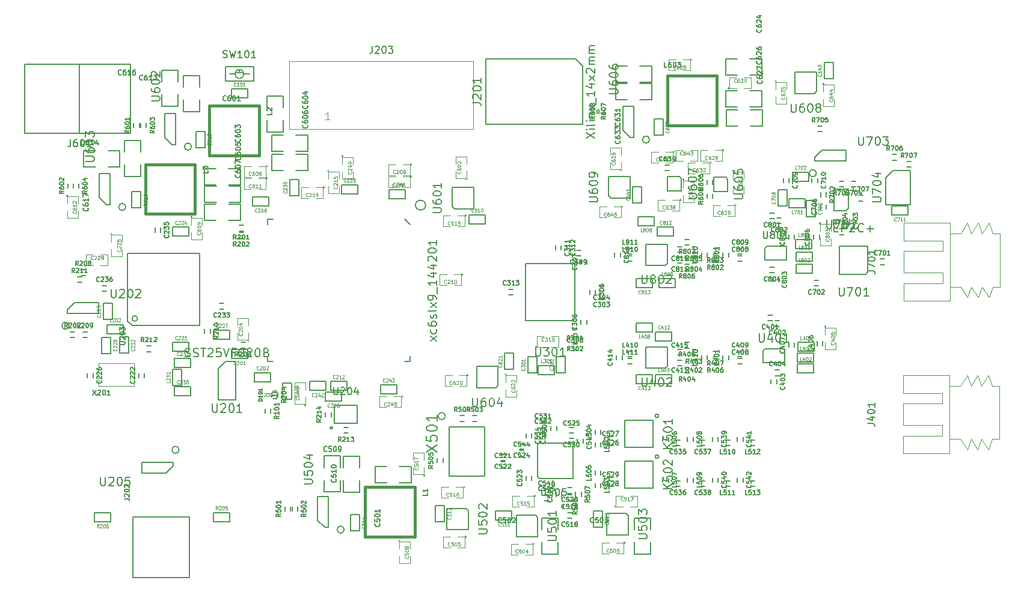
<source format=gbr>
%TF.GenerationSoftware,KiCad,Pcbnew,4.0.7*%
%TF.CreationDate,2018-05-19T04:47:08+02:00*%
%TF.ProjectId,adccore,616463636F72652E6B696361645F7063,rev?*%
%TF.FileFunction,Legend,Top*%
%FSLAX46Y46*%
G04 Gerber Fmt 4.6, Leading zero omitted, Abs format (unit mm)*
G04 Created by KiCad (PCBNEW 4.0.7) date 05/19/18 04:47:08*
%MOMM*%
%LPD*%
G01*
G04 APERTURE LIST*
%ADD10C,0.100000*%
%ADD11C,0.127000*%
%ADD12C,0.150000*%
%ADD13C,0.099060*%
%ADD14C,0.200000*%
%ADD15C,0.203200*%
%ADD16C,0.063500*%
%ADD17C,0.066040*%
%ADD18C,0.120000*%
%ADD19C,0.381000*%
%ADD20C,0.114300*%
%ADD21C,0.109220*%
%ADD22C,0.152000*%
G04 APERTURE END LIST*
D10*
D11*
X168131000Y-97635000D02*
X165845000Y-97635000D01*
X165845000Y-97635000D02*
X165845000Y-96365000D01*
X165845000Y-96365000D02*
X168131000Y-96365000D01*
X168131000Y-96365000D02*
X168131000Y-97635000D01*
D12*
X136207107Y-86000000D02*
G75*
G03X136207107Y-86000000I-707107J0D01*
G01*
X133250000Y-88000000D02*
X134000000Y-88750000D01*
X134000000Y-107250000D02*
X134000000Y-108000000D01*
X134000000Y-108000000D02*
X133250000Y-108000000D01*
X114000000Y-88750000D02*
X114000000Y-88000000D01*
X114000000Y-88000000D02*
X114750000Y-88000000D01*
X114000000Y-107250000D02*
X114000000Y-108000000D01*
X114000000Y-108000000D02*
X114750000Y-108000000D01*
D11*
X111155000Y-107635000D02*
X108869000Y-107635000D01*
X108869000Y-107635000D02*
X108869000Y-106365000D01*
X108869000Y-106365000D02*
X111155000Y-106365000D01*
X111155000Y-106365000D02*
X111155000Y-107635000D01*
X112107000Y-109615000D02*
X114393000Y-109615000D01*
X114393000Y-109615000D02*
X114393000Y-110885000D01*
X114393000Y-110885000D02*
X112107000Y-110885000D01*
X112107000Y-110885000D02*
X112107000Y-109615000D01*
D13*
X111389000Y-105151000D02*
G75*
G03X111389000Y-105151000I-127000J0D01*
G01*
X111262000Y-104008000D02*
X111262000Y-105024000D01*
X111262000Y-105024000D02*
X109738000Y-105024000D01*
X109738000Y-105024000D02*
X109738000Y-104008000D01*
X109738000Y-102992000D02*
X109738000Y-101976000D01*
X109738000Y-101976000D02*
X111262000Y-101976000D01*
X111262000Y-101976000D02*
X111262000Y-102992000D01*
D11*
X124381000Y-113635000D02*
X122095000Y-113635000D01*
X122095000Y-113635000D02*
X122095000Y-112365000D01*
X122095000Y-112365000D02*
X124381000Y-112365000D01*
X124381000Y-112365000D02*
X124381000Y-113635000D01*
X114131000Y-86135000D02*
X111845000Y-86135000D01*
X111845000Y-86135000D02*
X111845000Y-84865000D01*
X111845000Y-84865000D02*
X114131000Y-84865000D01*
X114131000Y-84865000D02*
X114131000Y-86135000D01*
D13*
X134278000Y-80238000D02*
G75*
G03X134278000Y-80238000I-127000J0D01*
G01*
X133008000Y-80238000D02*
X134024000Y-80238000D01*
X134024000Y-80238000D02*
X134024000Y-81762000D01*
X134024000Y-81762000D02*
X133008000Y-81762000D01*
X131992000Y-81762000D02*
X130976000Y-81762000D01*
X130976000Y-81762000D02*
X130976000Y-80238000D01*
X130976000Y-80238000D02*
X131992000Y-80238000D01*
X141480500Y-95738000D02*
G75*
G03X141480500Y-95738000I-127000J0D01*
G01*
X140210500Y-95738000D02*
X141226500Y-95738000D01*
X141226500Y-95738000D02*
X141226500Y-97262000D01*
X141226500Y-97262000D02*
X140210500Y-97262000D01*
X139194500Y-97262000D02*
X138178500Y-97262000D01*
X138178500Y-97262000D02*
X138178500Y-95738000D01*
X138178500Y-95738000D02*
X139194500Y-95738000D01*
D11*
X122845000Y-110865000D02*
X125131000Y-110865000D01*
X125131000Y-110865000D02*
X125131000Y-112135000D01*
X125131000Y-112135000D02*
X122845000Y-112135000D01*
X122845000Y-112135000D02*
X122845000Y-110865000D01*
D13*
X121980500Y-83488000D02*
G75*
G03X121980500Y-83488000I-127000J0D01*
G01*
X120710500Y-83488000D02*
X121726500Y-83488000D01*
X121726500Y-83488000D02*
X121726500Y-85012000D01*
X121726500Y-85012000D02*
X120710500Y-85012000D01*
X119694500Y-85012000D02*
X118678500Y-85012000D01*
X118678500Y-85012000D02*
X118678500Y-83488000D01*
X118678500Y-83488000D02*
X119694500Y-83488000D01*
X122615000Y-81146500D02*
G75*
G03X122615000Y-81146500I-127000J0D01*
G01*
X122488000Y-82289500D02*
X122488000Y-81273500D01*
X122488000Y-81273500D02*
X124012000Y-81273500D01*
X124012000Y-81273500D02*
X124012000Y-82289500D01*
X124012000Y-83305500D02*
X124012000Y-84321500D01*
X124012000Y-84321500D02*
X122488000Y-84321500D01*
X122488000Y-84321500D02*
X122488000Y-83305500D01*
D12*
X110450000Y-89650000D02*
X110550000Y-89650000D01*
X110450000Y-88850000D02*
X110550000Y-88850000D01*
X109950000Y-89650000D02*
X110450000Y-89650000D01*
X109950000Y-88850000D02*
X110450000Y-88850000D01*
X110450000Y-90650000D02*
X110550000Y-90650000D01*
X110450000Y-89850000D02*
X110550000Y-89850000D01*
X109950000Y-90650000D02*
X110450000Y-90650000D01*
X109950000Y-89850000D02*
X110450000Y-89850000D01*
X110700000Y-106150000D02*
X110800000Y-106150000D01*
X110700000Y-105350000D02*
X110800000Y-105350000D01*
X110200000Y-106150000D02*
X110700000Y-106150000D01*
X110200000Y-105350000D02*
X110700000Y-105350000D01*
X115400000Y-112550000D02*
X115400000Y-112450000D01*
X114600000Y-112550000D02*
X114600000Y-112450000D01*
X115400000Y-113050000D02*
X115400000Y-112550000D01*
X114600000Y-113050000D02*
X114600000Y-112550000D01*
D11*
X108845000Y-69615000D02*
X111131000Y-69615000D01*
X111131000Y-69615000D02*
X111131000Y-70885000D01*
X111131000Y-70885000D02*
X108845000Y-70885000D01*
X108845000Y-70885000D02*
X108845000Y-69615000D01*
X100607000Y-105365000D02*
X102893000Y-105365000D01*
X102893000Y-105365000D02*
X102893000Y-106635000D01*
X102893000Y-106635000D02*
X100607000Y-106635000D01*
X100607000Y-106635000D02*
X100607000Y-105365000D01*
D12*
X95850000Y-110200000D02*
X95850000Y-110300000D01*
X96650000Y-110200000D02*
X96650000Y-110300000D01*
X95850000Y-109700000D02*
X95850000Y-110200000D01*
X96650000Y-109700000D02*
X96650000Y-110200000D01*
D11*
X90865000Y-102143000D02*
X90865000Y-99857000D01*
X90865000Y-99857000D02*
X92135000Y-99857000D01*
X92135000Y-99857000D02*
X92135000Y-102143000D01*
X92135000Y-102143000D02*
X90865000Y-102143000D01*
X100607000Y-89115000D02*
X102893000Y-89115000D01*
X102893000Y-89115000D02*
X102893000Y-90385000D01*
X102893000Y-90385000D02*
X100607000Y-90385000D01*
X100607000Y-90385000D02*
X100607000Y-89115000D01*
D13*
X92115000Y-90051500D02*
G75*
G03X92115000Y-90051500I-127000J0D01*
G01*
X91988000Y-91194500D02*
X91988000Y-90178500D01*
X91988000Y-90178500D02*
X93512000Y-90178500D01*
X93512000Y-90178500D02*
X93512000Y-91194500D01*
X93512000Y-92210500D02*
X93512000Y-93226500D01*
X93512000Y-93226500D02*
X91988000Y-93226500D01*
X91988000Y-93226500D02*
X91988000Y-92210500D01*
D12*
X89400000Y-109800000D02*
X89400000Y-109700000D01*
X88600000Y-109800000D02*
X88600000Y-109700000D01*
X89400000Y-110300000D02*
X89400000Y-109800000D01*
X88600000Y-110300000D02*
X88600000Y-109800000D01*
D11*
X106357000Y-103615000D02*
X108643000Y-103615000D01*
X108643000Y-103615000D02*
X108643000Y-104885000D01*
X108643000Y-104885000D02*
X106357000Y-104885000D01*
X106357000Y-104885000D02*
X106357000Y-103615000D01*
X91885000Y-104619000D02*
X91885000Y-106905000D01*
X91885000Y-106905000D02*
X90615000Y-106905000D01*
X90615000Y-106905000D02*
X90615000Y-104619000D01*
X90615000Y-104619000D02*
X91885000Y-104619000D01*
D13*
X88428500Y-94512000D02*
G75*
G03X88428500Y-94512000I-127000J0D01*
G01*
X89444500Y-94512000D02*
X88428500Y-94512000D01*
X88428500Y-94512000D02*
X88428500Y-92988000D01*
X88428500Y-92988000D02*
X89444500Y-92988000D01*
X90460500Y-92988000D02*
X91476500Y-92988000D01*
X91476500Y-92988000D02*
X91476500Y-94512000D01*
X91476500Y-94512000D02*
X90460500Y-94512000D01*
D11*
X100857000Y-111615000D02*
X103143000Y-111615000D01*
X103143000Y-111615000D02*
X103143000Y-112885000D01*
X103143000Y-112885000D02*
X100857000Y-112885000D01*
X100857000Y-112885000D02*
X100857000Y-111615000D01*
X100857000Y-107615000D02*
X103143000Y-107615000D01*
X103143000Y-107615000D02*
X103143000Y-108885000D01*
X103143000Y-108885000D02*
X100857000Y-108885000D01*
X100857000Y-108885000D02*
X100857000Y-107615000D01*
X94385000Y-104607000D02*
X94385000Y-106893000D01*
X94385000Y-106893000D02*
X93115000Y-106893000D01*
X93115000Y-106893000D02*
X93115000Y-104607000D01*
X93115000Y-104607000D02*
X94385000Y-104607000D01*
X131107000Y-83865000D02*
X133393000Y-83865000D01*
X133393000Y-83865000D02*
X133393000Y-85135000D01*
X133393000Y-85135000D02*
X131107000Y-85135000D01*
X131107000Y-85135000D02*
X131107000Y-83865000D01*
X124357000Y-83115000D02*
X126643000Y-83115000D01*
X126643000Y-83115000D02*
X126643000Y-84385000D01*
X126643000Y-84385000D02*
X124357000Y-84385000D01*
X124357000Y-84385000D02*
X124357000Y-83115000D01*
X117115000Y-84655000D02*
X117115000Y-82369000D01*
X117115000Y-82369000D02*
X118385000Y-82369000D01*
X118385000Y-82369000D02*
X118385000Y-84655000D01*
X118385000Y-84655000D02*
X117115000Y-84655000D01*
D13*
X124615000Y-79099000D02*
G75*
G03X124615000Y-79099000I-127000J0D01*
G01*
X124488000Y-80242000D02*
X124488000Y-79226000D01*
X124488000Y-79226000D02*
X126012000Y-79226000D01*
X126012000Y-79226000D02*
X126012000Y-80242000D01*
X126012000Y-81258000D02*
X126012000Y-82274000D01*
X126012000Y-82274000D02*
X124488000Y-82274000D01*
X124488000Y-82274000D02*
X124488000Y-81258000D01*
X134278000Y-81988000D02*
G75*
G03X134278000Y-81988000I-127000J0D01*
G01*
X133008000Y-81988000D02*
X134024000Y-81988000D01*
X134024000Y-81988000D02*
X134024000Y-83512000D01*
X134024000Y-83512000D02*
X133008000Y-83512000D01*
X131992000Y-83512000D02*
X130976000Y-83512000D01*
X130976000Y-83512000D02*
X130976000Y-81988000D01*
X130976000Y-81988000D02*
X131992000Y-81988000D01*
D11*
X122155000Y-112135000D02*
X119869000Y-112135000D01*
X119869000Y-112135000D02*
X119869000Y-110865000D01*
X119869000Y-110865000D02*
X122155000Y-110865000D01*
X122155000Y-110865000D02*
X122155000Y-112135000D01*
X129845000Y-111365000D02*
X132131000Y-111365000D01*
X132131000Y-111365000D02*
X132131000Y-112635000D01*
X132131000Y-112635000D02*
X129845000Y-112635000D01*
X129845000Y-112635000D02*
X129845000Y-111365000D01*
X117385000Y-111107000D02*
X117385000Y-113393000D01*
X117385000Y-113393000D02*
X116115000Y-113393000D01*
X116115000Y-113393000D02*
X116115000Y-111107000D01*
X116115000Y-111107000D02*
X117385000Y-111107000D01*
D13*
X119389000Y-114198500D02*
G75*
G03X119389000Y-114198500I-127000J0D01*
G01*
X119262000Y-113055500D02*
X119262000Y-114071500D01*
X119262000Y-114071500D02*
X117738000Y-114071500D01*
X117738000Y-114071500D02*
X117738000Y-113055500D01*
X117738000Y-112039500D02*
X117738000Y-111023500D01*
X117738000Y-111023500D02*
X119262000Y-111023500D01*
X119262000Y-111023500D02*
X119262000Y-112039500D01*
X133028000Y-112988000D02*
G75*
G03X133028000Y-112988000I-127000J0D01*
G01*
X131758000Y-112988000D02*
X132774000Y-112988000D01*
X132774000Y-112988000D02*
X132774000Y-114512000D01*
X132774000Y-114512000D02*
X131758000Y-114512000D01*
X130742000Y-114512000D02*
X129726000Y-114512000D01*
X129726000Y-114512000D02*
X129726000Y-112988000D01*
X129726000Y-112988000D02*
X130742000Y-112988000D01*
D11*
X150615000Y-109643000D02*
X150615000Y-107357000D01*
X150615000Y-107357000D02*
X151885000Y-107357000D01*
X151885000Y-107357000D02*
X151885000Y-109643000D01*
X151885000Y-109643000D02*
X150615000Y-109643000D01*
X154615000Y-109643000D02*
X154615000Y-107357000D01*
X154615000Y-107357000D02*
X155885000Y-107357000D01*
X155885000Y-107357000D02*
X155885000Y-109643000D01*
X155885000Y-109643000D02*
X154615000Y-109643000D01*
D12*
X161200000Y-99150000D02*
X161300000Y-99150000D01*
X161200000Y-98350000D02*
X161300000Y-98350000D01*
X160700000Y-99150000D02*
X161200000Y-99150000D01*
X160700000Y-98350000D02*
X161200000Y-98350000D01*
X161200000Y-98150000D02*
X161300000Y-98150000D01*
X161200000Y-97350000D02*
X161300000Y-97350000D01*
X160700000Y-98150000D02*
X161200000Y-98150000D01*
X160700000Y-97350000D02*
X161200000Y-97350000D01*
X160150000Y-98050000D02*
X160150000Y-97950000D01*
X159350000Y-98050000D02*
X159350000Y-97950000D01*
X160150000Y-98550000D02*
X160150000Y-98050000D01*
X159350000Y-98550000D02*
X159350000Y-98050000D01*
D13*
X151928500Y-106012000D02*
G75*
G03X151928500Y-106012000I-127000J0D01*
G01*
X152944500Y-106012000D02*
X151928500Y-106012000D01*
X151928500Y-106012000D02*
X151928500Y-104488000D01*
X151928500Y-104488000D02*
X152944500Y-104488000D01*
X153960500Y-104488000D02*
X154976500Y-104488000D01*
X154976500Y-104488000D02*
X154976500Y-106012000D01*
X154976500Y-106012000D02*
X153960500Y-106012000D01*
D12*
X155300000Y-91800000D02*
X155300000Y-91700000D01*
X154500000Y-91800000D02*
X154500000Y-91700000D01*
X155300000Y-92300000D02*
X155300000Y-91800000D01*
X154500000Y-92300000D02*
X154500000Y-91800000D01*
X156100000Y-91800000D02*
X156100000Y-91700000D01*
X155300000Y-91800000D02*
X155300000Y-91700000D01*
X156100000Y-92300000D02*
X156100000Y-91800000D01*
X155300000Y-92300000D02*
X155300000Y-91800000D01*
X184950000Y-102300000D02*
X185050000Y-102300000D01*
X184950000Y-101500000D02*
X185050000Y-101500000D01*
X184450000Y-102300000D02*
X184950000Y-102300000D01*
X184450000Y-101500000D02*
X184950000Y-101500000D01*
X185950000Y-103100000D02*
X186050000Y-103100000D01*
X185950000Y-102300000D02*
X186050000Y-102300000D01*
X185450000Y-103100000D02*
X185950000Y-103100000D01*
X185450000Y-102300000D02*
X185950000Y-102300000D01*
X185650000Y-110700000D02*
X185650000Y-110600000D01*
X184850000Y-110700000D02*
X184850000Y-110600000D01*
X185650000Y-111200000D02*
X185650000Y-110700000D01*
X184850000Y-111200000D02*
X184850000Y-110700000D01*
X185550000Y-109250000D02*
X185450000Y-109250000D01*
X185550000Y-110050000D02*
X185450000Y-110050000D01*
X186050000Y-109250000D02*
X185550000Y-109250000D01*
X186050000Y-110050000D02*
X185550000Y-110050000D01*
D13*
X192615000Y-103146500D02*
G75*
G03X192615000Y-103146500I-127000J0D01*
G01*
X192488000Y-104289500D02*
X192488000Y-103273500D01*
X192488000Y-103273500D02*
X194012000Y-103273500D01*
X194012000Y-103273500D02*
X194012000Y-104289500D01*
X194012000Y-105305500D02*
X194012000Y-106321500D01*
X194012000Y-106321500D02*
X192488000Y-106321500D01*
X192488000Y-106321500D02*
X192488000Y-105305500D01*
D12*
X191350000Y-105700000D02*
X191350000Y-105800000D01*
X192150000Y-105700000D02*
X192150000Y-105800000D01*
X191350000Y-105200000D02*
X191350000Y-105700000D01*
X192150000Y-105200000D02*
X192150000Y-105700000D01*
X187350000Y-105950000D02*
X187350000Y-106050000D01*
X188150000Y-105950000D02*
X188150000Y-106050000D01*
X187350000Y-105450000D02*
X187350000Y-105950000D01*
X188150000Y-105450000D02*
X188150000Y-105950000D01*
X180300000Y-107600000D02*
X180200000Y-107600000D01*
X180300000Y-108400000D02*
X180200000Y-108400000D01*
X180800000Y-107600000D02*
X180300000Y-107600000D01*
X180800000Y-108400000D02*
X180300000Y-108400000D01*
X180300000Y-106600000D02*
X180200000Y-106600000D01*
X180300000Y-107400000D02*
X180200000Y-107400000D01*
X180800000Y-106600000D02*
X180300000Y-106600000D01*
X180800000Y-107400000D02*
X180300000Y-107400000D01*
X175100000Y-107700000D02*
X175100000Y-107800000D01*
X175900000Y-107700000D02*
X175900000Y-107800000D01*
X175100000Y-107200000D02*
X175100000Y-107700000D01*
X175900000Y-107200000D02*
X175900000Y-107700000D01*
X172200000Y-108650000D02*
X172300000Y-108650000D01*
X172200000Y-107850000D02*
X172300000Y-107850000D01*
X171700000Y-108650000D02*
X172200000Y-108650000D01*
X171700000Y-107850000D02*
X172200000Y-107850000D01*
D11*
X168607000Y-103865000D02*
X170893000Y-103865000D01*
X170893000Y-103865000D02*
X170893000Y-105135000D01*
X170893000Y-105135000D02*
X168607000Y-105135000D01*
X168607000Y-105135000D02*
X168607000Y-103865000D01*
X168131000Y-111135000D02*
X165845000Y-111135000D01*
X165845000Y-111135000D02*
X165845000Y-109865000D01*
X165845000Y-109865000D02*
X168131000Y-109865000D01*
X168131000Y-109865000D02*
X168131000Y-111135000D01*
D12*
X163100000Y-107700000D02*
X163100000Y-107800000D01*
X163900000Y-107700000D02*
X163900000Y-107800000D01*
X163100000Y-107200000D02*
X163100000Y-107700000D01*
X163900000Y-107200000D02*
X163900000Y-107700000D01*
D11*
X134191000Y-125143000D02*
X134191000Y-122857000D01*
X134191000Y-122857000D02*
X132540000Y-122857000D01*
X130762000Y-125143000D02*
X129111000Y-125143000D01*
X129111000Y-125143000D02*
X129111000Y-122857000D01*
X129111000Y-122857000D02*
X130762000Y-122857000D01*
X132540000Y-125143000D02*
X134191000Y-125143000D01*
X152607000Y-135191000D02*
X154893000Y-135191000D01*
X154893000Y-135191000D02*
X154893000Y-133540000D01*
X152607000Y-131762000D02*
X152607000Y-130111000D01*
X152607000Y-130111000D02*
X154893000Y-130111000D01*
X154893000Y-130111000D02*
X154893000Y-131762000D01*
X152607000Y-133540000D02*
X152607000Y-135191000D01*
X165607000Y-135191000D02*
X167893000Y-135191000D01*
X167893000Y-135191000D02*
X167893000Y-133540000D01*
X165607000Y-131762000D02*
X165607000Y-130111000D01*
X165607000Y-130111000D02*
X167893000Y-130111000D01*
X167893000Y-130111000D02*
X167893000Y-131762000D01*
X165607000Y-133540000D02*
X165607000Y-135191000D01*
D13*
X151530500Y-133738000D02*
G75*
G03X151530500Y-133738000I-127000J0D01*
G01*
X150260500Y-133738000D02*
X151276500Y-133738000D01*
X151276500Y-133738000D02*
X151276500Y-135262000D01*
X151276500Y-135262000D02*
X150260500Y-135262000D01*
X149244500Y-135262000D02*
X148228500Y-135262000D01*
X148228500Y-135262000D02*
X148228500Y-133738000D01*
X148228500Y-133738000D02*
X149244500Y-133738000D01*
X141980500Y-132738000D02*
G75*
G03X141980500Y-132738000I-127000J0D01*
G01*
X140710500Y-132738000D02*
X141726500Y-132738000D01*
X141726500Y-132738000D02*
X141726500Y-134262000D01*
X141726500Y-134262000D02*
X140710500Y-134262000D01*
X139694500Y-134262000D02*
X138678500Y-134262000D01*
X138678500Y-134262000D02*
X138678500Y-132738000D01*
X138678500Y-132738000D02*
X139694500Y-132738000D01*
X164330500Y-133638000D02*
G75*
G03X164330500Y-133638000I-127000J0D01*
G01*
X163060500Y-133638000D02*
X164076500Y-133638000D01*
X164076500Y-133638000D02*
X164076500Y-135162000D01*
X164076500Y-135162000D02*
X163060500Y-135162000D01*
X162044500Y-135162000D02*
X161028500Y-135162000D01*
X161028500Y-135162000D02*
X161028500Y-133638000D01*
X161028500Y-133638000D02*
X162044500Y-133638000D01*
X136139000Y-124103500D02*
G75*
G03X136139000Y-124103500I-127000J0D01*
G01*
X136012000Y-122960500D02*
X136012000Y-123976500D01*
X136012000Y-123976500D02*
X134488000Y-123976500D01*
X134488000Y-123976500D02*
X134488000Y-122960500D01*
X134488000Y-121944500D02*
X134488000Y-120928500D01*
X134488000Y-120928500D02*
X136012000Y-120928500D01*
X136012000Y-120928500D02*
X136012000Y-121944500D01*
X132615000Y-133301500D02*
G75*
G03X132615000Y-133301500I-127000J0D01*
G01*
X132488000Y-134444500D02*
X132488000Y-133428500D01*
X132488000Y-133428500D02*
X134012000Y-133428500D01*
X134012000Y-133428500D02*
X134012000Y-134444500D01*
X134012000Y-135460500D02*
X134012000Y-136476500D01*
X134012000Y-136476500D02*
X132488000Y-136476500D01*
X132488000Y-136476500D02*
X132488000Y-135460500D01*
D11*
X121957000Y-126440000D02*
X124243000Y-126440000D01*
X124243000Y-126440000D02*
X124243000Y-124789000D01*
X121957000Y-123011000D02*
X121957000Y-121360000D01*
X121957000Y-121360000D02*
X124243000Y-121360000D01*
X124243000Y-121360000D02*
X124243000Y-123011000D01*
X121957000Y-124789000D02*
X121957000Y-126440000D01*
X124657000Y-126489000D02*
X126943000Y-126489000D01*
X126943000Y-126489000D02*
X126943000Y-124838000D01*
X124657000Y-123060000D02*
X124657000Y-121409000D01*
X124657000Y-121409000D02*
X126943000Y-121409000D01*
X126943000Y-121409000D02*
X126943000Y-123060000D01*
X124657000Y-124838000D02*
X124657000Y-126489000D01*
X148381000Y-130385000D02*
X146095000Y-130385000D01*
X146095000Y-130385000D02*
X146095000Y-129115000D01*
X146095000Y-129115000D02*
X148381000Y-129115000D01*
X148381000Y-129115000D02*
X148381000Y-130385000D01*
X138885000Y-128357000D02*
X138885000Y-130643000D01*
X138885000Y-130643000D02*
X137615000Y-130643000D01*
X137615000Y-130643000D02*
X137615000Y-128357000D01*
X137615000Y-128357000D02*
X138885000Y-128357000D01*
X161135000Y-129095000D02*
X161135000Y-131381000D01*
X161135000Y-131381000D02*
X159865000Y-131381000D01*
X159865000Y-131381000D02*
X159865000Y-129095000D01*
X159865000Y-129095000D02*
X161135000Y-129095000D01*
X126885000Y-129607000D02*
X126885000Y-131893000D01*
X126885000Y-131893000D02*
X125615000Y-131893000D01*
X125615000Y-131893000D02*
X125615000Y-129607000D01*
X125615000Y-129607000D02*
X126885000Y-129607000D01*
D13*
X151730500Y-126988000D02*
G75*
G03X151730500Y-126988000I-127000J0D01*
G01*
X150460500Y-126988000D02*
X151476500Y-126988000D01*
X151476500Y-126988000D02*
X151476500Y-128512000D01*
X151476500Y-128512000D02*
X150460500Y-128512000D01*
X149444500Y-128512000D02*
X148428500Y-128512000D01*
X148428500Y-128512000D02*
X148428500Y-126988000D01*
X148428500Y-126988000D02*
X149444500Y-126988000D01*
X141778000Y-125738000D02*
G75*
G03X141778000Y-125738000I-127000J0D01*
G01*
X140508000Y-125738000D02*
X141524000Y-125738000D01*
X141524000Y-125738000D02*
X141524000Y-127262000D01*
X141524000Y-127262000D02*
X140508000Y-127262000D01*
X139492000Y-127262000D02*
X138476000Y-127262000D01*
X138476000Y-127262000D02*
X138476000Y-125738000D01*
X138476000Y-125738000D02*
X139492000Y-125738000D01*
X163023500Y-128512000D02*
G75*
G03X163023500Y-128512000I-127000J0D01*
G01*
X164039500Y-128512000D02*
X163023500Y-128512000D01*
X163023500Y-128512000D02*
X163023500Y-126988000D01*
X163023500Y-126988000D02*
X164039500Y-126988000D01*
X165055500Y-126988000D02*
X166071500Y-126988000D01*
X166071500Y-126988000D02*
X166071500Y-128512000D01*
X166071500Y-128512000D02*
X165055500Y-128512000D01*
D12*
X156700000Y-130150000D02*
X156800000Y-130150000D01*
X156700000Y-129350000D02*
X156800000Y-129350000D01*
X156200000Y-130150000D02*
X156700000Y-130150000D01*
X156200000Y-129350000D02*
X156700000Y-129350000D01*
X156700000Y-127650000D02*
X156800000Y-127650000D01*
X156700000Y-126850000D02*
X156800000Y-126850000D01*
X156200000Y-127650000D02*
X156700000Y-127650000D01*
X156200000Y-126850000D02*
X156700000Y-126850000D01*
X156700000Y-126650000D02*
X156800000Y-126650000D01*
X156700000Y-125850000D02*
X156800000Y-125850000D01*
X156200000Y-126650000D02*
X156700000Y-126650000D01*
X156200000Y-125850000D02*
X156700000Y-125850000D01*
X146915124Y-122184350D02*
X146815124Y-122184350D01*
X146915124Y-122984350D02*
X146815124Y-122984350D01*
X147415124Y-122184350D02*
X146915124Y-122184350D01*
X147415124Y-122984350D02*
X146915124Y-122984350D01*
X147315124Y-121984350D02*
X147415124Y-121984350D01*
X147315124Y-121184350D02*
X147415124Y-121184350D01*
X146815124Y-121984350D02*
X147315124Y-121984350D01*
X146815124Y-121184350D02*
X147315124Y-121184350D01*
X162450000Y-118650000D02*
X162550000Y-118650000D01*
X162450000Y-117850000D02*
X162550000Y-117850000D01*
X161950000Y-118650000D02*
X162450000Y-118650000D01*
X161950000Y-117850000D02*
X162450000Y-117850000D01*
X162050000Y-119100000D02*
X161950000Y-119100000D01*
X162050000Y-119900000D02*
X161950000Y-119900000D01*
X162550000Y-119100000D02*
X162050000Y-119100000D01*
X162550000Y-119900000D02*
X162050000Y-119900000D01*
X162450000Y-124400000D02*
X162550000Y-124400000D01*
X162450000Y-123600000D02*
X162550000Y-123600000D01*
X161950000Y-124400000D02*
X162450000Y-124400000D01*
X161950000Y-123600000D02*
X162450000Y-123600000D01*
X162050000Y-124850000D02*
X161950000Y-124850000D01*
X162050000Y-125650000D02*
X161950000Y-125650000D01*
X162550000Y-124850000D02*
X162050000Y-124850000D01*
X162550000Y-125650000D02*
X162050000Y-125650000D01*
X156950000Y-118900000D02*
X157050000Y-118900000D01*
X156950000Y-118100000D02*
X157050000Y-118100000D01*
X156450000Y-118900000D02*
X156950000Y-118900000D01*
X156450000Y-118100000D02*
X156950000Y-118100000D01*
X152550000Y-117350000D02*
X152450000Y-117350000D01*
X152550000Y-118150000D02*
X152450000Y-118150000D01*
X153050000Y-117350000D02*
X152550000Y-117350000D01*
X153050000Y-118150000D02*
X152550000Y-118150000D01*
X151150000Y-118300000D02*
X151150000Y-118200000D01*
X150350000Y-118300000D02*
X150350000Y-118200000D01*
X151150000Y-118800000D02*
X151150000Y-118300000D01*
X150350000Y-118800000D02*
X150350000Y-118300000D01*
X171950000Y-119900000D02*
X172050000Y-119900000D01*
X171950000Y-119100000D02*
X172050000Y-119100000D01*
X171450000Y-119900000D02*
X171950000Y-119900000D01*
X171450000Y-119100000D02*
X171950000Y-119100000D01*
X171950000Y-125650000D02*
X172050000Y-125650000D01*
X171950000Y-124850000D02*
X172050000Y-124850000D01*
X171450000Y-125650000D02*
X171950000Y-125650000D01*
X171450000Y-124850000D02*
X171950000Y-124850000D01*
X175450000Y-119900000D02*
X175550000Y-119900000D01*
X175450000Y-119100000D02*
X175550000Y-119100000D01*
X174950000Y-119900000D02*
X175450000Y-119900000D01*
X174950000Y-119100000D02*
X175450000Y-119100000D01*
X175450000Y-125650000D02*
X175550000Y-125650000D01*
X175450000Y-124850000D02*
X175550000Y-124850000D01*
X174950000Y-125650000D02*
X175450000Y-125650000D01*
X174950000Y-124850000D02*
X175450000Y-124850000D01*
X177400000Y-118800000D02*
X177400000Y-118700000D01*
X176600000Y-118800000D02*
X176600000Y-118700000D01*
X177400000Y-119300000D02*
X177400000Y-118800000D01*
X176600000Y-119300000D02*
X176600000Y-118800000D01*
X177400000Y-124550000D02*
X177400000Y-124450000D01*
X176600000Y-124550000D02*
X176600000Y-124450000D01*
X177400000Y-125050000D02*
X177400000Y-124550000D01*
X176600000Y-125050000D02*
X176600000Y-124550000D01*
X180900000Y-118800000D02*
X180900000Y-118700000D01*
X180100000Y-118800000D02*
X180100000Y-118700000D01*
X180900000Y-119300000D02*
X180900000Y-118800000D01*
X180100000Y-119300000D02*
X180100000Y-118800000D01*
X180900000Y-124550000D02*
X180900000Y-124450000D01*
X180100000Y-124550000D02*
X180100000Y-124450000D01*
X180900000Y-125050000D02*
X180900000Y-124550000D01*
X180100000Y-125050000D02*
X180100000Y-124550000D01*
D11*
X113857000Y-75691000D02*
X116143000Y-75691000D01*
X116143000Y-75691000D02*
X116143000Y-74040000D01*
X113857000Y-72262000D02*
X113857000Y-70611000D01*
X113857000Y-70611000D02*
X116143000Y-70611000D01*
X116143000Y-70611000D02*
X116143000Y-72262000D01*
X113857000Y-74040000D02*
X113857000Y-75691000D01*
D13*
X142139000Y-82353500D02*
G75*
G03X142139000Y-82353500I-127000J0D01*
G01*
X142012000Y-81210500D02*
X142012000Y-82226500D01*
X142012000Y-82226500D02*
X140488000Y-82226500D01*
X140488000Y-82226500D02*
X140488000Y-81210500D01*
X140488000Y-80194500D02*
X140488000Y-79178500D01*
X140488000Y-79178500D02*
X142012000Y-79178500D01*
X142012000Y-79178500D02*
X142012000Y-80194500D01*
D11*
X105059000Y-80857000D02*
X105059000Y-83143000D01*
X105059000Y-83143000D02*
X106710000Y-83143000D01*
X108488000Y-80857000D02*
X110139000Y-80857000D01*
X110139000Y-80857000D02*
X110139000Y-83143000D01*
X110139000Y-83143000D02*
X108488000Y-83143000D01*
X106710000Y-80857000D02*
X105059000Y-80857000D01*
X114559000Y-76107000D02*
X114559000Y-78393000D01*
X114559000Y-78393000D02*
X116210000Y-78393000D01*
X117988000Y-76107000D02*
X119639000Y-76107000D01*
X119639000Y-76107000D02*
X119639000Y-78393000D01*
X119639000Y-78393000D02*
X117988000Y-78393000D01*
X116210000Y-76107000D02*
X114559000Y-76107000D01*
X105111000Y-83357000D02*
X105111000Y-85643000D01*
X105111000Y-85643000D02*
X106762000Y-85643000D01*
X108540000Y-83357000D02*
X110191000Y-83357000D01*
X110191000Y-83357000D02*
X110191000Y-85643000D01*
X110191000Y-85643000D02*
X108540000Y-85643000D01*
X106762000Y-83357000D02*
X105111000Y-83357000D01*
X114559000Y-78857000D02*
X114559000Y-81143000D01*
X114559000Y-81143000D02*
X116210000Y-81143000D01*
X117988000Y-78857000D02*
X119639000Y-78857000D01*
X119639000Y-78857000D02*
X119639000Y-81143000D01*
X119639000Y-81143000D02*
X117988000Y-81143000D01*
X116210000Y-78857000D02*
X114559000Y-78857000D01*
X105059000Y-85857000D02*
X105059000Y-88143000D01*
X105059000Y-88143000D02*
X106710000Y-88143000D01*
X108488000Y-85857000D02*
X110139000Y-85857000D01*
X110139000Y-85857000D02*
X110139000Y-88143000D01*
X110139000Y-88143000D02*
X108488000Y-88143000D01*
X106710000Y-85857000D02*
X105059000Y-85857000D01*
D13*
X113980500Y-80488000D02*
G75*
G03X113980500Y-80488000I-127000J0D01*
G01*
X112710500Y-80488000D02*
X113726500Y-80488000D01*
X113726500Y-80488000D02*
X113726500Y-82012000D01*
X113726500Y-82012000D02*
X112710500Y-82012000D01*
X111694500Y-82012000D02*
X110678500Y-82012000D01*
X110678500Y-82012000D02*
X110678500Y-80488000D01*
X110678500Y-80488000D02*
X111694500Y-80488000D01*
X103365000Y-87646500D02*
G75*
G03X103365000Y-87646500I-127000J0D01*
G01*
X103238000Y-88789500D02*
X103238000Y-87773500D01*
X103238000Y-87773500D02*
X104762000Y-87773500D01*
X104762000Y-87773500D02*
X104762000Y-88789500D01*
X104762000Y-89805500D02*
X104762000Y-90821500D01*
X104762000Y-90821500D02*
X103238000Y-90821500D01*
X103238000Y-90821500D02*
X103238000Y-89805500D01*
D11*
X142345000Y-87365000D02*
X144631000Y-87365000D01*
X144631000Y-87365000D02*
X144631000Y-88635000D01*
X144631000Y-88635000D02*
X142345000Y-88635000D01*
X142345000Y-88635000D02*
X142345000Y-87365000D01*
D13*
X113980500Y-82238000D02*
G75*
G03X113980500Y-82238000I-127000J0D01*
G01*
X112710500Y-82238000D02*
X113726500Y-82238000D01*
X113726500Y-82238000D02*
X113726500Y-83762000D01*
X113726500Y-83762000D02*
X112710500Y-83762000D01*
X111694500Y-83762000D02*
X110678500Y-83762000D01*
X110678500Y-83762000D02*
X110678500Y-82238000D01*
X110678500Y-82238000D02*
X111694500Y-82238000D01*
X85865000Y-84646500D02*
G75*
G03X85865000Y-84646500I-127000J0D01*
G01*
X85738000Y-85789500D02*
X85738000Y-84773500D01*
X85738000Y-84773500D02*
X87262000Y-84773500D01*
X87262000Y-84773500D02*
X87262000Y-85789500D01*
X87262000Y-86805500D02*
X87262000Y-87821500D01*
X87262000Y-87821500D02*
X85738000Y-87821500D01*
X85738000Y-87821500D02*
X85738000Y-86805500D01*
D11*
X102107000Y-72790000D02*
X104393000Y-72790000D01*
X104393000Y-72790000D02*
X104393000Y-71139000D01*
X102107000Y-69361000D02*
X102107000Y-67710000D01*
X102107000Y-67710000D02*
X104393000Y-67710000D01*
X104393000Y-67710000D02*
X104393000Y-69361000D01*
X102107000Y-71139000D02*
X102107000Y-72790000D01*
X93857000Y-81941000D02*
X96143000Y-81941000D01*
X96143000Y-81941000D02*
X96143000Y-80290000D01*
X93857000Y-78512000D02*
X93857000Y-76861000D01*
X93857000Y-76861000D02*
X96143000Y-76861000D01*
X96143000Y-76861000D02*
X96143000Y-78512000D01*
X93857000Y-80290000D02*
X93857000Y-81941000D01*
D13*
X141980500Y-87488000D02*
G75*
G03X141980500Y-87488000I-127000J0D01*
G01*
X140710500Y-87488000D02*
X141726500Y-87488000D01*
X141726500Y-87488000D02*
X141726500Y-89012000D01*
X141726500Y-89012000D02*
X140710500Y-89012000D01*
X139694500Y-89012000D02*
X138678500Y-89012000D01*
X138678500Y-89012000D02*
X138678500Y-87488000D01*
X138678500Y-87488000D02*
X139694500Y-87488000D01*
D11*
X99107000Y-72040000D02*
X101393000Y-72040000D01*
X101393000Y-72040000D02*
X101393000Y-70389000D01*
X99107000Y-68611000D02*
X99107000Y-66960000D01*
X99107000Y-66960000D02*
X101393000Y-66960000D01*
X101393000Y-66960000D02*
X101393000Y-68611000D01*
X99107000Y-70389000D02*
X99107000Y-72040000D01*
X93139000Y-80643000D02*
X93139000Y-78357000D01*
X93139000Y-78357000D02*
X91488000Y-78357000D01*
X89710000Y-80643000D02*
X88059000Y-80643000D01*
X88059000Y-80643000D02*
X88059000Y-78357000D01*
X88059000Y-78357000D02*
X89710000Y-78357000D01*
X91488000Y-80643000D02*
X93139000Y-80643000D01*
X105135000Y-75607000D02*
X105135000Y-77893000D01*
X105135000Y-77893000D02*
X103865000Y-77893000D01*
X103865000Y-77893000D02*
X103865000Y-75607000D01*
X103865000Y-75607000D02*
X105135000Y-75607000D01*
X96135000Y-84107000D02*
X96135000Y-86393000D01*
X96135000Y-86393000D02*
X94865000Y-86393000D01*
X94865000Y-86393000D02*
X94865000Y-84107000D01*
X94865000Y-84107000D02*
X96135000Y-84107000D01*
D13*
X142230500Y-109988000D02*
G75*
G03X142230500Y-109988000I-127000J0D01*
G01*
X140960500Y-109988000D02*
X141976500Y-109988000D01*
X141976500Y-109988000D02*
X141976500Y-111512000D01*
X141976500Y-111512000D02*
X140960500Y-111512000D01*
X139944500Y-111512000D02*
X138928500Y-111512000D01*
X138928500Y-111512000D02*
X138928500Y-109988000D01*
X138928500Y-109988000D02*
X139944500Y-109988000D01*
D11*
X147365000Y-109155000D02*
X147365000Y-106869000D01*
X147365000Y-106869000D02*
X148635000Y-106869000D01*
X148635000Y-106869000D02*
X148635000Y-109155000D01*
X148635000Y-109155000D02*
X147365000Y-109155000D01*
D13*
X147615000Y-109849000D02*
G75*
G03X147615000Y-109849000I-127000J0D01*
G01*
X147488000Y-110992000D02*
X147488000Y-109976000D01*
X147488000Y-109976000D02*
X149012000Y-109976000D01*
X149012000Y-109976000D02*
X149012000Y-110992000D01*
X149012000Y-112008000D02*
X149012000Y-113024000D01*
X149012000Y-113024000D02*
X147488000Y-113024000D01*
X147488000Y-113024000D02*
X147488000Y-112008000D01*
X179615000Y-81146500D02*
G75*
G03X179615000Y-81146500I-127000J0D01*
G01*
X179488000Y-82289500D02*
X179488000Y-81273500D01*
X179488000Y-81273500D02*
X181012000Y-81273500D01*
X181012000Y-81273500D02*
X181012000Y-82289500D01*
X181012000Y-83305500D02*
X181012000Y-84321500D01*
X181012000Y-84321500D02*
X179488000Y-84321500D01*
X179488000Y-84321500D02*
X179488000Y-83305500D01*
D11*
X178460000Y-65357000D02*
X178460000Y-67643000D01*
X178460000Y-67643000D02*
X180111000Y-67643000D01*
X181889000Y-65357000D02*
X183540000Y-65357000D01*
X183540000Y-65357000D02*
X183540000Y-67643000D01*
X183540000Y-67643000D02*
X181889000Y-67643000D01*
X180111000Y-65357000D02*
X178460000Y-65357000D01*
D13*
X179980500Y-85988000D02*
G75*
G03X179980500Y-85988000I-127000J0D01*
G01*
X178710500Y-85988000D02*
X179726500Y-85988000D01*
X179726500Y-85988000D02*
X179726500Y-87512000D01*
X179726500Y-87512000D02*
X178710500Y-87512000D01*
X177694500Y-87512000D02*
X176678500Y-87512000D01*
X176678500Y-87512000D02*
X176678500Y-85988000D01*
X176678500Y-85988000D02*
X177694500Y-85988000D01*
D11*
X178460000Y-69857000D02*
X178460000Y-72143000D01*
X178460000Y-72143000D02*
X180111000Y-72143000D01*
X181889000Y-69857000D02*
X183540000Y-69857000D01*
X183540000Y-69857000D02*
X183540000Y-72143000D01*
X183540000Y-72143000D02*
X181889000Y-72143000D01*
X180111000Y-69857000D02*
X178460000Y-69857000D01*
X178559000Y-72607000D02*
X178559000Y-74893000D01*
X178559000Y-74893000D02*
X180210000Y-74893000D01*
X181988000Y-72607000D02*
X183639000Y-72607000D01*
X183639000Y-72607000D02*
X183639000Y-74893000D01*
X183639000Y-74893000D02*
X181988000Y-74893000D01*
X180210000Y-72607000D02*
X178559000Y-72607000D01*
D13*
X173730500Y-65488000D02*
G75*
G03X173730500Y-65488000I-127000J0D01*
G01*
X172460500Y-65488000D02*
X173476500Y-65488000D01*
X173476500Y-65488000D02*
X173476500Y-67012000D01*
X173476500Y-67012000D02*
X172460500Y-67012000D01*
X171444500Y-67012000D02*
X170428500Y-67012000D01*
X170428500Y-67012000D02*
X170428500Y-65488000D01*
X170428500Y-65488000D02*
X171444500Y-65488000D01*
X178230500Y-78238000D02*
G75*
G03X178230500Y-78238000I-127000J0D01*
G01*
X176960500Y-78238000D02*
X177976500Y-78238000D01*
X177976500Y-78238000D02*
X177976500Y-79762000D01*
X177976500Y-79762000D02*
X176960500Y-79762000D01*
X175944500Y-79762000D02*
X174928500Y-79762000D01*
X174928500Y-79762000D02*
X174928500Y-78238000D01*
X174928500Y-78238000D02*
X175944500Y-78238000D01*
X178976000Y-69512000D02*
G75*
G03X178976000Y-69512000I-127000J0D01*
G01*
X179992000Y-69512000D02*
X178976000Y-69512000D01*
X178976000Y-69512000D02*
X178976000Y-67988000D01*
X178976000Y-67988000D02*
X179992000Y-67988000D01*
X181008000Y-67988000D02*
X182024000Y-67988000D01*
X182024000Y-67988000D02*
X182024000Y-69512000D01*
X182024000Y-69512000D02*
X181008000Y-69512000D01*
D11*
X168040000Y-68643000D02*
X168040000Y-66357000D01*
X168040000Y-66357000D02*
X166389000Y-66357000D01*
X164611000Y-68643000D02*
X162960000Y-68643000D01*
X162960000Y-68643000D02*
X162960000Y-66357000D01*
X162960000Y-66357000D02*
X164611000Y-66357000D01*
X166389000Y-68643000D02*
X168040000Y-68643000D01*
D13*
X176480500Y-79988000D02*
G75*
G03X176480500Y-79988000I-127000J0D01*
G01*
X175210500Y-79988000D02*
X176226500Y-79988000D01*
X176226500Y-79988000D02*
X176226500Y-81512000D01*
X176226500Y-81512000D02*
X175210500Y-81512000D01*
X174194500Y-81512000D02*
X173178500Y-81512000D01*
X173178500Y-81512000D02*
X173178500Y-79988000D01*
X173178500Y-79988000D02*
X174194500Y-79988000D01*
D11*
X168040000Y-71143000D02*
X168040000Y-68857000D01*
X168040000Y-68857000D02*
X166389000Y-68857000D01*
X164611000Y-71143000D02*
X162960000Y-71143000D01*
X162960000Y-71143000D02*
X162960000Y-68857000D01*
X162960000Y-68857000D02*
X164611000Y-68857000D01*
X166389000Y-71143000D02*
X168040000Y-71143000D01*
D13*
X172615000Y-82396500D02*
G75*
G03X172615000Y-82396500I-127000J0D01*
G01*
X172488000Y-83539500D02*
X172488000Y-82523500D01*
X172488000Y-82523500D02*
X174012000Y-82523500D01*
X174012000Y-82523500D02*
X174012000Y-83539500D01*
X174012000Y-84555500D02*
X174012000Y-85571500D01*
X174012000Y-85571500D02*
X172488000Y-85571500D01*
X172488000Y-85571500D02*
X172488000Y-84555500D01*
X185615000Y-68551500D02*
G75*
G03X185615000Y-68551500I-127000J0D01*
G01*
X185488000Y-69694500D02*
X185488000Y-68678500D01*
X185488000Y-68678500D02*
X187012000Y-68678500D01*
X187012000Y-68678500D02*
X187012000Y-69694500D01*
X187012000Y-70710500D02*
X187012000Y-71726500D01*
X187012000Y-71726500D02*
X185488000Y-71726500D01*
X185488000Y-71726500D02*
X185488000Y-70710500D01*
X163889000Y-81103500D02*
G75*
G03X163889000Y-81103500I-127000J0D01*
G01*
X163762000Y-79960500D02*
X163762000Y-80976500D01*
X163762000Y-80976500D02*
X162238000Y-80976500D01*
X162238000Y-80976500D02*
X162238000Y-79960500D01*
X162238000Y-78944500D02*
X162238000Y-77928500D01*
X162238000Y-77928500D02*
X163762000Y-77928500D01*
X163762000Y-77928500D02*
X163762000Y-78944500D01*
D11*
X169635000Y-73857000D02*
X169635000Y-76143000D01*
X169635000Y-76143000D02*
X168365000Y-76143000D01*
X168365000Y-76143000D02*
X168365000Y-73857000D01*
X168365000Y-73857000D02*
X169635000Y-73857000D01*
D13*
X172230500Y-85238000D02*
G75*
G03X172230500Y-85238000I-127000J0D01*
G01*
X170960500Y-85238000D02*
X171976500Y-85238000D01*
X171976500Y-85238000D02*
X171976500Y-86762000D01*
X171976500Y-86762000D02*
X170960500Y-86762000D01*
X169944500Y-86762000D02*
X168928500Y-86762000D01*
X168928500Y-86762000D02*
X168928500Y-85238000D01*
X168928500Y-85238000D02*
X169944500Y-85238000D01*
D12*
X170050000Y-80350000D02*
X169950000Y-80350000D01*
X170050000Y-81150000D02*
X169950000Y-81150000D01*
X170550000Y-80350000D02*
X170050000Y-80350000D01*
X170550000Y-81150000D02*
X170050000Y-81150000D01*
D11*
X192365000Y-68155000D02*
X192365000Y-65869000D01*
X192365000Y-65869000D02*
X193635000Y-65869000D01*
X193635000Y-65869000D02*
X193635000Y-68155000D01*
X193635000Y-68155000D02*
X192365000Y-68155000D01*
X165365000Y-85655000D02*
X165365000Y-83369000D01*
X165365000Y-83369000D02*
X166635000Y-83369000D01*
X166635000Y-83369000D02*
X166635000Y-85655000D01*
X166635000Y-85655000D02*
X165365000Y-85655000D01*
D13*
X171325500Y-78488000D02*
G75*
G03X171325500Y-78488000I-127000J0D01*
G01*
X170055500Y-78488000D02*
X171071500Y-78488000D01*
X171071500Y-78488000D02*
X171071500Y-80012000D01*
X171071500Y-80012000D02*
X170055500Y-80012000D01*
X169039500Y-80012000D02*
X168023500Y-80012000D01*
X168023500Y-80012000D02*
X168023500Y-78488000D01*
X168023500Y-78488000D02*
X169039500Y-78488000D01*
X171428500Y-79762000D02*
G75*
G03X171428500Y-79762000I-127000J0D01*
G01*
X172444500Y-79762000D02*
X171428500Y-79762000D01*
X171428500Y-79762000D02*
X171428500Y-78238000D01*
X171428500Y-78238000D02*
X172444500Y-78238000D01*
X173460500Y-78238000D02*
X174476500Y-78238000D01*
X174476500Y-78238000D02*
X174476500Y-79762000D01*
X174476500Y-79762000D02*
X173460500Y-79762000D01*
X192365000Y-68896500D02*
G75*
G03X192365000Y-68896500I-127000J0D01*
G01*
X192238000Y-70039500D02*
X192238000Y-69023500D01*
X192238000Y-69023500D02*
X193762000Y-69023500D01*
X193762000Y-69023500D02*
X193762000Y-70039500D01*
X193762000Y-71055500D02*
X193762000Y-72071500D01*
X193762000Y-72071500D02*
X192238000Y-72071500D01*
X192238000Y-72071500D02*
X192238000Y-71055500D01*
X163980500Y-86238000D02*
G75*
G03X163980500Y-86238000I-127000J0D01*
G01*
X162710500Y-86238000D02*
X163726500Y-86238000D01*
X163726500Y-86238000D02*
X163726500Y-87762000D01*
X163726500Y-87762000D02*
X162710500Y-87762000D01*
X161694500Y-87762000D02*
X160678500Y-87762000D01*
X160678500Y-87762000D02*
X160678500Y-86238000D01*
X160678500Y-86238000D02*
X161694500Y-86238000D01*
D12*
X200300000Y-93600000D02*
X200200000Y-93600000D01*
X200300000Y-94400000D02*
X200200000Y-94400000D01*
X200800000Y-93600000D02*
X200300000Y-93600000D01*
X200800000Y-94400000D02*
X200300000Y-94400000D01*
X191450000Y-97400000D02*
X191550000Y-97400000D01*
X191450000Y-96600000D02*
X191550000Y-96600000D01*
X190950000Y-97400000D02*
X191450000Y-97400000D01*
X190950000Y-96600000D02*
X191450000Y-96600000D01*
X195900000Y-88050000D02*
X195900000Y-87950000D01*
X195100000Y-88050000D02*
X195100000Y-87950000D01*
X195900000Y-88550000D02*
X195900000Y-88050000D01*
X195100000Y-88550000D02*
X195100000Y-88050000D01*
X194400000Y-88050000D02*
X194400000Y-87950000D01*
X193600000Y-88050000D02*
X193600000Y-87950000D01*
X194400000Y-88550000D02*
X194400000Y-88050000D01*
X193600000Y-88550000D02*
X193600000Y-88050000D01*
D11*
X191135000Y-85357000D02*
X191135000Y-87643000D01*
X191135000Y-87643000D02*
X189865000Y-87643000D01*
X189865000Y-87643000D02*
X189865000Y-85357000D01*
X189865000Y-85357000D02*
X191135000Y-85357000D01*
D12*
X191850000Y-86450000D02*
X191850000Y-86550000D01*
X192650000Y-86450000D02*
X192650000Y-86550000D01*
X191850000Y-85950000D02*
X191850000Y-86450000D01*
X192650000Y-85950000D02*
X192650000Y-86450000D01*
X197300000Y-84600000D02*
X197200000Y-84600000D01*
X197300000Y-85400000D02*
X197200000Y-85400000D01*
X197800000Y-84600000D02*
X197300000Y-84600000D01*
X197800000Y-85400000D02*
X197300000Y-85400000D01*
D11*
X185865000Y-86131000D02*
X185865000Y-83845000D01*
X185865000Y-83845000D02*
X187135000Y-83845000D01*
X187135000Y-83845000D02*
X187135000Y-86131000D01*
X187135000Y-86131000D02*
X185865000Y-86131000D01*
D12*
X187400000Y-82300000D02*
X187400000Y-82200000D01*
X186600000Y-82300000D02*
X186600000Y-82200000D01*
X187400000Y-82800000D02*
X187400000Y-82300000D01*
X186600000Y-82800000D02*
X186600000Y-82300000D01*
X191400000Y-82300000D02*
X191400000Y-82200000D01*
X190600000Y-82300000D02*
X190600000Y-82200000D01*
X191400000Y-82800000D02*
X191400000Y-82300000D01*
X190600000Y-82800000D02*
X190600000Y-82300000D01*
D11*
X204143000Y-87385000D02*
X201857000Y-87385000D01*
X201857000Y-87385000D02*
X201857000Y-86115000D01*
X201857000Y-86115000D02*
X204143000Y-86115000D01*
X204143000Y-86115000D02*
X204143000Y-87385000D01*
D12*
X185200000Y-87900000D02*
X185300000Y-87900000D01*
X185200000Y-87100000D02*
X185300000Y-87100000D01*
X184700000Y-87900000D02*
X185200000Y-87900000D01*
X184700000Y-87100000D02*
X185200000Y-87100000D01*
X186200000Y-88600000D02*
X186300000Y-88600000D01*
X186200000Y-87800000D02*
X186300000Y-87800000D01*
X185700000Y-88600000D02*
X186200000Y-88600000D01*
X185700000Y-87800000D02*
X186200000Y-87800000D01*
X185900000Y-96300000D02*
X185900000Y-96200000D01*
X185100000Y-96300000D02*
X185100000Y-96200000D01*
X185900000Y-96800000D02*
X185900000Y-96300000D01*
X185100000Y-96800000D02*
X185100000Y-96300000D01*
X185200000Y-95550000D02*
X185300000Y-95550000D01*
X185200000Y-94750000D02*
X185300000Y-94750000D01*
X184700000Y-95550000D02*
X185200000Y-95550000D01*
X184700000Y-94750000D02*
X185200000Y-94750000D01*
D13*
X191865000Y-88551500D02*
G75*
G03X191865000Y-88551500I-127000J0D01*
G01*
X191738000Y-89694500D02*
X191738000Y-88678500D01*
X191738000Y-88678500D02*
X193262000Y-88678500D01*
X193262000Y-88678500D02*
X193262000Y-89694500D01*
X193262000Y-90710500D02*
X193262000Y-91726500D01*
X193262000Y-91726500D02*
X191738000Y-91726500D01*
X191738000Y-91726500D02*
X191738000Y-90710500D01*
D12*
X190850000Y-90700000D02*
X190850000Y-90800000D01*
X191650000Y-90700000D02*
X191650000Y-90800000D01*
X190850000Y-90200000D02*
X190850000Y-90700000D01*
X191650000Y-90200000D02*
X191650000Y-90700000D01*
X187350000Y-90700000D02*
X187350000Y-90800000D01*
X188150000Y-90700000D02*
X188150000Y-90800000D01*
X187350000Y-90200000D02*
X187350000Y-90700000D01*
X188150000Y-90200000D02*
X188150000Y-90700000D01*
X180300000Y-93100000D02*
X180200000Y-93100000D01*
X180300000Y-93900000D02*
X180200000Y-93900000D01*
X180800000Y-93100000D02*
X180300000Y-93100000D01*
X180800000Y-93900000D02*
X180300000Y-93900000D01*
X180300000Y-92100000D02*
X180200000Y-92100000D01*
X180300000Y-92900000D02*
X180200000Y-92900000D01*
X180800000Y-92100000D02*
X180300000Y-92100000D01*
X180800000Y-92900000D02*
X180300000Y-92900000D01*
X175100000Y-93200000D02*
X175100000Y-93300000D01*
X175900000Y-93200000D02*
X175900000Y-93300000D01*
X175100000Y-92700000D02*
X175100000Y-93200000D01*
X175900000Y-92700000D02*
X175900000Y-93200000D01*
X172200000Y-94150000D02*
X172300000Y-94150000D01*
X172200000Y-93350000D02*
X172300000Y-93350000D01*
X171700000Y-94150000D02*
X172200000Y-94150000D01*
X171700000Y-93350000D02*
X172200000Y-93350000D01*
D11*
X168857000Y-89115000D02*
X171143000Y-89115000D01*
X171143000Y-89115000D02*
X171143000Y-90385000D01*
X171143000Y-90385000D02*
X168857000Y-90385000D01*
X168857000Y-90385000D02*
X168857000Y-89115000D01*
D12*
X163650000Y-92800000D02*
X163650000Y-92700000D01*
X162850000Y-92800000D02*
X162850000Y-92700000D01*
X163650000Y-93300000D02*
X163650000Y-92800000D01*
X162850000Y-93300000D02*
X162850000Y-92800000D01*
D11*
X94999500Y-138500880D02*
X94999500Y-129999500D01*
X94999500Y-129999500D02*
X103000500Y-129999500D01*
X103000500Y-129999500D02*
X103000500Y-138500880D01*
X103000500Y-138500880D02*
X94999500Y-138500880D01*
D10*
X211500000Y-119000000D02*
X210000000Y-119000000D01*
X212500000Y-120500000D02*
X211500000Y-119000000D01*
X213000000Y-119000000D02*
X212500000Y-120500000D01*
X214000000Y-120500000D02*
X213000000Y-119000000D01*
X214500000Y-119000000D02*
X214000000Y-120500000D01*
X215500000Y-120500000D02*
X214500000Y-119000000D01*
X216000000Y-119000000D02*
X215500000Y-120500000D01*
X217000000Y-119000000D02*
X216000000Y-119000000D01*
X217000000Y-111500000D02*
X217000000Y-119000000D01*
X216000000Y-111500000D02*
X217000000Y-111500000D01*
X215500000Y-110000000D02*
X216000000Y-111500000D01*
X214500000Y-111500000D02*
X215500000Y-110000000D01*
X214000000Y-110000000D02*
X214500000Y-111500000D01*
X213000000Y-111500000D02*
X214000000Y-110000000D01*
X212500000Y-110000000D02*
X213000000Y-111500000D01*
X211500000Y-111500000D02*
X212500000Y-110000000D01*
X210000000Y-111500000D02*
X211500000Y-111500000D01*
X203500000Y-110000000D02*
X210000000Y-110000000D01*
X203500000Y-112500000D02*
X203500000Y-110000000D01*
X209000000Y-112500000D02*
X203500000Y-112500000D01*
X209000000Y-114000000D02*
X209000000Y-112500000D01*
X203500000Y-114000000D02*
X209000000Y-114000000D01*
X203500000Y-117000000D02*
X203500000Y-114000000D01*
X209000000Y-117000000D02*
X203500000Y-117000000D01*
X209000000Y-118500000D02*
X209000000Y-117000000D01*
X203500000Y-118500000D02*
X209000000Y-118500000D01*
X203500000Y-121000000D02*
X203500000Y-118500000D01*
X210000000Y-121000000D02*
X203500000Y-121000000D01*
X210000000Y-110000000D02*
X210000000Y-121000000D01*
X211550000Y-97500000D02*
X210050000Y-97500000D01*
X212550000Y-99000000D02*
X211550000Y-97500000D01*
X213050000Y-97500000D02*
X212550000Y-99000000D01*
X214050000Y-99000000D02*
X213050000Y-97500000D01*
X214550000Y-97500000D02*
X214050000Y-99000000D01*
X215550000Y-99000000D02*
X214550000Y-97500000D01*
X216050000Y-97500000D02*
X215550000Y-99000000D01*
X217050000Y-97500000D02*
X216050000Y-97500000D01*
X217050000Y-90000000D02*
X217050000Y-97500000D01*
X216050000Y-90000000D02*
X217050000Y-90000000D01*
X215550000Y-88500000D02*
X216050000Y-90000000D01*
X214550000Y-90000000D02*
X215550000Y-88500000D01*
X214050000Y-88500000D02*
X214550000Y-90000000D01*
X213050000Y-90000000D02*
X214050000Y-88500000D01*
X212550000Y-88500000D02*
X213050000Y-90000000D01*
X211550000Y-90000000D02*
X212550000Y-88500000D01*
X210050000Y-90000000D02*
X211550000Y-90000000D01*
X203550000Y-88500000D02*
X210050000Y-88500000D01*
X203550000Y-91000000D02*
X203550000Y-88500000D01*
X209050000Y-91000000D02*
X203550000Y-91000000D01*
X209050000Y-92500000D02*
X209050000Y-91000000D01*
X203550000Y-92500000D02*
X209050000Y-92500000D01*
X203550000Y-95500000D02*
X203550000Y-92500000D01*
X209050000Y-95500000D02*
X203550000Y-95500000D01*
X209050000Y-97000000D02*
X209050000Y-95500000D01*
X203550000Y-97000000D02*
X209050000Y-97000000D01*
X203550000Y-99500000D02*
X203550000Y-97000000D01*
X210050000Y-99500000D02*
X203550000Y-99500000D01*
X210050000Y-88500000D02*
X210050000Y-99500000D01*
D11*
X100615000Y-111393000D02*
X100615000Y-109107000D01*
X100615000Y-109107000D02*
X101885000Y-109107000D01*
X101885000Y-109107000D02*
X101885000Y-111393000D01*
X101885000Y-111393000D02*
X100615000Y-111393000D01*
X91357000Y-102865000D02*
X93643000Y-102865000D01*
X93643000Y-102865000D02*
X93643000Y-104135000D01*
X93643000Y-104135000D02*
X91357000Y-104135000D01*
X91357000Y-104135000D02*
X91357000Y-102865000D01*
X152107000Y-108615000D02*
X154393000Y-108615000D01*
X154393000Y-108615000D02*
X154393000Y-109885000D01*
X154393000Y-109885000D02*
X152107000Y-109885000D01*
X152107000Y-109885000D02*
X152107000Y-108615000D01*
X188607000Y-105365000D02*
X190893000Y-105365000D01*
X190893000Y-105365000D02*
X190893000Y-106635000D01*
X190893000Y-106635000D02*
X188607000Y-106635000D01*
X188607000Y-106635000D02*
X188607000Y-105365000D01*
X188595000Y-108365000D02*
X190881000Y-108365000D01*
X190881000Y-108365000D02*
X190881000Y-109635000D01*
X190881000Y-109635000D02*
X188595000Y-109635000D01*
X188595000Y-109635000D02*
X188595000Y-108365000D01*
X188595000Y-106865000D02*
X190881000Y-106865000D01*
X190881000Y-106865000D02*
X190881000Y-108135000D01*
X190881000Y-108135000D02*
X188595000Y-108135000D01*
X188595000Y-108135000D02*
X188595000Y-106865000D01*
X168143000Y-103885000D02*
X165857000Y-103885000D01*
X165857000Y-103885000D02*
X165857000Y-102615000D01*
X165857000Y-102615000D02*
X168143000Y-102615000D01*
X168143000Y-102615000D02*
X168143000Y-103885000D01*
X168595000Y-109865000D02*
X170881000Y-109865000D01*
X170881000Y-109865000D02*
X170881000Y-111135000D01*
X170881000Y-111135000D02*
X168595000Y-111135000D01*
X168595000Y-111135000D02*
X168595000Y-109865000D01*
D12*
X164800000Y-106600000D02*
X164700000Y-106600000D01*
X164800000Y-107400000D02*
X164700000Y-107400000D01*
X165300000Y-106600000D02*
X164800000Y-106600000D01*
X165300000Y-107400000D02*
X164800000Y-107400000D01*
X164800000Y-107600000D02*
X164700000Y-107600000D01*
X164800000Y-108400000D02*
X164700000Y-108400000D01*
X165300000Y-107600000D02*
X164800000Y-107600000D01*
X165300000Y-108400000D02*
X164800000Y-108400000D01*
X160900000Y-119550000D02*
X160900000Y-119450000D01*
X160100000Y-119550000D02*
X160100000Y-119450000D01*
X160900000Y-120050000D02*
X160900000Y-119550000D01*
X160100000Y-120050000D02*
X160100000Y-119550000D01*
X160900000Y-125300000D02*
X160900000Y-125200000D01*
X160100000Y-125300000D02*
X160100000Y-125200000D01*
X160900000Y-125800000D02*
X160900000Y-125300000D01*
X160100000Y-125800000D02*
X160100000Y-125300000D01*
X160100000Y-118200000D02*
X160100000Y-118300000D01*
X160900000Y-118200000D02*
X160900000Y-118300000D01*
X160100000Y-117700000D02*
X160100000Y-118200000D01*
X160900000Y-117700000D02*
X160900000Y-118200000D01*
X160100000Y-123950000D02*
X160100000Y-124050000D01*
X160900000Y-123950000D02*
X160900000Y-124050000D01*
X160100000Y-123450000D02*
X160100000Y-123950000D01*
X160900000Y-123450000D02*
X160900000Y-123950000D01*
X170400000Y-118800000D02*
X170400000Y-118700000D01*
X169600000Y-118800000D02*
X169600000Y-118700000D01*
X170400000Y-119300000D02*
X170400000Y-118800000D01*
X169600000Y-119300000D02*
X169600000Y-118800000D01*
X170400000Y-124550000D02*
X170400000Y-124450000D01*
X169600000Y-124550000D02*
X169600000Y-124450000D01*
X170400000Y-125050000D02*
X170400000Y-124550000D01*
X169600000Y-125050000D02*
X169600000Y-124550000D01*
X173900000Y-118800000D02*
X173900000Y-118700000D01*
X173100000Y-118800000D02*
X173100000Y-118700000D01*
X173900000Y-119300000D02*
X173900000Y-118800000D01*
X173100000Y-119300000D02*
X173100000Y-118800000D01*
X173900000Y-124550000D02*
X173900000Y-124450000D01*
X173100000Y-124550000D02*
X173100000Y-124450000D01*
X173900000Y-125050000D02*
X173900000Y-124550000D01*
X173100000Y-125050000D02*
X173100000Y-124550000D01*
X178950000Y-119900000D02*
X179050000Y-119900000D01*
X178950000Y-119100000D02*
X179050000Y-119100000D01*
X178450000Y-119900000D02*
X178950000Y-119900000D01*
X178450000Y-119100000D02*
X178950000Y-119100000D01*
X178950000Y-125650000D02*
X179050000Y-125650000D01*
X178950000Y-124850000D02*
X179050000Y-124850000D01*
X178450000Y-125650000D02*
X178950000Y-125650000D01*
X178450000Y-124850000D02*
X178950000Y-124850000D01*
X182450000Y-119900000D02*
X182550000Y-119900000D01*
X182450000Y-119100000D02*
X182550000Y-119100000D01*
X181950000Y-119900000D02*
X182450000Y-119900000D01*
X181950000Y-119100000D02*
X182450000Y-119100000D01*
X182450000Y-125650000D02*
X182550000Y-125650000D01*
X182450000Y-124850000D02*
X182550000Y-124850000D01*
X181950000Y-125650000D02*
X182450000Y-125650000D01*
X181950000Y-124850000D02*
X182450000Y-124850000D01*
D11*
X189655000Y-86385000D02*
X187369000Y-86385000D01*
X187369000Y-86385000D02*
X187369000Y-85115000D01*
X187369000Y-85115000D02*
X189655000Y-85115000D01*
X189655000Y-85115000D02*
X189655000Y-86385000D01*
X187857000Y-81365000D02*
X190143000Y-81365000D01*
X190143000Y-81365000D02*
X190143000Y-82635000D01*
X190143000Y-82635000D02*
X187857000Y-82635000D01*
X187857000Y-82635000D02*
X187857000Y-81365000D01*
X188345000Y-90865000D02*
X190631000Y-90865000D01*
X190631000Y-90865000D02*
X190631000Y-92135000D01*
X190631000Y-92135000D02*
X188345000Y-92135000D01*
X188345000Y-92135000D02*
X188345000Y-90865000D01*
X188357000Y-94365000D02*
X190643000Y-94365000D01*
X190643000Y-94365000D02*
X190643000Y-95635000D01*
X190643000Y-95635000D02*
X188357000Y-95635000D01*
X188357000Y-95635000D02*
X188357000Y-94365000D01*
X188357000Y-92615000D02*
X190643000Y-92615000D01*
X190643000Y-92615000D02*
X190643000Y-93885000D01*
X190643000Y-93885000D02*
X188357000Y-93885000D01*
X188357000Y-93885000D02*
X188357000Y-92615000D01*
X168393000Y-88885000D02*
X166107000Y-88885000D01*
X166107000Y-88885000D02*
X166107000Y-87615000D01*
X166107000Y-87615000D02*
X168393000Y-87615000D01*
X168393000Y-87615000D02*
X168393000Y-88885000D01*
X169095000Y-96365000D02*
X171381000Y-96365000D01*
X171381000Y-96365000D02*
X171381000Y-97635000D01*
X171381000Y-97635000D02*
X169095000Y-97635000D01*
X169095000Y-97635000D02*
X169095000Y-96365000D01*
D12*
X164800000Y-93100000D02*
X164700000Y-93100000D01*
X164800000Y-93900000D02*
X164700000Y-93900000D01*
X165300000Y-93100000D02*
X164800000Y-93100000D01*
X165300000Y-93900000D02*
X164800000Y-93900000D01*
X164800000Y-92100000D02*
X164700000Y-92100000D01*
X164800000Y-92900000D02*
X164700000Y-92900000D01*
X165300000Y-92100000D02*
X164800000Y-92100000D01*
X165300000Y-92900000D02*
X164800000Y-92900000D01*
X114400000Y-114800000D02*
X114400000Y-114700000D01*
X113600000Y-114800000D02*
X113600000Y-114700000D01*
X114400000Y-115300000D02*
X114400000Y-114800000D01*
X113600000Y-115300000D02*
X113600000Y-114800000D01*
D11*
X106357000Y-129365000D02*
X108643000Y-129365000D01*
X108643000Y-129365000D02*
X108643000Y-130635000D01*
X108643000Y-130635000D02*
X106357000Y-130635000D01*
X106357000Y-130635000D02*
X106357000Y-129365000D01*
X91881000Y-130635000D02*
X89595000Y-130635000D01*
X89595000Y-130635000D02*
X89595000Y-129365000D01*
X89595000Y-129365000D02*
X91881000Y-129365000D01*
X91881000Y-129365000D02*
X91881000Y-130635000D01*
D12*
X86300000Y-103850000D02*
X86200000Y-103850000D01*
X86300000Y-104650000D02*
X86200000Y-104650000D01*
X86800000Y-103850000D02*
X86300000Y-103850000D01*
X86800000Y-104650000D02*
X86300000Y-104650000D01*
X87800000Y-95100000D02*
X87700000Y-95100000D01*
X87800000Y-95900000D02*
X87700000Y-95900000D01*
X88300000Y-95100000D02*
X87800000Y-95100000D01*
X88300000Y-95900000D02*
X87800000Y-95900000D01*
X88050000Y-103850000D02*
X87950000Y-103850000D01*
X88050000Y-104650000D02*
X87950000Y-104650000D01*
X88550000Y-103850000D02*
X88050000Y-103850000D01*
X88550000Y-104650000D02*
X88050000Y-104650000D01*
X87300000Y-96100000D02*
X87200000Y-96100000D01*
X87300000Y-96900000D02*
X87200000Y-96900000D01*
X87800000Y-96100000D02*
X87300000Y-96100000D01*
X87800000Y-96900000D02*
X87300000Y-96900000D01*
X157050000Y-105600000D02*
X156950000Y-105600000D01*
X157050000Y-106400000D02*
X156950000Y-106400000D01*
X157550000Y-105600000D02*
X157050000Y-105600000D01*
X157550000Y-106400000D02*
X157050000Y-106400000D01*
X157450000Y-105400000D02*
X157550000Y-105400000D01*
X157450000Y-104600000D02*
X157550000Y-104600000D01*
X156950000Y-105400000D02*
X157450000Y-105400000D01*
X156950000Y-104600000D02*
X157450000Y-104600000D01*
X178100000Y-107700000D02*
X178100000Y-107800000D01*
X178900000Y-107700000D02*
X178900000Y-107800000D01*
X178100000Y-107200000D02*
X178100000Y-107700000D01*
X178900000Y-107200000D02*
X178900000Y-107700000D01*
X174200000Y-108650000D02*
X174300000Y-108650000D01*
X174200000Y-107850000D02*
X174300000Y-107850000D01*
X173700000Y-108650000D02*
X174200000Y-108650000D01*
X173700000Y-107850000D02*
X174200000Y-107850000D01*
X174200000Y-107150000D02*
X174300000Y-107150000D01*
X174200000Y-106350000D02*
X174300000Y-106350000D01*
X173700000Y-107150000D02*
X174200000Y-107150000D01*
X173700000Y-106350000D02*
X174200000Y-106350000D01*
X173200000Y-109650000D02*
X173300000Y-109650000D01*
X173200000Y-108850000D02*
X173300000Y-108850000D01*
X172700000Y-109650000D02*
X173200000Y-109650000D01*
X172700000Y-108850000D02*
X173200000Y-108850000D01*
X173200000Y-106150000D02*
X173300000Y-106150000D01*
X173200000Y-105350000D02*
X173300000Y-105350000D01*
X172700000Y-106150000D02*
X173200000Y-106150000D01*
X172700000Y-105350000D02*
X173200000Y-105350000D01*
X116400000Y-129000000D02*
X116400000Y-129100000D01*
X117200000Y-129000000D02*
X117200000Y-129100000D01*
X116400000Y-128500000D02*
X116400000Y-129000000D01*
X117200000Y-128500000D02*
X117200000Y-129000000D01*
X118200000Y-128600000D02*
X118200000Y-128500000D01*
X117400000Y-128600000D02*
X117400000Y-128500000D01*
X118200000Y-129100000D02*
X118200000Y-128600000D01*
X117400000Y-129100000D02*
X117400000Y-128600000D01*
X142915124Y-115684350D02*
X142815124Y-115684350D01*
X142915124Y-116484350D02*
X142815124Y-116484350D01*
X143415124Y-115684350D02*
X142915124Y-115684350D01*
X143415124Y-116484350D02*
X142915124Y-116484350D01*
X141165124Y-115684350D02*
X141065124Y-115684350D01*
X141165124Y-116484350D02*
X141065124Y-116484350D01*
X141665124Y-115684350D02*
X141165124Y-115684350D01*
X141665124Y-116484350D02*
X141165124Y-116484350D01*
X137850000Y-122200000D02*
X137850000Y-122300000D01*
X138650000Y-122200000D02*
X138650000Y-122300000D01*
X137850000Y-121700000D02*
X137850000Y-122200000D01*
X138650000Y-121700000D02*
X138650000Y-122200000D01*
X156400000Y-128300000D02*
X156400000Y-128200000D01*
X155600000Y-128300000D02*
X155600000Y-128200000D01*
X156400000Y-128800000D02*
X156400000Y-128300000D01*
X155600000Y-128800000D02*
X155600000Y-128300000D01*
X158150000Y-126550000D02*
X158150000Y-126450000D01*
X157350000Y-126550000D02*
X157350000Y-126450000D01*
X158150000Y-127050000D02*
X158150000Y-126550000D01*
X157350000Y-127050000D02*
X157350000Y-126550000D01*
X153850000Y-117700000D02*
X153850000Y-117800000D01*
X154650000Y-117700000D02*
X154650000Y-117800000D01*
X153850000Y-117200000D02*
X153850000Y-117700000D01*
X154650000Y-117200000D02*
X154650000Y-117700000D01*
X95100000Y-74950000D02*
X95100000Y-75050000D01*
X95900000Y-74950000D02*
X95900000Y-75050000D01*
X95100000Y-74450000D02*
X95100000Y-74950000D01*
X95900000Y-74450000D02*
X95900000Y-74950000D01*
X85850000Y-83450000D02*
X85850000Y-83550000D01*
X86650000Y-83450000D02*
X86650000Y-83550000D01*
X85850000Y-82950000D02*
X85850000Y-83450000D01*
X86650000Y-82950000D02*
X86650000Y-83450000D01*
X96900000Y-74550000D02*
X96900000Y-74450000D01*
X96100000Y-74550000D02*
X96100000Y-74450000D01*
X96900000Y-75050000D02*
X96900000Y-74550000D01*
X96100000Y-75050000D02*
X96100000Y-74550000D01*
X87400000Y-83050000D02*
X87400000Y-82950000D01*
X86600000Y-83050000D02*
X86600000Y-82950000D01*
X87400000Y-83550000D02*
X87400000Y-83050000D01*
X86600000Y-83550000D02*
X86600000Y-83050000D01*
X160400000Y-72550000D02*
X160400000Y-72450000D01*
X159600000Y-72550000D02*
X159600000Y-72450000D01*
X160400000Y-73050000D02*
X160400000Y-72550000D01*
X159600000Y-73050000D02*
X159600000Y-72550000D01*
X160600000Y-72950000D02*
X160600000Y-73050000D01*
X161400000Y-72950000D02*
X161400000Y-73050000D01*
X160600000Y-72450000D02*
X160600000Y-72950000D01*
X161400000Y-72450000D02*
X161400000Y-72950000D01*
X194550000Y-89350000D02*
X194450000Y-89350000D01*
X194550000Y-90150000D02*
X194450000Y-90150000D01*
X195050000Y-89350000D02*
X194550000Y-89350000D01*
X195050000Y-90150000D02*
X194550000Y-90150000D01*
X192650000Y-84300000D02*
X192650000Y-84200000D01*
X191850000Y-84300000D02*
X191850000Y-84200000D01*
X192650000Y-84800000D02*
X192650000Y-84300000D01*
X191850000Y-84800000D02*
X191850000Y-84300000D01*
X194950000Y-83400000D02*
X195050000Y-83400000D01*
X194950000Y-82600000D02*
X195050000Y-82600000D01*
X194450000Y-83400000D02*
X194950000Y-83400000D01*
X194450000Y-82600000D02*
X194950000Y-82600000D01*
X196700000Y-83400000D02*
X196800000Y-83400000D01*
X196700000Y-82600000D02*
X196800000Y-82600000D01*
X196200000Y-83400000D02*
X196700000Y-83400000D01*
X196200000Y-82600000D02*
X196700000Y-82600000D01*
X191550000Y-74850000D02*
X191450000Y-74850000D01*
X191550000Y-75650000D02*
X191450000Y-75650000D01*
X192050000Y-74850000D02*
X191550000Y-74850000D01*
X192050000Y-75650000D02*
X191550000Y-75650000D01*
X202050000Y-78850000D02*
X201950000Y-78850000D01*
X202050000Y-79650000D02*
X201950000Y-79650000D01*
X202550000Y-78850000D02*
X202050000Y-78850000D01*
X202550000Y-79650000D02*
X202050000Y-79650000D01*
X204050000Y-79850000D02*
X203950000Y-79850000D01*
X204050000Y-80650000D02*
X203950000Y-80650000D01*
X204550000Y-79850000D02*
X204050000Y-79850000D01*
X204550000Y-80650000D02*
X204050000Y-80650000D01*
X178100000Y-93200000D02*
X178100000Y-93300000D01*
X178900000Y-93200000D02*
X178900000Y-93300000D01*
X178100000Y-92700000D02*
X178100000Y-93200000D01*
X178900000Y-92700000D02*
X178900000Y-93200000D01*
X177200000Y-93900000D02*
X177300000Y-93900000D01*
X177200000Y-93100000D02*
X177300000Y-93100000D01*
X176700000Y-93900000D02*
X177200000Y-93900000D01*
X176700000Y-93100000D02*
X177200000Y-93100000D01*
X177200000Y-92900000D02*
X177300000Y-92900000D01*
X177200000Y-92100000D02*
X177300000Y-92100000D01*
X176700000Y-92900000D02*
X177200000Y-92900000D01*
X176700000Y-92100000D02*
X177200000Y-92100000D01*
X174200000Y-94150000D02*
X174300000Y-94150000D01*
X174200000Y-93350000D02*
X174300000Y-93350000D01*
X173700000Y-94150000D02*
X174200000Y-94150000D01*
X173700000Y-93350000D02*
X174200000Y-93350000D01*
X174200000Y-92650000D02*
X174300000Y-92650000D01*
X174200000Y-91850000D02*
X174300000Y-91850000D01*
X173700000Y-92650000D02*
X174200000Y-92650000D01*
X173700000Y-91850000D02*
X174200000Y-91850000D01*
D14*
X108000000Y-108045000D02*
X107000000Y-109045000D01*
X107000000Y-109045000D02*
X107000000Y-113455000D01*
X107000000Y-113455000D02*
X109500000Y-113455000D01*
X109500000Y-113455000D02*
X109500000Y-108045000D01*
X109500000Y-108045000D02*
X108000000Y-108045000D01*
D12*
X86000000Y-103000000D02*
G75*
G03X86000000Y-103000000I-500000J0D01*
G01*
X86800000Y-99750000D02*
X85800000Y-100750000D01*
X85800000Y-100750000D02*
X85800000Y-101250000D01*
X85800000Y-101250000D02*
X90200000Y-101250000D01*
X90200000Y-101250000D02*
X90200000Y-99750000D01*
X90200000Y-99750000D02*
X86800000Y-99750000D01*
D15*
X95648280Y-101982720D02*
G75*
G03X95648280Y-101982720I-381000J0D01*
G01*
X104411280Y-92838720D02*
X94251280Y-92838720D01*
X94251280Y-92838720D02*
X94251280Y-102363720D01*
X94251280Y-102363720D02*
X94886280Y-102998720D01*
X94886280Y-102998720D02*
X104411280Y-102998720D01*
X104411280Y-102998720D02*
X104411280Y-92838720D01*
D12*
X184050000Y-106250000D02*
X183750000Y-106550000D01*
X183750000Y-106550000D02*
X183750000Y-108250000D01*
X183750000Y-108250000D02*
X186750000Y-108250000D01*
X186750000Y-108250000D02*
X186750000Y-106250000D01*
X186750000Y-106250000D02*
X184050000Y-106250000D01*
X124750000Y-131750000D02*
G75*
G03X124750000Y-131750000I-500000J0D01*
G01*
X121000000Y-130450000D02*
X122000000Y-131450000D01*
X122000000Y-131450000D02*
X122500000Y-131450000D01*
X122500000Y-131450000D02*
X122500000Y-127050000D01*
X122500000Y-127050000D02*
X121000000Y-127050000D01*
X121000000Y-127050000D02*
X121000000Y-130450000D01*
X103250000Y-77750000D02*
G75*
G03X103250000Y-77750000I-500000J0D01*
G01*
X99500000Y-76450000D02*
X100500000Y-77450000D01*
X100500000Y-77450000D02*
X101000000Y-77450000D01*
X101000000Y-77450000D02*
X101000000Y-73050000D01*
X101000000Y-73050000D02*
X99500000Y-73050000D01*
X99500000Y-73050000D02*
X99500000Y-76450000D01*
X94000000Y-86250000D02*
G75*
G03X94000000Y-86250000I-500000J0D01*
G01*
X90250000Y-84950000D02*
X91250000Y-85950000D01*
X91250000Y-85950000D02*
X91750000Y-85950000D01*
X91750000Y-85950000D02*
X91750000Y-81550000D01*
X91750000Y-81550000D02*
X90250000Y-81550000D01*
X90250000Y-81550000D02*
X90250000Y-84950000D01*
X167750000Y-76750000D02*
G75*
G03X167750000Y-76750000I-500000J0D01*
G01*
X164000000Y-75450000D02*
X165000000Y-76450000D01*
X165000000Y-76450000D02*
X165500000Y-76450000D01*
X165500000Y-76450000D02*
X165500000Y-72050000D01*
X165500000Y-72050000D02*
X164000000Y-72050000D01*
X164000000Y-72050000D02*
X164000000Y-75450000D01*
D14*
X198200000Y-95750000D02*
X198500000Y-95450000D01*
X198500000Y-95450000D02*
X198500000Y-91750000D01*
X198500000Y-91750000D02*
X194500000Y-91750000D01*
X194500000Y-91750000D02*
X194500000Y-95750000D01*
X194500000Y-95750000D02*
X198200000Y-95750000D01*
D12*
X195450000Y-86750000D02*
X195750000Y-86450000D01*
X195750000Y-86450000D02*
X195750000Y-83750000D01*
X195750000Y-83750000D02*
X193750000Y-83750000D01*
X193750000Y-83750000D02*
X193750000Y-86750000D01*
X193750000Y-86750000D02*
X195450000Y-86750000D01*
X202000000Y-81100000D02*
X201000000Y-82100000D01*
X201000000Y-82100000D02*
X201000000Y-85900000D01*
X201000000Y-85900000D02*
X204500000Y-85900000D01*
X204500000Y-85900000D02*
X204500000Y-81100000D01*
X204500000Y-81100000D02*
X202000000Y-81100000D01*
X184300000Y-91750000D02*
X184000000Y-92050000D01*
X184000000Y-92050000D02*
X184000000Y-93750000D01*
X184000000Y-93750000D02*
X187000000Y-93750000D01*
X187000000Y-93750000D02*
X187000000Y-91750000D01*
X187000000Y-91750000D02*
X184300000Y-91750000D01*
X172200000Y-107150000D02*
X172300000Y-107150000D01*
X172200000Y-106350000D02*
X172300000Y-106350000D01*
X171700000Y-107150000D02*
X172200000Y-107150000D01*
X171700000Y-106350000D02*
X172200000Y-106350000D01*
X172200000Y-92650000D02*
X172300000Y-92650000D01*
X172200000Y-91850000D02*
X172300000Y-91850000D01*
X171700000Y-92650000D02*
X172200000Y-92650000D01*
X171700000Y-91850000D02*
X172200000Y-91850000D01*
X125200000Y-118150000D02*
X125300000Y-118150000D01*
X125200000Y-117350000D02*
X125300000Y-117350000D01*
X124700000Y-118150000D02*
X125200000Y-118150000D01*
X124700000Y-117350000D02*
X125200000Y-117350000D01*
X122100000Y-115700000D02*
X122100000Y-115800000D01*
X122900000Y-115700000D02*
X122900000Y-115800000D01*
X122100000Y-115200000D02*
X122100000Y-115700000D01*
X122900000Y-115200000D02*
X122900000Y-115700000D01*
X177200000Y-108400000D02*
X177300000Y-108400000D01*
X177200000Y-107600000D02*
X177300000Y-107600000D01*
X176700000Y-108400000D02*
X177200000Y-108400000D01*
X176700000Y-107600000D02*
X177200000Y-107600000D01*
X177200000Y-107400000D02*
X177300000Y-107400000D01*
X177200000Y-106600000D02*
X177300000Y-106600000D01*
X176700000Y-107400000D02*
X177200000Y-107400000D01*
X176700000Y-106600000D02*
X177200000Y-106600000D01*
X173200000Y-95150000D02*
X173300000Y-95150000D01*
X173200000Y-94350000D02*
X173300000Y-94350000D01*
X172700000Y-95150000D02*
X173200000Y-95150000D01*
X172700000Y-94350000D02*
X173200000Y-94350000D01*
X173200000Y-91650000D02*
X173300000Y-91650000D01*
X173200000Y-90850000D02*
X173300000Y-90850000D01*
X172700000Y-91650000D02*
X173200000Y-91650000D01*
X172700000Y-90850000D02*
X173200000Y-90850000D01*
X169950000Y-109000000D02*
X170250000Y-108700000D01*
X170250000Y-108700000D02*
X170250000Y-106000000D01*
X170250000Y-106000000D02*
X167250000Y-106000000D01*
X167250000Y-106000000D02*
X167250000Y-109000000D01*
X167250000Y-109000000D02*
X169950000Y-109000000D01*
X169950000Y-94500000D02*
X170250000Y-94200000D01*
X170250000Y-94200000D02*
X170250000Y-91500000D01*
X170250000Y-91500000D02*
X167250000Y-91500000D01*
X167250000Y-91500000D02*
X167250000Y-94500000D01*
X167250000Y-94500000D02*
X169950000Y-94500000D01*
X151965124Y-124284350D02*
X152265124Y-124584350D01*
X152265124Y-124584350D02*
X156965124Y-124584350D01*
X156965124Y-124584350D02*
X156965124Y-119584350D01*
X156965124Y-119584350D02*
X151965124Y-119584350D01*
X151965124Y-119584350D02*
X151965124Y-124284350D01*
X152000000Y-130050000D02*
X151700000Y-129750000D01*
X151700000Y-129750000D02*
X149000000Y-129750000D01*
X149000000Y-129750000D02*
X149000000Y-132750000D01*
X149000000Y-132750000D02*
X152000000Y-132750000D01*
X152000000Y-132750000D02*
X152000000Y-130050000D01*
X142232843Y-129050000D02*
X141932843Y-128750000D01*
X141932843Y-128750000D02*
X139232843Y-128750000D01*
X139232843Y-128750000D02*
X139232843Y-131750000D01*
X139232843Y-131750000D02*
X142232843Y-131750000D01*
X142232843Y-131750000D02*
X142232843Y-129050000D01*
X164750000Y-129800000D02*
X164450000Y-129500000D01*
X164450000Y-129500000D02*
X161750000Y-129500000D01*
X161750000Y-129500000D02*
X161750000Y-132500000D01*
X161750000Y-132500000D02*
X164750000Y-132500000D01*
X164750000Y-132500000D02*
X164750000Y-129800000D01*
X140000000Y-86200000D02*
X140300000Y-86500000D01*
X140300000Y-86500000D02*
X143000000Y-86500000D01*
X143000000Y-86500000D02*
X143000000Y-83500000D01*
X143000000Y-83500000D02*
X140000000Y-83500000D01*
X140000000Y-83500000D02*
X140000000Y-86200000D01*
X146100000Y-111750000D02*
X146400000Y-111450000D01*
X146400000Y-111450000D02*
X146400000Y-108750000D01*
X146400000Y-108750000D02*
X143400000Y-108750000D01*
X143400000Y-108750000D02*
X143400000Y-111750000D01*
X143400000Y-111750000D02*
X146100000Y-111750000D01*
X178750000Y-82350000D02*
X178450000Y-82050000D01*
X178450000Y-82050000D02*
X176750000Y-82050000D01*
X176750000Y-82050000D02*
X176750000Y-84050000D01*
X176750000Y-84050000D02*
X178750000Y-84050000D01*
X178750000Y-84050000D02*
X178750000Y-82350000D01*
X190950000Y-70250000D02*
X191250000Y-69950000D01*
X191250000Y-69950000D02*
X191250000Y-67250000D01*
X191250000Y-67250000D02*
X188250000Y-67250000D01*
X188250000Y-67250000D02*
X188250000Y-70250000D01*
X188250000Y-70250000D02*
X190950000Y-70250000D01*
X162000000Y-84700000D02*
X162300000Y-85000000D01*
X162300000Y-85000000D02*
X165000000Y-85000000D01*
X165000000Y-85000000D02*
X165000000Y-82000000D01*
X165000000Y-82000000D02*
X162000000Y-82000000D01*
X162000000Y-82000000D02*
X162000000Y-84700000D01*
D16*
X114000000Y-112549300D02*
X113500000Y-112949300D01*
X114500000Y-112949300D02*
X114000000Y-112549300D01*
X113500000Y-112949300D02*
X114500000Y-112949300D01*
D17*
X114500000Y-112549020D02*
X114149860Y-112549300D01*
X113850140Y-112549300D02*
X114149860Y-112549300D01*
X113500000Y-112549020D02*
X113850140Y-112549300D01*
D12*
X110000000Y-67000000D02*
X110000000Y-67300000D01*
X109600000Y-67300000D02*
X110400000Y-67300000D01*
X110500000Y-67500000D02*
X111400000Y-67500000D01*
X108600000Y-67500000D02*
X109500000Y-67500000D01*
X110640312Y-67500000D02*
G75*
G03X110640312Y-67500000I-640312J0D01*
G01*
X108000000Y-66500000D02*
X112000000Y-66500000D01*
X112000000Y-66500000D02*
X112000000Y-68500000D01*
X112000000Y-68500000D02*
X108000000Y-68500000D01*
X108000000Y-68500000D02*
X108000000Y-66500000D01*
X123130278Y-117400000D02*
G75*
G03X123130278Y-117400000I-180278J0D01*
G01*
X123400000Y-114250000D02*
X126600000Y-114250000D01*
X126600000Y-114250000D02*
X126600000Y-116750000D01*
X126600000Y-116750000D02*
X123400000Y-116750000D01*
X123400000Y-116750000D02*
X123400000Y-114250000D01*
D10*
X95150000Y-111500000D02*
X95150000Y-108300000D01*
X95150000Y-108300000D02*
X90150000Y-108300000D01*
X90150000Y-108300000D02*
X90150000Y-111500000D01*
X90150000Y-111500000D02*
X95150000Y-111500000D01*
D18*
X117050000Y-65680000D02*
X142950000Y-65680000D01*
X142950000Y-65680000D02*
X142950000Y-75280000D01*
X142950000Y-75280000D02*
X117050000Y-75280000D01*
X117050000Y-75280000D02*
X117050000Y-65680000D01*
D12*
X169044000Y-115710000D02*
G75*
G03X169044000Y-115710000I-254000J0D01*
G01*
X164220000Y-116345000D02*
X168280000Y-116345000D01*
X164220000Y-120155000D02*
X164220000Y-116345000D01*
X168280000Y-120155000D02*
X164220000Y-120155000D01*
X168280000Y-116345000D02*
X168280000Y-120155000D01*
X169044000Y-121460000D02*
G75*
G03X169044000Y-121460000I-254000J0D01*
G01*
X164220000Y-122095000D02*
X168280000Y-122095000D01*
X164220000Y-125905000D02*
X164220000Y-122095000D01*
X168280000Y-125905000D02*
X164220000Y-125905000D01*
X168280000Y-122095000D02*
X168280000Y-125905000D01*
D19*
X177250000Y-67750000D02*
X177250000Y-74750000D01*
X177250000Y-74750000D02*
X170250000Y-74750000D01*
X170250000Y-74750000D02*
X170250000Y-67750000D01*
X170250000Y-67750000D02*
X177250000Y-67750000D01*
X134700000Y-132750000D02*
X127700000Y-132750000D01*
X127700000Y-132750000D02*
X127700000Y-125750000D01*
X127700000Y-125750000D02*
X134700000Y-125750000D01*
X134700000Y-125750000D02*
X134700000Y-132750000D01*
X112750000Y-79000000D02*
X105750000Y-79000000D01*
X105750000Y-79000000D02*
X105750000Y-72000000D01*
X105750000Y-72000000D02*
X112750000Y-72000000D01*
X112750000Y-72000000D02*
X112750000Y-79000000D01*
X103750000Y-87250000D02*
X96750000Y-87250000D01*
X96750000Y-87250000D02*
X96750000Y-80250000D01*
X96750000Y-80250000D02*
X103750000Y-80250000D01*
X103750000Y-80250000D02*
X103750000Y-87250000D01*
D14*
X158300000Y-66400000D02*
X157300000Y-65400000D01*
X157300000Y-65400000D02*
X144700000Y-65400000D01*
X144700000Y-65400000D02*
X144700000Y-74600000D01*
X144700000Y-74600000D02*
X158300000Y-74600000D01*
X158300000Y-74600000D02*
X158300000Y-66400000D01*
D12*
X191250000Y-81500000D02*
G75*
G03X191250000Y-81500000I-500000J0D01*
G01*
X192050000Y-78250000D02*
X191050000Y-79250000D01*
X191050000Y-79250000D02*
X191050000Y-79750000D01*
X191050000Y-79750000D02*
X195450000Y-79750000D01*
X195450000Y-79750000D02*
X195450000Y-78250000D01*
X195450000Y-78250000D02*
X192050000Y-78250000D01*
X94700000Y-66100000D02*
X87500000Y-66100000D01*
X94700000Y-75900000D02*
X94700000Y-66100000D01*
X87500000Y-75900000D02*
X94700000Y-75900000D01*
X87500000Y-66100000D02*
X87500000Y-75900000D01*
X79800000Y-66100000D02*
X87500000Y-66100000D01*
X79800000Y-75900000D02*
X79800000Y-66100000D01*
X87500000Y-75900000D02*
X79800000Y-75900000D01*
X101500000Y-120500000D02*
G75*
G03X101500000Y-120500000I-500000J0D01*
G01*
X99700000Y-123750000D02*
X100700000Y-122750000D01*
X100700000Y-122750000D02*
X100700000Y-122250000D01*
X100700000Y-122250000D02*
X96300000Y-122250000D01*
X96300000Y-122250000D02*
X96300000Y-123750000D01*
X96300000Y-123750000D02*
X99700000Y-123750000D01*
X156950000Y-102250000D02*
X157250000Y-101950000D01*
X157250000Y-101950000D02*
X157250000Y-94250000D01*
X157250000Y-94250000D02*
X150250000Y-94250000D01*
X150250000Y-94250000D02*
X150250000Y-102250000D01*
X150250000Y-102250000D02*
X156950000Y-102250000D01*
X139000000Y-115750000D02*
G75*
G03X139000000Y-115750000I-500000J0D01*
G01*
X139500000Y-117250000D02*
X144500000Y-117250000D01*
X139500000Y-124250000D02*
X139500000Y-117250000D01*
X144500000Y-124250000D02*
X139500000Y-124250000D01*
X144500000Y-117250000D02*
X144500000Y-124250000D01*
X158100000Y-102700000D02*
X158100000Y-102800000D01*
X158900000Y-102700000D02*
X158900000Y-102800000D01*
X158100000Y-102200000D02*
X158100000Y-102700000D01*
X158900000Y-102200000D02*
X158900000Y-102700000D01*
X158100000Y-94200000D02*
X158100000Y-94300000D01*
X158900000Y-94200000D02*
X158900000Y-94300000D01*
X158100000Y-93700000D02*
X158100000Y-94200000D01*
X158900000Y-93700000D02*
X158900000Y-94200000D01*
X157450000Y-104150000D02*
X157550000Y-104150000D01*
X157450000Y-103350000D02*
X157550000Y-103350000D01*
X156950000Y-104150000D02*
X157450000Y-104150000D01*
X156950000Y-103350000D02*
X157450000Y-103350000D01*
X157950000Y-93150000D02*
X158050000Y-93150000D01*
X157950000Y-92350000D02*
X158050000Y-92350000D01*
X157450000Y-93150000D02*
X157950000Y-93150000D01*
X157450000Y-92350000D02*
X157950000Y-92350000D01*
X148050000Y-97850000D02*
X147950000Y-97850000D01*
X148050000Y-98650000D02*
X147950000Y-98650000D01*
X148550000Y-97850000D02*
X148050000Y-97850000D01*
X148550000Y-98650000D02*
X148050000Y-98650000D01*
X156950000Y-118150000D02*
X157050000Y-118150000D01*
X156950000Y-117350000D02*
X157050000Y-117350000D01*
X156450000Y-118150000D02*
X156950000Y-118150000D01*
X156450000Y-117350000D02*
X156950000Y-117350000D01*
X152550000Y-116600000D02*
X152450000Y-116600000D01*
X152550000Y-117400000D02*
X152450000Y-117400000D01*
X153050000Y-116600000D02*
X152550000Y-116600000D01*
X153050000Y-117400000D02*
X152550000Y-117400000D01*
X151900000Y-118300000D02*
X151900000Y-118200000D01*
X151100000Y-118300000D02*
X151100000Y-118200000D01*
X151900000Y-118800000D02*
X151900000Y-118300000D01*
X151100000Y-118800000D02*
X151100000Y-118300000D01*
X150350000Y-124700000D02*
X150350000Y-124800000D01*
X151150000Y-124700000D02*
X151150000Y-124800000D01*
X150350000Y-124200000D02*
X150350000Y-124700000D01*
X151150000Y-124200000D02*
X151150000Y-124700000D01*
X149950000Y-120400000D02*
X150050000Y-120400000D01*
X149950000Y-119600000D02*
X150050000Y-119600000D01*
X149450000Y-120400000D02*
X149950000Y-120400000D01*
X149450000Y-119600000D02*
X149950000Y-119600000D01*
X158400000Y-119050000D02*
X158400000Y-118950000D01*
X157600000Y-119050000D02*
X157600000Y-118950000D01*
X158400000Y-119550000D02*
X158400000Y-119050000D01*
X157600000Y-119550000D02*
X157600000Y-119050000D01*
X149550000Y-120600000D02*
X149450000Y-120600000D01*
X149550000Y-121400000D02*
X149450000Y-121400000D01*
X150050000Y-120600000D02*
X149550000Y-120600000D01*
X150050000Y-121400000D02*
X149550000Y-121400000D01*
X153050000Y-126850000D02*
X152950000Y-126850000D01*
X153050000Y-127650000D02*
X152950000Y-127650000D01*
X153550000Y-126850000D02*
X153050000Y-126850000D01*
X153550000Y-127650000D02*
X153050000Y-127650000D01*
X153050000Y-126100000D02*
X152950000Y-126100000D01*
X153050000Y-126900000D02*
X152950000Y-126900000D01*
X153550000Y-126100000D02*
X153050000Y-126100000D01*
X153550000Y-126900000D02*
X153050000Y-126900000D01*
X154600000Y-126950000D02*
X154600000Y-127050000D01*
X155400000Y-126950000D02*
X155400000Y-127050000D01*
X154600000Y-126450000D02*
X154600000Y-126950000D01*
X155400000Y-126450000D02*
X155400000Y-126950000D01*
X105900000Y-103550000D02*
X105900000Y-103450000D01*
X105100000Y-103550000D02*
X105100000Y-103450000D01*
X105900000Y-104050000D02*
X105900000Y-103550000D01*
X105100000Y-104050000D02*
X105100000Y-103550000D01*
X97050000Y-105850000D02*
X96950000Y-105850000D01*
X97050000Y-106650000D02*
X96950000Y-106650000D01*
X97550000Y-105850000D02*
X97050000Y-105850000D01*
X97550000Y-106650000D02*
X97050000Y-106650000D01*
X107700000Y-100650000D02*
X107800000Y-100650000D01*
X107700000Y-99850000D02*
X107800000Y-99850000D01*
X107200000Y-100650000D02*
X107700000Y-100650000D01*
X107200000Y-99850000D02*
X107700000Y-99850000D01*
X98900000Y-89300000D02*
X98900000Y-89200000D01*
X98100000Y-89300000D02*
X98100000Y-89200000D01*
X98900000Y-89800000D02*
X98900000Y-89300000D01*
X98100000Y-89800000D02*
X98100000Y-89300000D01*
X90800000Y-97350000D02*
X90700000Y-97350000D01*
X90800000Y-98150000D02*
X90700000Y-98150000D01*
X91300000Y-97350000D02*
X90800000Y-97350000D01*
X91300000Y-98150000D02*
X90800000Y-98150000D01*
X175850000Y-82950000D02*
X175850000Y-83050000D01*
X176650000Y-82950000D02*
X176650000Y-83050000D01*
X175850000Y-82450000D02*
X175850000Y-82950000D01*
X176650000Y-82450000D02*
X176650000Y-82950000D01*
X175850000Y-84950000D02*
X175850000Y-85050000D01*
X176650000Y-84950000D02*
X176650000Y-85050000D01*
X175850000Y-84450000D02*
X175850000Y-84950000D01*
X176650000Y-84450000D02*
X176650000Y-84950000D01*
X172250000Y-82300000D02*
X171950000Y-82000000D01*
X171950000Y-82000000D02*
X170250000Y-82000000D01*
X170250000Y-82000000D02*
X170250000Y-84000000D01*
X170250000Y-84000000D02*
X172250000Y-84000000D01*
X172250000Y-84000000D02*
X172250000Y-82300000D01*
D20*
X166476371Y-98451429D02*
X166454600Y-98475619D01*
X166389286Y-98499810D01*
X166345743Y-98499810D01*
X166280428Y-98475619D01*
X166236886Y-98427238D01*
X166215114Y-98378857D01*
X166193343Y-98282095D01*
X166193343Y-98209524D01*
X166215114Y-98112762D01*
X166236886Y-98064381D01*
X166280428Y-98016000D01*
X166345743Y-97991810D01*
X166389286Y-97991810D01*
X166454600Y-98016000D01*
X166476371Y-98040190D01*
X166737628Y-98209524D02*
X166694086Y-98185333D01*
X166672314Y-98161143D01*
X166650543Y-98112762D01*
X166650543Y-98088571D01*
X166672314Y-98040190D01*
X166694086Y-98016000D01*
X166737628Y-97991810D01*
X166824714Y-97991810D01*
X166868257Y-98016000D01*
X166890028Y-98040190D01*
X166911800Y-98088571D01*
X166911800Y-98112762D01*
X166890028Y-98161143D01*
X166868257Y-98185333D01*
X166824714Y-98209524D01*
X166737628Y-98209524D01*
X166694086Y-98233714D01*
X166672314Y-98257905D01*
X166650543Y-98306286D01*
X166650543Y-98403048D01*
X166672314Y-98451429D01*
X166694086Y-98475619D01*
X166737628Y-98499810D01*
X166824714Y-98499810D01*
X166868257Y-98475619D01*
X166890028Y-98451429D01*
X166911800Y-98403048D01*
X166911800Y-98306286D01*
X166890028Y-98257905D01*
X166868257Y-98233714D01*
X166824714Y-98209524D01*
X167347229Y-98499810D02*
X167085972Y-98499810D01*
X167216600Y-98499810D02*
X167216600Y-97991810D01*
X167173057Y-98064381D01*
X167129515Y-98112762D01*
X167085972Y-98136952D01*
X167499629Y-97991810D02*
X167782658Y-97991810D01*
X167630258Y-98185333D01*
X167695572Y-98185333D01*
X167739115Y-98209524D01*
X167760886Y-98233714D01*
X167782658Y-98282095D01*
X167782658Y-98403048D01*
X167760886Y-98451429D01*
X167739115Y-98475619D01*
X167695572Y-98499810D01*
X167564944Y-98499810D01*
X167521401Y-98475619D01*
X167499629Y-98451429D01*
D12*
X137742857Y-105142856D02*
X136942857Y-104514285D01*
X136942857Y-105142856D02*
X137742857Y-104514285D01*
X137685714Y-103542856D02*
X137742857Y-103657142D01*
X137742857Y-103885713D01*
X137685714Y-103999999D01*
X137628571Y-104057142D01*
X137514286Y-104114285D01*
X137171429Y-104114285D01*
X137057143Y-104057142D01*
X137000000Y-103999999D01*
X136942857Y-103885713D01*
X136942857Y-103657142D01*
X137000000Y-103542856D01*
X136542857Y-102514285D02*
X136542857Y-102742856D01*
X136600000Y-102857142D01*
X136657143Y-102914285D01*
X136828571Y-103028571D01*
X137057143Y-103085714D01*
X137514286Y-103085714D01*
X137628571Y-103028571D01*
X137685714Y-102971428D01*
X137742857Y-102857142D01*
X137742857Y-102628571D01*
X137685714Y-102514285D01*
X137628571Y-102457142D01*
X137514286Y-102399999D01*
X137228571Y-102399999D01*
X137114286Y-102457142D01*
X137057143Y-102514285D01*
X137000000Y-102628571D01*
X137000000Y-102857142D01*
X137057143Y-102971428D01*
X137114286Y-103028571D01*
X137228571Y-103085714D01*
X137685714Y-101942857D02*
X137742857Y-101828571D01*
X137742857Y-101599999D01*
X137685714Y-101485714D01*
X137571429Y-101428571D01*
X137514286Y-101428571D01*
X137400000Y-101485714D01*
X137342857Y-101599999D01*
X137342857Y-101771428D01*
X137285714Y-101885714D01*
X137171429Y-101942857D01*
X137114286Y-101942857D01*
X137000000Y-101885714D01*
X136942857Y-101771428D01*
X136942857Y-101599999D01*
X137000000Y-101485714D01*
X137742857Y-100742856D02*
X137685714Y-100857142D01*
X137571429Y-100914285D01*
X136542857Y-100914285D01*
X137742857Y-100399999D02*
X136942857Y-99771428D01*
X136942857Y-100399999D02*
X137742857Y-99771428D01*
X137742857Y-99257142D02*
X137742857Y-99028570D01*
X137685714Y-98914285D01*
X137628571Y-98857142D01*
X137457143Y-98742856D01*
X137228571Y-98685713D01*
X136771429Y-98685713D01*
X136657143Y-98742856D01*
X136600000Y-98799999D01*
X136542857Y-98914285D01*
X136542857Y-99142856D01*
X136600000Y-99257142D01*
X136657143Y-99314285D01*
X136771429Y-99371428D01*
X137057143Y-99371428D01*
X137171429Y-99314285D01*
X137228571Y-99257142D01*
X137285714Y-99142856D01*
X137285714Y-98914285D01*
X137228571Y-98799999D01*
X137171429Y-98742856D01*
X137057143Y-98685713D01*
X137857143Y-98457142D02*
X137857143Y-97542856D01*
X137742857Y-96628570D02*
X137742857Y-97314285D01*
X137742857Y-96971427D02*
X136542857Y-96971427D01*
X136714286Y-97085713D01*
X136828571Y-97199999D01*
X136885714Y-97314285D01*
X136942857Y-95599999D02*
X137742857Y-95599999D01*
X136485714Y-95885713D02*
X137342857Y-96171428D01*
X137342857Y-95428570D01*
X136942857Y-94457142D02*
X137742857Y-94457142D01*
X136485714Y-94742856D02*
X137342857Y-95028571D01*
X137342857Y-94285713D01*
X136657143Y-93885714D02*
X136600000Y-93828571D01*
X136542857Y-93714285D01*
X136542857Y-93428571D01*
X136600000Y-93314285D01*
X136657143Y-93257142D01*
X136771429Y-93199999D01*
X136885714Y-93199999D01*
X137057143Y-93257142D01*
X137742857Y-93942856D01*
X137742857Y-93199999D01*
X136542857Y-92457142D02*
X136542857Y-92342857D01*
X136600000Y-92228571D01*
X136657143Y-92171428D01*
X136771429Y-92114285D01*
X137000000Y-92057142D01*
X137285714Y-92057142D01*
X137514286Y-92114285D01*
X137628571Y-92171428D01*
X137685714Y-92228571D01*
X137742857Y-92342857D01*
X137742857Y-92457142D01*
X137685714Y-92571428D01*
X137628571Y-92628571D01*
X137514286Y-92685714D01*
X137285714Y-92742857D01*
X137000000Y-92742857D01*
X136771429Y-92685714D01*
X136657143Y-92628571D01*
X136600000Y-92571428D01*
X136542857Y-92457142D01*
X137742857Y-90914285D02*
X137742857Y-91600000D01*
X137742857Y-91257142D02*
X136542857Y-91257142D01*
X136714286Y-91371428D01*
X136828571Y-91485714D01*
X136885714Y-91600000D01*
D20*
X109500371Y-108451429D02*
X109478600Y-108475619D01*
X109413286Y-108499810D01*
X109369743Y-108499810D01*
X109304428Y-108475619D01*
X109260886Y-108427238D01*
X109239114Y-108378857D01*
X109217343Y-108282095D01*
X109217343Y-108209524D01*
X109239114Y-108112762D01*
X109260886Y-108064381D01*
X109304428Y-108016000D01*
X109369743Y-107991810D01*
X109413286Y-107991810D01*
X109478600Y-108016000D01*
X109500371Y-108040190D01*
X109674543Y-108040190D02*
X109696314Y-108016000D01*
X109739857Y-107991810D01*
X109848714Y-107991810D01*
X109892257Y-108016000D01*
X109914028Y-108040190D01*
X109935800Y-108088571D01*
X109935800Y-108136952D01*
X109914028Y-108209524D01*
X109652771Y-108499810D01*
X109935800Y-108499810D01*
X110218829Y-107991810D02*
X110262372Y-107991810D01*
X110305915Y-108016000D01*
X110327686Y-108040190D01*
X110349457Y-108088571D01*
X110371229Y-108185333D01*
X110371229Y-108306286D01*
X110349457Y-108403048D01*
X110327686Y-108451429D01*
X110305915Y-108475619D01*
X110262372Y-108499810D01*
X110218829Y-108499810D01*
X110175286Y-108475619D01*
X110153515Y-108451429D01*
X110131743Y-108403048D01*
X110109972Y-108306286D01*
X110109972Y-108185333D01*
X110131743Y-108088571D01*
X110153515Y-108040190D01*
X110175286Y-108016000D01*
X110218829Y-107991810D01*
X110806658Y-108499810D02*
X110545401Y-108499810D01*
X110676029Y-108499810D02*
X110676029Y-107991810D01*
X110632486Y-108064381D01*
X110588944Y-108112762D01*
X110545401Y-108136952D01*
X112738371Y-109161429D02*
X112716600Y-109185619D01*
X112651286Y-109209810D01*
X112607743Y-109209810D01*
X112542428Y-109185619D01*
X112498886Y-109137238D01*
X112477114Y-109088857D01*
X112455343Y-108992095D01*
X112455343Y-108919524D01*
X112477114Y-108822762D01*
X112498886Y-108774381D01*
X112542428Y-108726000D01*
X112607743Y-108701810D01*
X112651286Y-108701810D01*
X112716600Y-108726000D01*
X112738371Y-108750190D01*
X112912543Y-108750190D02*
X112934314Y-108726000D01*
X112977857Y-108701810D01*
X113086714Y-108701810D01*
X113130257Y-108726000D01*
X113152028Y-108750190D01*
X113173800Y-108798571D01*
X113173800Y-108846952D01*
X113152028Y-108919524D01*
X112890771Y-109209810D01*
X113173800Y-109209810D01*
X113456829Y-108701810D02*
X113500372Y-108701810D01*
X113543915Y-108726000D01*
X113565686Y-108750190D01*
X113587457Y-108798571D01*
X113609229Y-108895333D01*
X113609229Y-109016286D01*
X113587457Y-109113048D01*
X113565686Y-109161429D01*
X113543915Y-109185619D01*
X113500372Y-109209810D01*
X113456829Y-109209810D01*
X113413286Y-109185619D01*
X113391515Y-109161429D01*
X113369743Y-109113048D01*
X113347972Y-109016286D01*
X113347972Y-108895333D01*
X113369743Y-108798571D01*
X113391515Y-108750190D01*
X113413286Y-108726000D01*
X113456829Y-108701810D01*
X113783401Y-108750190D02*
X113805172Y-108726000D01*
X113848715Y-108701810D01*
X113957572Y-108701810D01*
X114001115Y-108726000D01*
X114022886Y-108750190D01*
X114044658Y-108798571D01*
X114044658Y-108846952D01*
X114022886Y-108919524D01*
X113761629Y-109209810D01*
X114044658Y-109209810D01*
D21*
X110361207Y-104059948D02*
X110385035Y-104083776D01*
X110408862Y-104155259D01*
X110408862Y-104202914D01*
X110385035Y-104274397D01*
X110337380Y-104322052D01*
X110289724Y-104345880D01*
X110194414Y-104369708D01*
X110122931Y-104369708D01*
X110027620Y-104345880D01*
X109979965Y-104322052D01*
X109932310Y-104274397D01*
X109908482Y-104202914D01*
X109908482Y-104155259D01*
X109932310Y-104083776D01*
X109956138Y-104059948D01*
X109956138Y-103869328D02*
X109932310Y-103845500D01*
X109908482Y-103797845D01*
X109908482Y-103678707D01*
X109932310Y-103631051D01*
X109956138Y-103607224D01*
X110003793Y-103583396D01*
X110051448Y-103583396D01*
X110122931Y-103607224D01*
X110408862Y-103893155D01*
X110408862Y-103583396D01*
X109908482Y-103273637D02*
X109908482Y-103225982D01*
X109932310Y-103178327D01*
X109956138Y-103154499D01*
X110003793Y-103130672D01*
X110099103Y-103106844D01*
X110218241Y-103106844D01*
X110313552Y-103130672D01*
X110361207Y-103154499D01*
X110385035Y-103178327D01*
X110408862Y-103225982D01*
X110408862Y-103273637D01*
X110385035Y-103321293D01*
X110361207Y-103345120D01*
X110313552Y-103368948D01*
X110218241Y-103392776D01*
X110099103Y-103392776D01*
X110003793Y-103368948D01*
X109956138Y-103345120D01*
X109932310Y-103321293D01*
X109908482Y-103273637D01*
X110075276Y-102677947D02*
X110408862Y-102677947D01*
X109884655Y-102797085D02*
X110242069Y-102916224D01*
X110242069Y-102606464D01*
D20*
X122726371Y-114451429D02*
X122704600Y-114475619D01*
X122639286Y-114499810D01*
X122595743Y-114499810D01*
X122530428Y-114475619D01*
X122486886Y-114427238D01*
X122465114Y-114378857D01*
X122443343Y-114282095D01*
X122443343Y-114209524D01*
X122465114Y-114112762D01*
X122486886Y-114064381D01*
X122530428Y-114016000D01*
X122595743Y-113991810D01*
X122639286Y-113991810D01*
X122704600Y-114016000D01*
X122726371Y-114040190D01*
X122900543Y-114040190D02*
X122922314Y-114016000D01*
X122965857Y-113991810D01*
X123074714Y-113991810D01*
X123118257Y-114016000D01*
X123140028Y-114040190D01*
X123161800Y-114088571D01*
X123161800Y-114136952D01*
X123140028Y-114209524D01*
X122878771Y-114499810D01*
X123161800Y-114499810D01*
X123444829Y-113991810D02*
X123488372Y-113991810D01*
X123531915Y-114016000D01*
X123553686Y-114040190D01*
X123575457Y-114088571D01*
X123597229Y-114185333D01*
X123597229Y-114306286D01*
X123575457Y-114403048D01*
X123553686Y-114451429D01*
X123531915Y-114475619D01*
X123488372Y-114499810D01*
X123444829Y-114499810D01*
X123401286Y-114475619D01*
X123379515Y-114451429D01*
X123357743Y-114403048D01*
X123335972Y-114306286D01*
X123335972Y-114185333D01*
X123357743Y-114088571D01*
X123379515Y-114040190D01*
X123401286Y-114016000D01*
X123444829Y-113991810D01*
X123989115Y-113991810D02*
X123902029Y-113991810D01*
X123858486Y-114016000D01*
X123836715Y-114040190D01*
X123793172Y-114112762D01*
X123771401Y-114209524D01*
X123771401Y-114403048D01*
X123793172Y-114451429D01*
X123814944Y-114475619D01*
X123858486Y-114499810D01*
X123945572Y-114499810D01*
X123989115Y-114475619D01*
X124010886Y-114451429D01*
X124032658Y-114403048D01*
X124032658Y-114282095D01*
X124010886Y-114233714D01*
X123989115Y-114209524D01*
X123945572Y-114185333D01*
X123858486Y-114185333D01*
X123814944Y-114209524D01*
X123793172Y-114233714D01*
X123771401Y-114282095D01*
X112476371Y-86951429D02*
X112454600Y-86975619D01*
X112389286Y-86999810D01*
X112345743Y-86999810D01*
X112280428Y-86975619D01*
X112236886Y-86927238D01*
X112215114Y-86878857D01*
X112193343Y-86782095D01*
X112193343Y-86709524D01*
X112215114Y-86612762D01*
X112236886Y-86564381D01*
X112280428Y-86516000D01*
X112345743Y-86491810D01*
X112389286Y-86491810D01*
X112454600Y-86516000D01*
X112476371Y-86540190D01*
X112650543Y-86540190D02*
X112672314Y-86516000D01*
X112715857Y-86491810D01*
X112824714Y-86491810D01*
X112868257Y-86516000D01*
X112890028Y-86540190D01*
X112911800Y-86588571D01*
X112911800Y-86636952D01*
X112890028Y-86709524D01*
X112628771Y-86999810D01*
X112911800Y-86999810D01*
X113194829Y-86491810D02*
X113238372Y-86491810D01*
X113281915Y-86516000D01*
X113303686Y-86540190D01*
X113325457Y-86588571D01*
X113347229Y-86685333D01*
X113347229Y-86806286D01*
X113325457Y-86903048D01*
X113303686Y-86951429D01*
X113281915Y-86975619D01*
X113238372Y-86999810D01*
X113194829Y-86999810D01*
X113151286Y-86975619D01*
X113129515Y-86951429D01*
X113107743Y-86903048D01*
X113085972Y-86806286D01*
X113085972Y-86685333D01*
X113107743Y-86588571D01*
X113129515Y-86540190D01*
X113151286Y-86516000D01*
X113194829Y-86491810D01*
X113608486Y-86709524D02*
X113564944Y-86685333D01*
X113543172Y-86661143D01*
X113521401Y-86612762D01*
X113521401Y-86588571D01*
X113543172Y-86540190D01*
X113564944Y-86516000D01*
X113608486Y-86491810D01*
X113695572Y-86491810D01*
X113739115Y-86516000D01*
X113760886Y-86540190D01*
X113782658Y-86588571D01*
X113782658Y-86612762D01*
X113760886Y-86661143D01*
X113739115Y-86685333D01*
X113695572Y-86709524D01*
X113608486Y-86709524D01*
X113564944Y-86733714D01*
X113543172Y-86757905D01*
X113521401Y-86806286D01*
X113521401Y-86903048D01*
X113543172Y-86951429D01*
X113564944Y-86975619D01*
X113608486Y-86999810D01*
X113695572Y-86999810D01*
X113739115Y-86975619D01*
X113760886Y-86951429D01*
X113782658Y-86903048D01*
X113782658Y-86806286D01*
X113760886Y-86757905D01*
X113739115Y-86733714D01*
X113695572Y-86709524D01*
D21*
X131940052Y-81496207D02*
X131916224Y-81520035D01*
X131844741Y-81543862D01*
X131797086Y-81543862D01*
X131725603Y-81520035D01*
X131677948Y-81472380D01*
X131654120Y-81424724D01*
X131630292Y-81329414D01*
X131630292Y-81257931D01*
X131654120Y-81162620D01*
X131677948Y-81114965D01*
X131725603Y-81067310D01*
X131797086Y-81043482D01*
X131844741Y-81043482D01*
X131916224Y-81067310D01*
X131940052Y-81091138D01*
X132130672Y-81091138D02*
X132154500Y-81067310D01*
X132202155Y-81043482D01*
X132321293Y-81043482D01*
X132368949Y-81067310D01*
X132392776Y-81091138D01*
X132416604Y-81138793D01*
X132416604Y-81186448D01*
X132392776Y-81257931D01*
X132106845Y-81543862D01*
X132416604Y-81543862D01*
X132726363Y-81043482D02*
X132774018Y-81043482D01*
X132821673Y-81067310D01*
X132845501Y-81091138D01*
X132869328Y-81138793D01*
X132893156Y-81234103D01*
X132893156Y-81353241D01*
X132869328Y-81448552D01*
X132845501Y-81496207D01*
X132821673Y-81520035D01*
X132774018Y-81543862D01*
X132726363Y-81543862D01*
X132678707Y-81520035D01*
X132654880Y-81496207D01*
X132631052Y-81448552D01*
X132607224Y-81353241D01*
X132607224Y-81234103D01*
X132631052Y-81138793D01*
X132654880Y-81091138D01*
X132678707Y-81067310D01*
X132726363Y-81043482D01*
X133131432Y-81543862D02*
X133226742Y-81543862D01*
X133274397Y-81520035D01*
X133298225Y-81496207D01*
X133345880Y-81424724D01*
X133369708Y-81329414D01*
X133369708Y-81138793D01*
X133345880Y-81091138D01*
X133322053Y-81067310D01*
X133274397Y-81043482D01*
X133179087Y-81043482D01*
X133131432Y-81067310D01*
X133107604Y-81091138D01*
X133083776Y-81138793D01*
X133083776Y-81257931D01*
X133107604Y-81305586D01*
X133131432Y-81329414D01*
X133179087Y-81353241D01*
X133274397Y-81353241D01*
X133322053Y-81329414D01*
X133345880Y-81305586D01*
X133369708Y-81257931D01*
X139142552Y-96996207D02*
X139118724Y-97020035D01*
X139047241Y-97043862D01*
X138999586Y-97043862D01*
X138928103Y-97020035D01*
X138880448Y-96972380D01*
X138856620Y-96924724D01*
X138832792Y-96829414D01*
X138832792Y-96757931D01*
X138856620Y-96662620D01*
X138880448Y-96614965D01*
X138928103Y-96567310D01*
X138999586Y-96543482D01*
X139047241Y-96543482D01*
X139118724Y-96567310D01*
X139142552Y-96591138D01*
X139333172Y-96591138D02*
X139357000Y-96567310D01*
X139404655Y-96543482D01*
X139523793Y-96543482D01*
X139571449Y-96567310D01*
X139595276Y-96591138D01*
X139619104Y-96638793D01*
X139619104Y-96686448D01*
X139595276Y-96757931D01*
X139309345Y-97043862D01*
X139619104Y-97043862D01*
X140095656Y-97043862D02*
X139809724Y-97043862D01*
X139952690Y-97043862D02*
X139952690Y-96543482D01*
X139905035Y-96614965D01*
X139857380Y-96662620D01*
X139809724Y-96686448D01*
X140405415Y-96543482D02*
X140453070Y-96543482D01*
X140500725Y-96567310D01*
X140524553Y-96591138D01*
X140548380Y-96638793D01*
X140572208Y-96734103D01*
X140572208Y-96853241D01*
X140548380Y-96948552D01*
X140524553Y-96996207D01*
X140500725Y-97020035D01*
X140453070Y-97043862D01*
X140405415Y-97043862D01*
X140357759Y-97020035D01*
X140333932Y-96996207D01*
X140310104Y-96948552D01*
X140286276Y-96853241D01*
X140286276Y-96734103D01*
X140310104Y-96638793D01*
X140333932Y-96591138D01*
X140357759Y-96567310D01*
X140405415Y-96543482D01*
D20*
X123476371Y-110411429D02*
X123454600Y-110435619D01*
X123389286Y-110459810D01*
X123345743Y-110459810D01*
X123280428Y-110435619D01*
X123236886Y-110387238D01*
X123215114Y-110338857D01*
X123193343Y-110242095D01*
X123193343Y-110169524D01*
X123215114Y-110072762D01*
X123236886Y-110024381D01*
X123280428Y-109976000D01*
X123345743Y-109951810D01*
X123389286Y-109951810D01*
X123454600Y-109976000D01*
X123476371Y-110000190D01*
X123650543Y-110000190D02*
X123672314Y-109976000D01*
X123715857Y-109951810D01*
X123824714Y-109951810D01*
X123868257Y-109976000D01*
X123890028Y-110000190D01*
X123911800Y-110048571D01*
X123911800Y-110096952D01*
X123890028Y-110169524D01*
X123628771Y-110459810D01*
X123911800Y-110459810D01*
X124347229Y-110459810D02*
X124085972Y-110459810D01*
X124216600Y-110459810D02*
X124216600Y-109951810D01*
X124173057Y-110024381D01*
X124129515Y-110072762D01*
X124085972Y-110096952D01*
X124521401Y-110000190D02*
X124543172Y-109976000D01*
X124586715Y-109951810D01*
X124695572Y-109951810D01*
X124739115Y-109976000D01*
X124760886Y-110000190D01*
X124782658Y-110048571D01*
X124782658Y-110096952D01*
X124760886Y-110169524D01*
X124499629Y-110459810D01*
X124782658Y-110459810D01*
D21*
X119642552Y-84746207D02*
X119618724Y-84770035D01*
X119547241Y-84793862D01*
X119499586Y-84793862D01*
X119428103Y-84770035D01*
X119380448Y-84722380D01*
X119356620Y-84674724D01*
X119332792Y-84579414D01*
X119332792Y-84507931D01*
X119356620Y-84412620D01*
X119380448Y-84364965D01*
X119428103Y-84317310D01*
X119499586Y-84293482D01*
X119547241Y-84293482D01*
X119618724Y-84317310D01*
X119642552Y-84341138D01*
X119833172Y-84341138D02*
X119857000Y-84317310D01*
X119904655Y-84293482D01*
X120023793Y-84293482D01*
X120071449Y-84317310D01*
X120095276Y-84341138D01*
X120119104Y-84388793D01*
X120119104Y-84436448D01*
X120095276Y-84507931D01*
X119809345Y-84793862D01*
X120119104Y-84793862D01*
X120595656Y-84793862D02*
X120309724Y-84793862D01*
X120452690Y-84793862D02*
X120452690Y-84293482D01*
X120405035Y-84364965D01*
X120357380Y-84412620D01*
X120309724Y-84436448D01*
X121024553Y-84460276D02*
X121024553Y-84793862D01*
X120905415Y-84269655D02*
X120786276Y-84627069D01*
X121096036Y-84627069D01*
X123746207Y-83357448D02*
X123770035Y-83381276D01*
X123793862Y-83452759D01*
X123793862Y-83500414D01*
X123770035Y-83571897D01*
X123722380Y-83619552D01*
X123674724Y-83643380D01*
X123579414Y-83667208D01*
X123507931Y-83667208D01*
X123412620Y-83643380D01*
X123364965Y-83619552D01*
X123317310Y-83571897D01*
X123293482Y-83500414D01*
X123293482Y-83452759D01*
X123317310Y-83381276D01*
X123341138Y-83357448D01*
X123341138Y-83166828D02*
X123317310Y-83143000D01*
X123293482Y-83095345D01*
X123293482Y-82976207D01*
X123317310Y-82928551D01*
X123341138Y-82904724D01*
X123388793Y-82880896D01*
X123436448Y-82880896D01*
X123507931Y-82904724D01*
X123793862Y-83190655D01*
X123793862Y-82880896D01*
X123793862Y-82404344D02*
X123793862Y-82690276D01*
X123793862Y-82547310D02*
X123293482Y-82547310D01*
X123364965Y-82594965D01*
X123412620Y-82642620D01*
X123436448Y-82690276D01*
X123293482Y-81951620D02*
X123293482Y-82189896D01*
X123531759Y-82213724D01*
X123507931Y-82189896D01*
X123484103Y-82142241D01*
X123484103Y-82023103D01*
X123507931Y-81975447D01*
X123531759Y-81951620D01*
X123579414Y-81927792D01*
X123698552Y-81927792D01*
X123746207Y-81951620D01*
X123770035Y-81975447D01*
X123793862Y-82023103D01*
X123793862Y-82142241D01*
X123770035Y-82189896D01*
X123746207Y-82213724D01*
D12*
X109539405Y-90807262D02*
X109327738Y-90504881D01*
X109176547Y-90807262D02*
X109176547Y-90172262D01*
X109418452Y-90172262D01*
X109478928Y-90202500D01*
X109509167Y-90232738D01*
X109539405Y-90293214D01*
X109539405Y-90383929D01*
X109509167Y-90444405D01*
X109478928Y-90474643D01*
X109418452Y-90504881D01*
X109176547Y-90504881D01*
X109781309Y-90232738D02*
X109811547Y-90202500D01*
X109872024Y-90172262D01*
X110023214Y-90172262D01*
X110083690Y-90202500D01*
X110113928Y-90232738D01*
X110144167Y-90293214D01*
X110144167Y-90353690D01*
X110113928Y-90444405D01*
X109751071Y-90807262D01*
X110144167Y-90807262D01*
X110537262Y-90172262D02*
X110597738Y-90172262D01*
X110658214Y-90202500D01*
X110688452Y-90232738D01*
X110718690Y-90293214D01*
X110748929Y-90414167D01*
X110748929Y-90565357D01*
X110718690Y-90686310D01*
X110688452Y-90746786D01*
X110658214Y-90777024D01*
X110597738Y-90807262D01*
X110537262Y-90807262D01*
X110476786Y-90777024D01*
X110446548Y-90746786D01*
X110416309Y-90686310D01*
X110386071Y-90565357D01*
X110386071Y-90414167D01*
X110416309Y-90293214D01*
X110446548Y-90232738D01*
X110476786Y-90202500D01*
X110537262Y-90172262D01*
X111353691Y-90807262D02*
X110990833Y-90807262D01*
X111172262Y-90807262D02*
X111172262Y-90172262D01*
X111111786Y-90262976D01*
X111051310Y-90323452D01*
X110990833Y-90353690D01*
X109539405Y-91807262D02*
X109327738Y-91504881D01*
X109176547Y-91807262D02*
X109176547Y-91172262D01*
X109418452Y-91172262D01*
X109478928Y-91202500D01*
X109509167Y-91232738D01*
X109539405Y-91293214D01*
X109539405Y-91383929D01*
X109509167Y-91444405D01*
X109478928Y-91474643D01*
X109418452Y-91504881D01*
X109176547Y-91504881D01*
X109781309Y-91232738D02*
X109811547Y-91202500D01*
X109872024Y-91172262D01*
X110023214Y-91172262D01*
X110083690Y-91202500D01*
X110113928Y-91232738D01*
X110144167Y-91293214D01*
X110144167Y-91353690D01*
X110113928Y-91444405D01*
X109751071Y-91807262D01*
X110144167Y-91807262D01*
X110537262Y-91172262D02*
X110597738Y-91172262D01*
X110658214Y-91202500D01*
X110688452Y-91232738D01*
X110718690Y-91293214D01*
X110748929Y-91414167D01*
X110748929Y-91565357D01*
X110718690Y-91686310D01*
X110688452Y-91746786D01*
X110658214Y-91777024D01*
X110597738Y-91807262D01*
X110537262Y-91807262D01*
X110476786Y-91777024D01*
X110446548Y-91746786D01*
X110416309Y-91686310D01*
X110386071Y-91565357D01*
X110386071Y-91414167D01*
X110416309Y-91293214D01*
X110446548Y-91232738D01*
X110476786Y-91202500D01*
X110537262Y-91172262D01*
X110990833Y-91232738D02*
X111021071Y-91202500D01*
X111081548Y-91172262D01*
X111232738Y-91172262D01*
X111293214Y-91202500D01*
X111323452Y-91232738D01*
X111353691Y-91293214D01*
X111353691Y-91353690D01*
X111323452Y-91444405D01*
X110960595Y-91807262D01*
X111353691Y-91807262D01*
X109789405Y-107307262D02*
X109577738Y-107004881D01*
X109426547Y-107307262D02*
X109426547Y-106672262D01*
X109668452Y-106672262D01*
X109728928Y-106702500D01*
X109759167Y-106732738D01*
X109789405Y-106793214D01*
X109789405Y-106883929D01*
X109759167Y-106944405D01*
X109728928Y-106974643D01*
X109668452Y-107004881D01*
X109426547Y-107004881D01*
X110031309Y-106732738D02*
X110061547Y-106702500D01*
X110122024Y-106672262D01*
X110273214Y-106672262D01*
X110333690Y-106702500D01*
X110363928Y-106732738D01*
X110394167Y-106793214D01*
X110394167Y-106853690D01*
X110363928Y-106944405D01*
X110001071Y-107307262D01*
X110394167Y-107307262D01*
X110787262Y-106672262D02*
X110847738Y-106672262D01*
X110908214Y-106702500D01*
X110938452Y-106732738D01*
X110968690Y-106793214D01*
X110998929Y-106914167D01*
X110998929Y-107065357D01*
X110968690Y-107186310D01*
X110938452Y-107246786D01*
X110908214Y-107277024D01*
X110847738Y-107307262D01*
X110787262Y-107307262D01*
X110726786Y-107277024D01*
X110696548Y-107246786D01*
X110666309Y-107186310D01*
X110636071Y-107065357D01*
X110636071Y-106914167D01*
X110666309Y-106793214D01*
X110696548Y-106732738D01*
X110726786Y-106702500D01*
X110787262Y-106672262D01*
X111210595Y-106672262D02*
X111603691Y-106672262D01*
X111392024Y-106914167D01*
X111482738Y-106914167D01*
X111543214Y-106944405D01*
X111573452Y-106974643D01*
X111603691Y-107035119D01*
X111603691Y-107186310D01*
X111573452Y-107246786D01*
X111543214Y-107277024D01*
X111482738Y-107307262D01*
X111301310Y-107307262D01*
X111240833Y-107277024D01*
X111210595Y-107246786D01*
X116557262Y-113460595D02*
X116254881Y-113672262D01*
X116557262Y-113823453D02*
X115922262Y-113823453D01*
X115922262Y-113581548D01*
X115952500Y-113521072D01*
X115982738Y-113490833D01*
X116043214Y-113460595D01*
X116133929Y-113460595D01*
X116194405Y-113490833D01*
X116224643Y-113521072D01*
X116254881Y-113581548D01*
X116254881Y-113823453D01*
X115982738Y-113218691D02*
X115952500Y-113188453D01*
X115922262Y-113127976D01*
X115922262Y-112976786D01*
X115952500Y-112916310D01*
X115982738Y-112886072D01*
X116043214Y-112855833D01*
X116103690Y-112855833D01*
X116194405Y-112886072D01*
X116557262Y-113248929D01*
X116557262Y-112855833D01*
X115922262Y-112462738D02*
X115922262Y-112402262D01*
X115952500Y-112341786D01*
X115982738Y-112311548D01*
X116043214Y-112281310D01*
X116164167Y-112251071D01*
X116315357Y-112251071D01*
X116436310Y-112281310D01*
X116496786Y-112311548D01*
X116527024Y-112341786D01*
X116557262Y-112402262D01*
X116557262Y-112462738D01*
X116527024Y-112523214D01*
X116496786Y-112553452D01*
X116436310Y-112583691D01*
X116315357Y-112613929D01*
X116164167Y-112613929D01*
X116043214Y-112583691D01*
X115982738Y-112553452D01*
X115952500Y-112523214D01*
X115922262Y-112462738D01*
X116133929Y-111706786D02*
X116557262Y-111706786D01*
X115892024Y-111857976D02*
X116345595Y-112009167D01*
X116345595Y-111616071D01*
D20*
X109476371Y-69161429D02*
X109454600Y-69185619D01*
X109389286Y-69209810D01*
X109345743Y-69209810D01*
X109280428Y-69185619D01*
X109236886Y-69137238D01*
X109215114Y-69088857D01*
X109193343Y-68992095D01*
X109193343Y-68919524D01*
X109215114Y-68822762D01*
X109236886Y-68774381D01*
X109280428Y-68726000D01*
X109345743Y-68701810D01*
X109389286Y-68701810D01*
X109454600Y-68726000D01*
X109476371Y-68750190D01*
X109911800Y-69209810D02*
X109650543Y-69209810D01*
X109781171Y-69209810D02*
X109781171Y-68701810D01*
X109737628Y-68774381D01*
X109694086Y-68822762D01*
X109650543Y-68846952D01*
X110194829Y-68701810D02*
X110238372Y-68701810D01*
X110281915Y-68726000D01*
X110303686Y-68750190D01*
X110325457Y-68798571D01*
X110347229Y-68895333D01*
X110347229Y-69016286D01*
X110325457Y-69113048D01*
X110303686Y-69161429D01*
X110281915Y-69185619D01*
X110238372Y-69209810D01*
X110194829Y-69209810D01*
X110151286Y-69185619D01*
X110129515Y-69161429D01*
X110107743Y-69113048D01*
X110085972Y-69016286D01*
X110085972Y-68895333D01*
X110107743Y-68798571D01*
X110129515Y-68750190D01*
X110151286Y-68726000D01*
X110194829Y-68701810D01*
X110782658Y-69209810D02*
X110521401Y-69209810D01*
X110652029Y-69209810D02*
X110652029Y-68701810D01*
X110608486Y-68774381D01*
X110564944Y-68822762D01*
X110521401Y-68846952D01*
X101238371Y-104911429D02*
X101216600Y-104935619D01*
X101151286Y-104959810D01*
X101107743Y-104959810D01*
X101042428Y-104935619D01*
X100998886Y-104887238D01*
X100977114Y-104838857D01*
X100955343Y-104742095D01*
X100955343Y-104669524D01*
X100977114Y-104572762D01*
X100998886Y-104524381D01*
X101042428Y-104476000D01*
X101107743Y-104451810D01*
X101151286Y-104451810D01*
X101216600Y-104476000D01*
X101238371Y-104500190D01*
X101412543Y-104500190D02*
X101434314Y-104476000D01*
X101477857Y-104451810D01*
X101586714Y-104451810D01*
X101630257Y-104476000D01*
X101652028Y-104500190D01*
X101673800Y-104548571D01*
X101673800Y-104596952D01*
X101652028Y-104669524D01*
X101390771Y-104959810D01*
X101673800Y-104959810D01*
X101847972Y-104500190D02*
X101869743Y-104476000D01*
X101913286Y-104451810D01*
X102022143Y-104451810D01*
X102065686Y-104476000D01*
X102087457Y-104500190D01*
X102109229Y-104548571D01*
X102109229Y-104596952D01*
X102087457Y-104669524D01*
X101826200Y-104959810D01*
X102109229Y-104959810D01*
X102544658Y-104959810D02*
X102283401Y-104959810D01*
X102414029Y-104959810D02*
X102414029Y-104451810D01*
X102370486Y-104524381D01*
X102326944Y-104572762D01*
X102283401Y-104596952D01*
D12*
X95206786Y-110710595D02*
X95237024Y-110740833D01*
X95267262Y-110831548D01*
X95267262Y-110892024D01*
X95237024Y-110982738D01*
X95176548Y-111043214D01*
X95116071Y-111073453D01*
X94995119Y-111103691D01*
X94904405Y-111103691D01*
X94783452Y-111073453D01*
X94722976Y-111043214D01*
X94662500Y-110982738D01*
X94632262Y-110892024D01*
X94632262Y-110831548D01*
X94662500Y-110740833D01*
X94692738Y-110710595D01*
X94692738Y-110468691D02*
X94662500Y-110438453D01*
X94632262Y-110377976D01*
X94632262Y-110226786D01*
X94662500Y-110166310D01*
X94692738Y-110136072D01*
X94753214Y-110105833D01*
X94813690Y-110105833D01*
X94904405Y-110136072D01*
X95267262Y-110498929D01*
X95267262Y-110105833D01*
X94692738Y-109863929D02*
X94662500Y-109833691D01*
X94632262Y-109773214D01*
X94632262Y-109622024D01*
X94662500Y-109561548D01*
X94692738Y-109531310D01*
X94753214Y-109501071D01*
X94813690Y-109501071D01*
X94904405Y-109531310D01*
X95267262Y-109894167D01*
X95267262Y-109501071D01*
X94692738Y-109259167D02*
X94662500Y-109228929D01*
X94632262Y-109168452D01*
X94632262Y-109017262D01*
X94662500Y-108956786D01*
X94692738Y-108926548D01*
X94753214Y-108896309D01*
X94813690Y-108896309D01*
X94904405Y-108926548D01*
X95267262Y-109289405D01*
X95267262Y-108896309D01*
D20*
X90411429Y-101511629D02*
X90435619Y-101533400D01*
X90459810Y-101598714D01*
X90459810Y-101642257D01*
X90435619Y-101707572D01*
X90387238Y-101751114D01*
X90338857Y-101772886D01*
X90242095Y-101794657D01*
X90169524Y-101794657D01*
X90072762Y-101772886D01*
X90024381Y-101751114D01*
X89976000Y-101707572D01*
X89951810Y-101642257D01*
X89951810Y-101598714D01*
X89976000Y-101533400D01*
X90000190Y-101511629D01*
X90000190Y-101337457D02*
X89976000Y-101315686D01*
X89951810Y-101272143D01*
X89951810Y-101163286D01*
X89976000Y-101119743D01*
X90000190Y-101097972D01*
X90048571Y-101076200D01*
X90096952Y-101076200D01*
X90169524Y-101097972D01*
X90459810Y-101359229D01*
X90459810Y-101076200D01*
X90000190Y-100902028D02*
X89976000Y-100880257D01*
X89951810Y-100836714D01*
X89951810Y-100727857D01*
X89976000Y-100684314D01*
X90000190Y-100662543D01*
X90048571Y-100640771D01*
X90096952Y-100640771D01*
X90169524Y-100662543D01*
X90459810Y-100923800D01*
X90459810Y-100640771D01*
X89951810Y-100488371D02*
X89951810Y-100205342D01*
X90145333Y-100357742D01*
X90145333Y-100292428D01*
X90169524Y-100248885D01*
X90193714Y-100227114D01*
X90242095Y-100205342D01*
X90363048Y-100205342D01*
X90411429Y-100227114D01*
X90435619Y-100248885D01*
X90459810Y-100292428D01*
X90459810Y-100423056D01*
X90435619Y-100466599D01*
X90411429Y-100488371D01*
X101238371Y-88661429D02*
X101216600Y-88685619D01*
X101151286Y-88709810D01*
X101107743Y-88709810D01*
X101042428Y-88685619D01*
X100998886Y-88637238D01*
X100977114Y-88588857D01*
X100955343Y-88492095D01*
X100955343Y-88419524D01*
X100977114Y-88322762D01*
X100998886Y-88274381D01*
X101042428Y-88226000D01*
X101107743Y-88201810D01*
X101151286Y-88201810D01*
X101216600Y-88226000D01*
X101238371Y-88250190D01*
X101412543Y-88250190D02*
X101434314Y-88226000D01*
X101477857Y-88201810D01*
X101586714Y-88201810D01*
X101630257Y-88226000D01*
X101652028Y-88250190D01*
X101673800Y-88298571D01*
X101673800Y-88346952D01*
X101652028Y-88419524D01*
X101390771Y-88709810D01*
X101673800Y-88709810D01*
X101847972Y-88250190D02*
X101869743Y-88226000D01*
X101913286Y-88201810D01*
X102022143Y-88201810D01*
X102065686Y-88226000D01*
X102087457Y-88250190D01*
X102109229Y-88298571D01*
X102109229Y-88346952D01*
X102087457Y-88419524D01*
X101826200Y-88709810D01*
X102109229Y-88709810D01*
X102501115Y-88371143D02*
X102501115Y-88709810D01*
X102392258Y-88177619D02*
X102283401Y-88540476D01*
X102566429Y-88540476D01*
D21*
X93246207Y-92262448D02*
X93270035Y-92286276D01*
X93293862Y-92357759D01*
X93293862Y-92405414D01*
X93270035Y-92476897D01*
X93222380Y-92524552D01*
X93174724Y-92548380D01*
X93079414Y-92572208D01*
X93007931Y-92572208D01*
X92912620Y-92548380D01*
X92864965Y-92524552D01*
X92817310Y-92476897D01*
X92793482Y-92405414D01*
X92793482Y-92357759D01*
X92817310Y-92286276D01*
X92841138Y-92262448D01*
X92841138Y-92071828D02*
X92817310Y-92048000D01*
X92793482Y-92000345D01*
X92793482Y-91881207D01*
X92817310Y-91833551D01*
X92841138Y-91809724D01*
X92888793Y-91785896D01*
X92936448Y-91785896D01*
X93007931Y-91809724D01*
X93293862Y-92095655D01*
X93293862Y-91785896D01*
X92841138Y-91595276D02*
X92817310Y-91571448D01*
X92793482Y-91523793D01*
X92793482Y-91404655D01*
X92817310Y-91356999D01*
X92841138Y-91333172D01*
X92888793Y-91309344D01*
X92936448Y-91309344D01*
X93007931Y-91333172D01*
X93293862Y-91619103D01*
X93293862Y-91309344D01*
X92793482Y-90856620D02*
X92793482Y-91094896D01*
X93031759Y-91118724D01*
X93007931Y-91094896D01*
X92984103Y-91047241D01*
X92984103Y-90928103D01*
X93007931Y-90880447D01*
X93031759Y-90856620D01*
X93079414Y-90832792D01*
X93198552Y-90832792D01*
X93246207Y-90856620D01*
X93270035Y-90880447D01*
X93293862Y-90928103D01*
X93293862Y-91047241D01*
X93270035Y-91094896D01*
X93246207Y-91118724D01*
D12*
X90496786Y-110710595D02*
X90527024Y-110740833D01*
X90557262Y-110831548D01*
X90557262Y-110892024D01*
X90527024Y-110982738D01*
X90466548Y-111043214D01*
X90406071Y-111073453D01*
X90285119Y-111103691D01*
X90194405Y-111103691D01*
X90073452Y-111073453D01*
X90012976Y-111043214D01*
X89952500Y-110982738D01*
X89922262Y-110892024D01*
X89922262Y-110831548D01*
X89952500Y-110740833D01*
X89982738Y-110710595D01*
X89982738Y-110468691D02*
X89952500Y-110438453D01*
X89922262Y-110377976D01*
X89922262Y-110226786D01*
X89952500Y-110166310D01*
X89982738Y-110136072D01*
X90043214Y-110105833D01*
X90103690Y-110105833D01*
X90194405Y-110136072D01*
X90557262Y-110498929D01*
X90557262Y-110105833D01*
X89982738Y-109863929D02*
X89952500Y-109833691D01*
X89922262Y-109773214D01*
X89922262Y-109622024D01*
X89952500Y-109561548D01*
X89982738Y-109531310D01*
X90043214Y-109501071D01*
X90103690Y-109501071D01*
X90194405Y-109531310D01*
X90557262Y-109894167D01*
X90557262Y-109501071D01*
X89922262Y-108956786D02*
X89922262Y-109077738D01*
X89952500Y-109138214D01*
X89982738Y-109168452D01*
X90073452Y-109228929D01*
X90194405Y-109259167D01*
X90436310Y-109259167D01*
X90496786Y-109228929D01*
X90527024Y-109198690D01*
X90557262Y-109138214D01*
X90557262Y-109017262D01*
X90527024Y-108956786D01*
X90496786Y-108926548D01*
X90436310Y-108896309D01*
X90285119Y-108896309D01*
X90224643Y-108926548D01*
X90194405Y-108956786D01*
X90164167Y-109017262D01*
X90164167Y-109138214D01*
X90194405Y-109198690D01*
X90224643Y-109228929D01*
X90285119Y-109259167D01*
D20*
X106988371Y-103161429D02*
X106966600Y-103185619D01*
X106901286Y-103209810D01*
X106857743Y-103209810D01*
X106792428Y-103185619D01*
X106748886Y-103137238D01*
X106727114Y-103088857D01*
X106705343Y-102992095D01*
X106705343Y-102919524D01*
X106727114Y-102822762D01*
X106748886Y-102774381D01*
X106792428Y-102726000D01*
X106857743Y-102701810D01*
X106901286Y-102701810D01*
X106966600Y-102726000D01*
X106988371Y-102750190D01*
X107162543Y-102750190D02*
X107184314Y-102726000D01*
X107227857Y-102701810D01*
X107336714Y-102701810D01*
X107380257Y-102726000D01*
X107402028Y-102750190D01*
X107423800Y-102798571D01*
X107423800Y-102846952D01*
X107402028Y-102919524D01*
X107140771Y-103209810D01*
X107423800Y-103209810D01*
X107597972Y-102750190D02*
X107619743Y-102726000D01*
X107663286Y-102701810D01*
X107772143Y-102701810D01*
X107815686Y-102726000D01*
X107837457Y-102750190D01*
X107859229Y-102798571D01*
X107859229Y-102846952D01*
X107837457Y-102919524D01*
X107576200Y-103209810D01*
X107859229Y-103209810D01*
X108011629Y-102701810D02*
X108316429Y-102701810D01*
X108120486Y-103209810D01*
X92701429Y-106273629D02*
X92725619Y-106295400D01*
X92749810Y-106360714D01*
X92749810Y-106404257D01*
X92725619Y-106469572D01*
X92677238Y-106513114D01*
X92628857Y-106534886D01*
X92532095Y-106556657D01*
X92459524Y-106556657D01*
X92362762Y-106534886D01*
X92314381Y-106513114D01*
X92266000Y-106469572D01*
X92241810Y-106404257D01*
X92241810Y-106360714D01*
X92266000Y-106295400D01*
X92290190Y-106273629D01*
X92290190Y-106099457D02*
X92266000Y-106077686D01*
X92241810Y-106034143D01*
X92241810Y-105925286D01*
X92266000Y-105881743D01*
X92290190Y-105859972D01*
X92338571Y-105838200D01*
X92386952Y-105838200D01*
X92459524Y-105859972D01*
X92749810Y-106121229D01*
X92749810Y-105838200D01*
X92290190Y-105664028D02*
X92266000Y-105642257D01*
X92241810Y-105598714D01*
X92241810Y-105489857D01*
X92266000Y-105446314D01*
X92290190Y-105424543D01*
X92338571Y-105402771D01*
X92386952Y-105402771D01*
X92459524Y-105424543D01*
X92749810Y-105685800D01*
X92749810Y-105402771D01*
X92459524Y-105141514D02*
X92435333Y-105185056D01*
X92411143Y-105206828D01*
X92362762Y-105228599D01*
X92338571Y-105228599D01*
X92290190Y-105206828D01*
X92266000Y-105185056D01*
X92241810Y-105141514D01*
X92241810Y-105054428D01*
X92266000Y-105010885D01*
X92290190Y-104989114D01*
X92338571Y-104967342D01*
X92362762Y-104967342D01*
X92411143Y-104989114D01*
X92435333Y-105010885D01*
X92459524Y-105054428D01*
X92459524Y-105141514D01*
X92483714Y-105185056D01*
X92507905Y-105206828D01*
X92556286Y-105228599D01*
X92653048Y-105228599D01*
X92701429Y-105206828D01*
X92725619Y-105185056D01*
X92749810Y-105141514D01*
X92749810Y-105054428D01*
X92725619Y-105010885D01*
X92701429Y-104989114D01*
X92653048Y-104967342D01*
X92556286Y-104967342D01*
X92507905Y-104989114D01*
X92483714Y-105010885D01*
X92459524Y-105054428D01*
D21*
X89392552Y-93611207D02*
X89368724Y-93635035D01*
X89297241Y-93658862D01*
X89249586Y-93658862D01*
X89178103Y-93635035D01*
X89130448Y-93587380D01*
X89106620Y-93539724D01*
X89082792Y-93444414D01*
X89082792Y-93372931D01*
X89106620Y-93277620D01*
X89130448Y-93229965D01*
X89178103Y-93182310D01*
X89249586Y-93158482D01*
X89297241Y-93158482D01*
X89368724Y-93182310D01*
X89392552Y-93206138D01*
X89583172Y-93206138D02*
X89607000Y-93182310D01*
X89654655Y-93158482D01*
X89773793Y-93158482D01*
X89821449Y-93182310D01*
X89845276Y-93206138D01*
X89869104Y-93253793D01*
X89869104Y-93301448D01*
X89845276Y-93372931D01*
X89559345Y-93658862D01*
X89869104Y-93658862D01*
X90059724Y-93206138D02*
X90083552Y-93182310D01*
X90131207Y-93158482D01*
X90250345Y-93158482D01*
X90298001Y-93182310D01*
X90321828Y-93206138D01*
X90345656Y-93253793D01*
X90345656Y-93301448D01*
X90321828Y-93372931D01*
X90035897Y-93658862D01*
X90345656Y-93658862D01*
X90583932Y-93658862D02*
X90679242Y-93658862D01*
X90726897Y-93635035D01*
X90750725Y-93611207D01*
X90798380Y-93539724D01*
X90822208Y-93444414D01*
X90822208Y-93253793D01*
X90798380Y-93206138D01*
X90774553Y-93182310D01*
X90726897Y-93158482D01*
X90631587Y-93158482D01*
X90583932Y-93182310D01*
X90560104Y-93206138D01*
X90536276Y-93253793D01*
X90536276Y-93372931D01*
X90560104Y-93420586D01*
X90583932Y-93444414D01*
X90631587Y-93468241D01*
X90726897Y-93468241D01*
X90774553Y-93444414D01*
X90798380Y-93420586D01*
X90822208Y-93372931D01*
D20*
X101488371Y-111161429D02*
X101466600Y-111185619D01*
X101401286Y-111209810D01*
X101357743Y-111209810D01*
X101292428Y-111185619D01*
X101248886Y-111137238D01*
X101227114Y-111088857D01*
X101205343Y-110992095D01*
X101205343Y-110919524D01*
X101227114Y-110822762D01*
X101248886Y-110774381D01*
X101292428Y-110726000D01*
X101357743Y-110701810D01*
X101401286Y-110701810D01*
X101466600Y-110726000D01*
X101488371Y-110750190D01*
X101662543Y-110750190D02*
X101684314Y-110726000D01*
X101727857Y-110701810D01*
X101836714Y-110701810D01*
X101880257Y-110726000D01*
X101902028Y-110750190D01*
X101923800Y-110798571D01*
X101923800Y-110846952D01*
X101902028Y-110919524D01*
X101640771Y-111209810D01*
X101923800Y-111209810D01*
X102076200Y-110701810D02*
X102359229Y-110701810D01*
X102206829Y-110895333D01*
X102272143Y-110895333D01*
X102315686Y-110919524D01*
X102337457Y-110943714D01*
X102359229Y-110992095D01*
X102359229Y-111113048D01*
X102337457Y-111161429D01*
X102315686Y-111185619D01*
X102272143Y-111209810D01*
X102141515Y-111209810D01*
X102097972Y-111185619D01*
X102076200Y-111161429D01*
X102642258Y-110701810D02*
X102685801Y-110701810D01*
X102729344Y-110726000D01*
X102751115Y-110750190D01*
X102772886Y-110798571D01*
X102794658Y-110895333D01*
X102794658Y-111016286D01*
X102772886Y-111113048D01*
X102751115Y-111161429D01*
X102729344Y-111185619D01*
X102685801Y-111209810D01*
X102642258Y-111209810D01*
X102598715Y-111185619D01*
X102576944Y-111161429D01*
X102555172Y-111113048D01*
X102533401Y-111016286D01*
X102533401Y-110895333D01*
X102555172Y-110798571D01*
X102576944Y-110750190D01*
X102598715Y-110726000D01*
X102642258Y-110701810D01*
X101488371Y-107161429D02*
X101466600Y-107185619D01*
X101401286Y-107209810D01*
X101357743Y-107209810D01*
X101292428Y-107185619D01*
X101248886Y-107137238D01*
X101227114Y-107088857D01*
X101205343Y-106992095D01*
X101205343Y-106919524D01*
X101227114Y-106822762D01*
X101248886Y-106774381D01*
X101292428Y-106726000D01*
X101357743Y-106701810D01*
X101401286Y-106701810D01*
X101466600Y-106726000D01*
X101488371Y-106750190D01*
X101662543Y-106750190D02*
X101684314Y-106726000D01*
X101727857Y-106701810D01*
X101836714Y-106701810D01*
X101880257Y-106726000D01*
X101902028Y-106750190D01*
X101923800Y-106798571D01*
X101923800Y-106846952D01*
X101902028Y-106919524D01*
X101640771Y-107209810D01*
X101923800Y-107209810D01*
X102076200Y-106701810D02*
X102359229Y-106701810D01*
X102206829Y-106895333D01*
X102272143Y-106895333D01*
X102315686Y-106919524D01*
X102337457Y-106943714D01*
X102359229Y-106992095D01*
X102359229Y-107113048D01*
X102337457Y-107161429D01*
X102315686Y-107185619D01*
X102272143Y-107209810D01*
X102141515Y-107209810D01*
X102097972Y-107185619D01*
X102076200Y-107161429D01*
X102794658Y-107209810D02*
X102533401Y-107209810D01*
X102664029Y-107209810D02*
X102664029Y-106701810D01*
X102620486Y-106774381D01*
X102576944Y-106822762D01*
X102533401Y-106846952D01*
X95201429Y-106261629D02*
X95225619Y-106283400D01*
X95249810Y-106348714D01*
X95249810Y-106392257D01*
X95225619Y-106457572D01*
X95177238Y-106501114D01*
X95128857Y-106522886D01*
X95032095Y-106544657D01*
X94959524Y-106544657D01*
X94862762Y-106522886D01*
X94814381Y-106501114D01*
X94766000Y-106457572D01*
X94741810Y-106392257D01*
X94741810Y-106348714D01*
X94766000Y-106283400D01*
X94790190Y-106261629D01*
X94790190Y-106087457D02*
X94766000Y-106065686D01*
X94741810Y-106022143D01*
X94741810Y-105913286D01*
X94766000Y-105869743D01*
X94790190Y-105847972D01*
X94838571Y-105826200D01*
X94886952Y-105826200D01*
X94959524Y-105847972D01*
X95249810Y-106109229D01*
X95249810Y-105826200D01*
X94741810Y-105673800D02*
X94741810Y-105390771D01*
X94935333Y-105543171D01*
X94935333Y-105477857D01*
X94959524Y-105434314D01*
X94983714Y-105412543D01*
X95032095Y-105390771D01*
X95153048Y-105390771D01*
X95201429Y-105412543D01*
X95225619Y-105434314D01*
X95249810Y-105477857D01*
X95249810Y-105608485D01*
X95225619Y-105652028D01*
X95201429Y-105673800D01*
X94790190Y-105216599D02*
X94766000Y-105194828D01*
X94741810Y-105151285D01*
X94741810Y-105042428D01*
X94766000Y-104998885D01*
X94790190Y-104977114D01*
X94838571Y-104955342D01*
X94886952Y-104955342D01*
X94959524Y-104977114D01*
X95249810Y-105238371D01*
X95249810Y-104955342D01*
X131738371Y-83411429D02*
X131716600Y-83435619D01*
X131651286Y-83459810D01*
X131607743Y-83459810D01*
X131542428Y-83435619D01*
X131498886Y-83387238D01*
X131477114Y-83338857D01*
X131455343Y-83242095D01*
X131455343Y-83169524D01*
X131477114Y-83072762D01*
X131498886Y-83024381D01*
X131542428Y-82976000D01*
X131607743Y-82951810D01*
X131651286Y-82951810D01*
X131716600Y-82976000D01*
X131738371Y-83000190D01*
X131912543Y-83000190D02*
X131934314Y-82976000D01*
X131977857Y-82951810D01*
X132086714Y-82951810D01*
X132130257Y-82976000D01*
X132152028Y-83000190D01*
X132173800Y-83048571D01*
X132173800Y-83096952D01*
X132152028Y-83169524D01*
X131890771Y-83459810D01*
X132173800Y-83459810D01*
X132326200Y-82951810D02*
X132609229Y-82951810D01*
X132456829Y-83145333D01*
X132522143Y-83145333D01*
X132565686Y-83169524D01*
X132587457Y-83193714D01*
X132609229Y-83242095D01*
X132609229Y-83363048D01*
X132587457Y-83411429D01*
X132565686Y-83435619D01*
X132522143Y-83459810D01*
X132391515Y-83459810D01*
X132347972Y-83435619D01*
X132326200Y-83411429D01*
X132761629Y-82951810D02*
X133066429Y-82951810D01*
X132870486Y-83459810D01*
X124988371Y-82661429D02*
X124966600Y-82685619D01*
X124901286Y-82709810D01*
X124857743Y-82709810D01*
X124792428Y-82685619D01*
X124748886Y-82637238D01*
X124727114Y-82588857D01*
X124705343Y-82492095D01*
X124705343Y-82419524D01*
X124727114Y-82322762D01*
X124748886Y-82274381D01*
X124792428Y-82226000D01*
X124857743Y-82201810D01*
X124901286Y-82201810D01*
X124966600Y-82226000D01*
X124988371Y-82250190D01*
X125162543Y-82250190D02*
X125184314Y-82226000D01*
X125227857Y-82201810D01*
X125336714Y-82201810D01*
X125380257Y-82226000D01*
X125402028Y-82250190D01*
X125423800Y-82298571D01*
X125423800Y-82346952D01*
X125402028Y-82419524D01*
X125140771Y-82709810D01*
X125423800Y-82709810D01*
X125576200Y-82201810D02*
X125859229Y-82201810D01*
X125706829Y-82395333D01*
X125772143Y-82395333D01*
X125815686Y-82419524D01*
X125837457Y-82443714D01*
X125859229Y-82492095D01*
X125859229Y-82613048D01*
X125837457Y-82661429D01*
X125815686Y-82685619D01*
X125772143Y-82709810D01*
X125641515Y-82709810D01*
X125597972Y-82685619D01*
X125576200Y-82661429D01*
X126120486Y-82419524D02*
X126076944Y-82395333D01*
X126055172Y-82371143D01*
X126033401Y-82322762D01*
X126033401Y-82298571D01*
X126055172Y-82250190D01*
X126076944Y-82226000D01*
X126120486Y-82201810D01*
X126207572Y-82201810D01*
X126251115Y-82226000D01*
X126272886Y-82250190D01*
X126294658Y-82298571D01*
X126294658Y-82322762D01*
X126272886Y-82371143D01*
X126251115Y-82395333D01*
X126207572Y-82419524D01*
X126120486Y-82419524D01*
X126076944Y-82443714D01*
X126055172Y-82467905D01*
X126033401Y-82516286D01*
X126033401Y-82613048D01*
X126055172Y-82661429D01*
X126076944Y-82685619D01*
X126120486Y-82709810D01*
X126207572Y-82709810D01*
X126251115Y-82685619D01*
X126272886Y-82661429D01*
X126294658Y-82613048D01*
X126294658Y-82516286D01*
X126272886Y-82467905D01*
X126251115Y-82443714D01*
X126207572Y-82419524D01*
X116661429Y-84023629D02*
X116685619Y-84045400D01*
X116709810Y-84110714D01*
X116709810Y-84154257D01*
X116685619Y-84219572D01*
X116637238Y-84263114D01*
X116588857Y-84284886D01*
X116492095Y-84306657D01*
X116419524Y-84306657D01*
X116322762Y-84284886D01*
X116274381Y-84263114D01*
X116226000Y-84219572D01*
X116201810Y-84154257D01*
X116201810Y-84110714D01*
X116226000Y-84045400D01*
X116250190Y-84023629D01*
X116250190Y-83849457D02*
X116226000Y-83827686D01*
X116201810Y-83784143D01*
X116201810Y-83675286D01*
X116226000Y-83631743D01*
X116250190Y-83609972D01*
X116298571Y-83588200D01*
X116346952Y-83588200D01*
X116419524Y-83609972D01*
X116709810Y-83871229D01*
X116709810Y-83588200D01*
X116201810Y-83435800D02*
X116201810Y-83152771D01*
X116395333Y-83305171D01*
X116395333Y-83239857D01*
X116419524Y-83196314D01*
X116443714Y-83174543D01*
X116492095Y-83152771D01*
X116613048Y-83152771D01*
X116661429Y-83174543D01*
X116685619Y-83196314D01*
X116709810Y-83239857D01*
X116709810Y-83370485D01*
X116685619Y-83414028D01*
X116661429Y-83435800D01*
X116709810Y-82935056D02*
X116709810Y-82847971D01*
X116685619Y-82804428D01*
X116661429Y-82782656D01*
X116588857Y-82739114D01*
X116492095Y-82717342D01*
X116298571Y-82717342D01*
X116250190Y-82739114D01*
X116226000Y-82760885D01*
X116201810Y-82804428D01*
X116201810Y-82891514D01*
X116226000Y-82935056D01*
X116250190Y-82956828D01*
X116298571Y-82978599D01*
X116419524Y-82978599D01*
X116467905Y-82956828D01*
X116492095Y-82935056D01*
X116516286Y-82891514D01*
X116516286Y-82804428D01*
X116492095Y-82760885D01*
X116467905Y-82739114D01*
X116419524Y-82717342D01*
D21*
X125746207Y-81309948D02*
X125770035Y-81333776D01*
X125793862Y-81405259D01*
X125793862Y-81452914D01*
X125770035Y-81524397D01*
X125722380Y-81572052D01*
X125674724Y-81595880D01*
X125579414Y-81619708D01*
X125507931Y-81619708D01*
X125412620Y-81595880D01*
X125364965Y-81572052D01*
X125317310Y-81524397D01*
X125293482Y-81452914D01*
X125293482Y-81405259D01*
X125317310Y-81333776D01*
X125341138Y-81309948D01*
X125341138Y-81119328D02*
X125317310Y-81095500D01*
X125293482Y-81047845D01*
X125293482Y-80928707D01*
X125317310Y-80881051D01*
X125341138Y-80857224D01*
X125388793Y-80833396D01*
X125436448Y-80833396D01*
X125507931Y-80857224D01*
X125793862Y-81143155D01*
X125793862Y-80833396D01*
X125460276Y-80404499D02*
X125793862Y-80404499D01*
X125269655Y-80523637D02*
X125627069Y-80642776D01*
X125627069Y-80333016D01*
X125293482Y-80047085D02*
X125293482Y-79999430D01*
X125317310Y-79951775D01*
X125341138Y-79927947D01*
X125388793Y-79904120D01*
X125484103Y-79880292D01*
X125603241Y-79880292D01*
X125698552Y-79904120D01*
X125746207Y-79927947D01*
X125770035Y-79951775D01*
X125793862Y-79999430D01*
X125793862Y-80047085D01*
X125770035Y-80094741D01*
X125746207Y-80118568D01*
X125698552Y-80142396D01*
X125603241Y-80166224D01*
X125484103Y-80166224D01*
X125388793Y-80142396D01*
X125341138Y-80118568D01*
X125317310Y-80094741D01*
X125293482Y-80047085D01*
X131940052Y-83246207D02*
X131916224Y-83270035D01*
X131844741Y-83293862D01*
X131797086Y-83293862D01*
X131725603Y-83270035D01*
X131677948Y-83222380D01*
X131654120Y-83174724D01*
X131630292Y-83079414D01*
X131630292Y-83007931D01*
X131654120Y-82912620D01*
X131677948Y-82864965D01*
X131725603Y-82817310D01*
X131797086Y-82793482D01*
X131844741Y-82793482D01*
X131916224Y-82817310D01*
X131940052Y-82841138D01*
X132130672Y-82841138D02*
X132154500Y-82817310D01*
X132202155Y-82793482D01*
X132321293Y-82793482D01*
X132368949Y-82817310D01*
X132392776Y-82841138D01*
X132416604Y-82888793D01*
X132416604Y-82936448D01*
X132392776Y-83007931D01*
X132106845Y-83293862D01*
X132416604Y-83293862D01*
X132845501Y-82960276D02*
X132845501Y-83293862D01*
X132726363Y-82769655D02*
X132607224Y-83127069D01*
X132916984Y-83127069D01*
X133369708Y-83293862D02*
X133083776Y-83293862D01*
X133226742Y-83293862D02*
X133226742Y-82793482D01*
X133179087Y-82864965D01*
X133131432Y-82912620D01*
X133083776Y-82936448D01*
D20*
X120500371Y-112951429D02*
X120478600Y-112975619D01*
X120413286Y-112999810D01*
X120369743Y-112999810D01*
X120304428Y-112975619D01*
X120260886Y-112927238D01*
X120239114Y-112878857D01*
X120217343Y-112782095D01*
X120217343Y-112709524D01*
X120239114Y-112612762D01*
X120260886Y-112564381D01*
X120304428Y-112516000D01*
X120369743Y-112491810D01*
X120413286Y-112491810D01*
X120478600Y-112516000D01*
X120500371Y-112540190D01*
X120674543Y-112540190D02*
X120696314Y-112516000D01*
X120739857Y-112491810D01*
X120848714Y-112491810D01*
X120892257Y-112516000D01*
X120914028Y-112540190D01*
X120935800Y-112588571D01*
X120935800Y-112636952D01*
X120914028Y-112709524D01*
X120652771Y-112999810D01*
X120935800Y-112999810D01*
X121327686Y-112661143D02*
X121327686Y-112999810D01*
X121218829Y-112467619D02*
X121109972Y-112830476D01*
X121393000Y-112830476D01*
X121545401Y-112540190D02*
X121567172Y-112516000D01*
X121610715Y-112491810D01*
X121719572Y-112491810D01*
X121763115Y-112516000D01*
X121784886Y-112540190D01*
X121806658Y-112588571D01*
X121806658Y-112636952D01*
X121784886Y-112709524D01*
X121523629Y-112999810D01*
X121806658Y-112999810D01*
X130476371Y-110911429D02*
X130454600Y-110935619D01*
X130389286Y-110959810D01*
X130345743Y-110959810D01*
X130280428Y-110935619D01*
X130236886Y-110887238D01*
X130215114Y-110838857D01*
X130193343Y-110742095D01*
X130193343Y-110669524D01*
X130215114Y-110572762D01*
X130236886Y-110524381D01*
X130280428Y-110476000D01*
X130345743Y-110451810D01*
X130389286Y-110451810D01*
X130454600Y-110476000D01*
X130476371Y-110500190D01*
X130650543Y-110500190D02*
X130672314Y-110476000D01*
X130715857Y-110451810D01*
X130824714Y-110451810D01*
X130868257Y-110476000D01*
X130890028Y-110500190D01*
X130911800Y-110548571D01*
X130911800Y-110596952D01*
X130890028Y-110669524D01*
X130628771Y-110959810D01*
X130911800Y-110959810D01*
X131303686Y-110621143D02*
X131303686Y-110959810D01*
X131194829Y-110427619D02*
X131085972Y-110790476D01*
X131369000Y-110790476D01*
X131499629Y-110451810D02*
X131782658Y-110451810D01*
X131630258Y-110645333D01*
X131695572Y-110645333D01*
X131739115Y-110669524D01*
X131760886Y-110693714D01*
X131782658Y-110742095D01*
X131782658Y-110863048D01*
X131760886Y-110911429D01*
X131739115Y-110935619D01*
X131695572Y-110959810D01*
X131564944Y-110959810D01*
X131521401Y-110935619D01*
X131499629Y-110911429D01*
X118201429Y-112761629D02*
X118225619Y-112783400D01*
X118249810Y-112848714D01*
X118249810Y-112892257D01*
X118225619Y-112957572D01*
X118177238Y-113001114D01*
X118128857Y-113022886D01*
X118032095Y-113044657D01*
X117959524Y-113044657D01*
X117862762Y-113022886D01*
X117814381Y-113001114D01*
X117766000Y-112957572D01*
X117741810Y-112892257D01*
X117741810Y-112848714D01*
X117766000Y-112783400D01*
X117790190Y-112761629D01*
X117790190Y-112587457D02*
X117766000Y-112565686D01*
X117741810Y-112522143D01*
X117741810Y-112413286D01*
X117766000Y-112369743D01*
X117790190Y-112347972D01*
X117838571Y-112326200D01*
X117886952Y-112326200D01*
X117959524Y-112347972D01*
X118249810Y-112609229D01*
X118249810Y-112326200D01*
X117911143Y-111934314D02*
X118249810Y-111934314D01*
X117717619Y-112043171D02*
X118080476Y-112152028D01*
X118080476Y-111869000D01*
X117911143Y-111498885D02*
X118249810Y-111498885D01*
X117717619Y-111607742D02*
X118080476Y-111716599D01*
X118080476Y-111433571D01*
D21*
X118361207Y-113107448D02*
X118385035Y-113131276D01*
X118408862Y-113202759D01*
X118408862Y-113250414D01*
X118385035Y-113321897D01*
X118337380Y-113369552D01*
X118289724Y-113393380D01*
X118194414Y-113417208D01*
X118122931Y-113417208D01*
X118027620Y-113393380D01*
X117979965Y-113369552D01*
X117932310Y-113321897D01*
X117908482Y-113250414D01*
X117908482Y-113202759D01*
X117932310Y-113131276D01*
X117956138Y-113107448D01*
X117956138Y-112916828D02*
X117932310Y-112893000D01*
X117908482Y-112845345D01*
X117908482Y-112726207D01*
X117932310Y-112678551D01*
X117956138Y-112654724D01*
X118003793Y-112630896D01*
X118051448Y-112630896D01*
X118122931Y-112654724D01*
X118408862Y-112940655D01*
X118408862Y-112630896D01*
X118075276Y-112201999D02*
X118408862Y-112201999D01*
X117884655Y-112321137D02*
X118242069Y-112440276D01*
X118242069Y-112130516D01*
X117908482Y-111701620D02*
X117908482Y-111939896D01*
X118146759Y-111963724D01*
X118122931Y-111939896D01*
X118099103Y-111892241D01*
X118099103Y-111773103D01*
X118122931Y-111725447D01*
X118146759Y-111701620D01*
X118194414Y-111677792D01*
X118313552Y-111677792D01*
X118361207Y-111701620D01*
X118385035Y-111725447D01*
X118408862Y-111773103D01*
X118408862Y-111892241D01*
X118385035Y-111939896D01*
X118361207Y-111963724D01*
X130690052Y-114246207D02*
X130666224Y-114270035D01*
X130594741Y-114293862D01*
X130547086Y-114293862D01*
X130475603Y-114270035D01*
X130427948Y-114222380D01*
X130404120Y-114174724D01*
X130380292Y-114079414D01*
X130380292Y-114007931D01*
X130404120Y-113912620D01*
X130427948Y-113864965D01*
X130475603Y-113817310D01*
X130547086Y-113793482D01*
X130594741Y-113793482D01*
X130666224Y-113817310D01*
X130690052Y-113841138D01*
X130880672Y-113841138D02*
X130904500Y-113817310D01*
X130952155Y-113793482D01*
X131071293Y-113793482D01*
X131118949Y-113817310D01*
X131142776Y-113841138D01*
X131166604Y-113888793D01*
X131166604Y-113936448D01*
X131142776Y-114007931D01*
X130856845Y-114293862D01*
X131166604Y-114293862D01*
X131595501Y-113960276D02*
X131595501Y-114293862D01*
X131476363Y-113769655D02*
X131357224Y-114127069D01*
X131666984Y-114127069D01*
X132072053Y-113793482D02*
X131976742Y-113793482D01*
X131929087Y-113817310D01*
X131905259Y-113841138D01*
X131857604Y-113912620D01*
X131833776Y-114007931D01*
X131833776Y-114198552D01*
X131857604Y-114246207D01*
X131881432Y-114270035D01*
X131929087Y-114293862D01*
X132024397Y-114293862D01*
X132072053Y-114270035D01*
X132095880Y-114246207D01*
X132119708Y-114198552D01*
X132119708Y-114079414D01*
X132095880Y-114031759D01*
X132072053Y-114007931D01*
X132024397Y-113984103D01*
X131929087Y-113984103D01*
X131881432Y-114007931D01*
X131857604Y-114031759D01*
X131833776Y-114079414D01*
D20*
X150161429Y-109011629D02*
X150185619Y-109033400D01*
X150209810Y-109098714D01*
X150209810Y-109142257D01*
X150185619Y-109207572D01*
X150137238Y-109251114D01*
X150088857Y-109272886D01*
X149992095Y-109294657D01*
X149919524Y-109294657D01*
X149822762Y-109272886D01*
X149774381Y-109251114D01*
X149726000Y-109207572D01*
X149701810Y-109142257D01*
X149701810Y-109098714D01*
X149726000Y-109033400D01*
X149750190Y-109011629D01*
X149701810Y-108859229D02*
X149701810Y-108576200D01*
X149895333Y-108728600D01*
X149895333Y-108663286D01*
X149919524Y-108619743D01*
X149943714Y-108597972D01*
X149992095Y-108576200D01*
X150113048Y-108576200D01*
X150161429Y-108597972D01*
X150185619Y-108619743D01*
X150209810Y-108663286D01*
X150209810Y-108793914D01*
X150185619Y-108837457D01*
X150161429Y-108859229D01*
X149701810Y-108293171D02*
X149701810Y-108249628D01*
X149726000Y-108206085D01*
X149750190Y-108184314D01*
X149798571Y-108162543D01*
X149895333Y-108140771D01*
X150016286Y-108140771D01*
X150113048Y-108162543D01*
X150161429Y-108184314D01*
X150185619Y-108206085D01*
X150209810Y-108249628D01*
X150209810Y-108293171D01*
X150185619Y-108336714D01*
X150161429Y-108358485D01*
X150113048Y-108380257D01*
X150016286Y-108402028D01*
X149895333Y-108402028D01*
X149798571Y-108380257D01*
X149750190Y-108358485D01*
X149726000Y-108336714D01*
X149701810Y-108293171D01*
X150209810Y-107705342D02*
X150209810Y-107966599D01*
X150209810Y-107835971D02*
X149701810Y-107835971D01*
X149774381Y-107879514D01*
X149822762Y-107923056D01*
X149846952Y-107966599D01*
X154161429Y-109011629D02*
X154185619Y-109033400D01*
X154209810Y-109098714D01*
X154209810Y-109142257D01*
X154185619Y-109207572D01*
X154137238Y-109251114D01*
X154088857Y-109272886D01*
X153992095Y-109294657D01*
X153919524Y-109294657D01*
X153822762Y-109272886D01*
X153774381Y-109251114D01*
X153726000Y-109207572D01*
X153701810Y-109142257D01*
X153701810Y-109098714D01*
X153726000Y-109033400D01*
X153750190Y-109011629D01*
X153701810Y-108859229D02*
X153701810Y-108576200D01*
X153895333Y-108728600D01*
X153895333Y-108663286D01*
X153919524Y-108619743D01*
X153943714Y-108597972D01*
X153992095Y-108576200D01*
X154113048Y-108576200D01*
X154161429Y-108597972D01*
X154185619Y-108619743D01*
X154209810Y-108663286D01*
X154209810Y-108793914D01*
X154185619Y-108837457D01*
X154161429Y-108859229D01*
X153701810Y-108293171D02*
X153701810Y-108249628D01*
X153726000Y-108206085D01*
X153750190Y-108184314D01*
X153798571Y-108162543D01*
X153895333Y-108140771D01*
X154016286Y-108140771D01*
X154113048Y-108162543D01*
X154161429Y-108184314D01*
X154185619Y-108206085D01*
X154209810Y-108249628D01*
X154209810Y-108293171D01*
X154185619Y-108336714D01*
X154161429Y-108358485D01*
X154113048Y-108380257D01*
X154016286Y-108402028D01*
X153895333Y-108402028D01*
X153798571Y-108380257D01*
X153750190Y-108358485D01*
X153726000Y-108336714D01*
X153701810Y-108293171D01*
X153750190Y-107966599D02*
X153726000Y-107944828D01*
X153701810Y-107901285D01*
X153701810Y-107792428D01*
X153726000Y-107748885D01*
X153750190Y-107727114D01*
X153798571Y-107705342D01*
X153846952Y-107705342D01*
X153919524Y-107727114D01*
X154209810Y-107988371D01*
X154209810Y-107705342D01*
D12*
X160289405Y-100246786D02*
X160259167Y-100277024D01*
X160168452Y-100307262D01*
X160107976Y-100307262D01*
X160017262Y-100277024D01*
X159956786Y-100216548D01*
X159926547Y-100156071D01*
X159896309Y-100035119D01*
X159896309Y-99944405D01*
X159926547Y-99823452D01*
X159956786Y-99762976D01*
X160017262Y-99702500D01*
X160107976Y-99672262D01*
X160168452Y-99672262D01*
X160259167Y-99702500D01*
X160289405Y-99732738D01*
X160501071Y-99672262D02*
X160894167Y-99672262D01*
X160682500Y-99914167D01*
X160773214Y-99914167D01*
X160833690Y-99944405D01*
X160863928Y-99974643D01*
X160894167Y-100035119D01*
X160894167Y-100186310D01*
X160863928Y-100246786D01*
X160833690Y-100277024D01*
X160773214Y-100307262D01*
X160591786Y-100307262D01*
X160531309Y-100277024D01*
X160501071Y-100246786D01*
X161287262Y-99672262D02*
X161347738Y-99672262D01*
X161408214Y-99702500D01*
X161438452Y-99732738D01*
X161468690Y-99793214D01*
X161498929Y-99914167D01*
X161498929Y-100065357D01*
X161468690Y-100186310D01*
X161438452Y-100246786D01*
X161408214Y-100277024D01*
X161347738Y-100307262D01*
X161287262Y-100307262D01*
X161226786Y-100277024D01*
X161196548Y-100246786D01*
X161166309Y-100186310D01*
X161136071Y-100065357D01*
X161136071Y-99914167D01*
X161166309Y-99793214D01*
X161196548Y-99732738D01*
X161226786Y-99702500D01*
X161287262Y-99672262D01*
X161710595Y-99672262D02*
X162103691Y-99672262D01*
X161892024Y-99914167D01*
X161982738Y-99914167D01*
X162043214Y-99944405D01*
X162073452Y-99974643D01*
X162103691Y-100035119D01*
X162103691Y-100186310D01*
X162073452Y-100246786D01*
X162043214Y-100277024D01*
X161982738Y-100307262D01*
X161801310Y-100307262D01*
X161740833Y-100277024D01*
X161710595Y-100246786D01*
X160289405Y-99246786D02*
X160259167Y-99277024D01*
X160168452Y-99307262D01*
X160107976Y-99307262D01*
X160017262Y-99277024D01*
X159956786Y-99216548D01*
X159926547Y-99156071D01*
X159896309Y-99035119D01*
X159896309Y-98944405D01*
X159926547Y-98823452D01*
X159956786Y-98762976D01*
X160017262Y-98702500D01*
X160107976Y-98672262D01*
X160168452Y-98672262D01*
X160259167Y-98702500D01*
X160289405Y-98732738D01*
X160501071Y-98672262D02*
X160894167Y-98672262D01*
X160682500Y-98914167D01*
X160773214Y-98914167D01*
X160833690Y-98944405D01*
X160863928Y-98974643D01*
X160894167Y-99035119D01*
X160894167Y-99186310D01*
X160863928Y-99246786D01*
X160833690Y-99277024D01*
X160773214Y-99307262D01*
X160591786Y-99307262D01*
X160531309Y-99277024D01*
X160501071Y-99246786D01*
X161287262Y-98672262D02*
X161347738Y-98672262D01*
X161408214Y-98702500D01*
X161438452Y-98732738D01*
X161468690Y-98793214D01*
X161498929Y-98914167D01*
X161498929Y-99065357D01*
X161468690Y-99186310D01*
X161438452Y-99246786D01*
X161408214Y-99277024D01*
X161347738Y-99307262D01*
X161287262Y-99307262D01*
X161226786Y-99277024D01*
X161196548Y-99246786D01*
X161166309Y-99186310D01*
X161136071Y-99065357D01*
X161136071Y-98914167D01*
X161166309Y-98793214D01*
X161196548Y-98732738D01*
X161226786Y-98702500D01*
X161287262Y-98672262D01*
X162043214Y-98883929D02*
X162043214Y-99307262D01*
X161892024Y-98642024D02*
X161740833Y-99095595D01*
X162133929Y-99095595D01*
X161246786Y-98960595D02*
X161277024Y-98990833D01*
X161307262Y-99081548D01*
X161307262Y-99142024D01*
X161277024Y-99232738D01*
X161216548Y-99293214D01*
X161156071Y-99323453D01*
X161035119Y-99353691D01*
X160944405Y-99353691D01*
X160823452Y-99323453D01*
X160762976Y-99293214D01*
X160702500Y-99232738D01*
X160672262Y-99142024D01*
X160672262Y-99081548D01*
X160702500Y-98990833D01*
X160732738Y-98960595D01*
X160672262Y-98748929D02*
X160672262Y-98355833D01*
X160914167Y-98567500D01*
X160914167Y-98476786D01*
X160944405Y-98416310D01*
X160974643Y-98386072D01*
X161035119Y-98355833D01*
X161186310Y-98355833D01*
X161246786Y-98386072D01*
X161277024Y-98416310D01*
X161307262Y-98476786D01*
X161307262Y-98658214D01*
X161277024Y-98718691D01*
X161246786Y-98748929D01*
X160672262Y-97962738D02*
X160672262Y-97902262D01*
X160702500Y-97841786D01*
X160732738Y-97811548D01*
X160793214Y-97781310D01*
X160914167Y-97751071D01*
X161065357Y-97751071D01*
X161186310Y-97781310D01*
X161246786Y-97811548D01*
X161277024Y-97841786D01*
X161307262Y-97902262D01*
X161307262Y-97962738D01*
X161277024Y-98023214D01*
X161246786Y-98053452D01*
X161186310Y-98083691D01*
X161065357Y-98113929D01*
X160914167Y-98113929D01*
X160793214Y-98083691D01*
X160732738Y-98053452D01*
X160702500Y-98023214D01*
X160672262Y-97962738D01*
X160672262Y-97176548D02*
X160672262Y-97478929D01*
X160974643Y-97509167D01*
X160944405Y-97478929D01*
X160914167Y-97418452D01*
X160914167Y-97267262D01*
X160944405Y-97206786D01*
X160974643Y-97176548D01*
X161035119Y-97146309D01*
X161186310Y-97146309D01*
X161246786Y-97176548D01*
X161277024Y-97206786D01*
X161307262Y-97267262D01*
X161307262Y-97418452D01*
X161277024Y-97478929D01*
X161246786Y-97509167D01*
D21*
X152892552Y-105111207D02*
X152868724Y-105135035D01*
X152797241Y-105158862D01*
X152749586Y-105158862D01*
X152678103Y-105135035D01*
X152630448Y-105087380D01*
X152606620Y-105039724D01*
X152582792Y-104944414D01*
X152582792Y-104872931D01*
X152606620Y-104777620D01*
X152630448Y-104729965D01*
X152678103Y-104682310D01*
X152749586Y-104658482D01*
X152797241Y-104658482D01*
X152868724Y-104682310D01*
X152892552Y-104706138D01*
X153059345Y-104658482D02*
X153369104Y-104658482D01*
X153202311Y-104849103D01*
X153273793Y-104849103D01*
X153321449Y-104872931D01*
X153345276Y-104896759D01*
X153369104Y-104944414D01*
X153369104Y-105063552D01*
X153345276Y-105111207D01*
X153321449Y-105135035D01*
X153273793Y-105158862D01*
X153130828Y-105158862D01*
X153083172Y-105135035D01*
X153059345Y-105111207D01*
X153845656Y-105158862D02*
X153559724Y-105158862D01*
X153702690Y-105158862D02*
X153702690Y-104658482D01*
X153655035Y-104729965D01*
X153607380Y-104777620D01*
X153559724Y-104801448D01*
X154155415Y-104658482D02*
X154203070Y-104658482D01*
X154250725Y-104682310D01*
X154274553Y-104706138D01*
X154298380Y-104753793D01*
X154322208Y-104849103D01*
X154322208Y-104968241D01*
X154298380Y-105063552D01*
X154274553Y-105111207D01*
X154250725Y-105135035D01*
X154203070Y-105158862D01*
X154155415Y-105158862D01*
X154107759Y-105135035D01*
X154083932Y-105111207D01*
X154060104Y-105063552D01*
X154036276Y-104968241D01*
X154036276Y-104849103D01*
X154060104Y-104753793D01*
X154083932Y-104706138D01*
X154107759Y-104682310D01*
X154155415Y-104658482D01*
D12*
X156396786Y-92710595D02*
X156427024Y-92740833D01*
X156457262Y-92831548D01*
X156457262Y-92892024D01*
X156427024Y-92982738D01*
X156366548Y-93043214D01*
X156306071Y-93073453D01*
X156185119Y-93103691D01*
X156094405Y-93103691D01*
X155973452Y-93073453D01*
X155912976Y-93043214D01*
X155852500Y-92982738D01*
X155822262Y-92892024D01*
X155822262Y-92831548D01*
X155852500Y-92740833D01*
X155882738Y-92710595D01*
X155822262Y-92498929D02*
X155822262Y-92105833D01*
X156064167Y-92317500D01*
X156064167Y-92226786D01*
X156094405Y-92166310D01*
X156124643Y-92136072D01*
X156185119Y-92105833D01*
X156336310Y-92105833D01*
X156396786Y-92136072D01*
X156427024Y-92166310D01*
X156457262Y-92226786D01*
X156457262Y-92408214D01*
X156427024Y-92468691D01*
X156396786Y-92498929D01*
X156457262Y-91501071D02*
X156457262Y-91863929D01*
X156457262Y-91682500D02*
X155822262Y-91682500D01*
X155912976Y-91742976D01*
X155973452Y-91803452D01*
X156003690Y-91863929D01*
X156457262Y-90896309D02*
X156457262Y-91259167D01*
X156457262Y-91077738D02*
X155822262Y-91077738D01*
X155912976Y-91138214D01*
X155973452Y-91198690D01*
X156003690Y-91259167D01*
X157196786Y-92710595D02*
X157227024Y-92740833D01*
X157257262Y-92831548D01*
X157257262Y-92892024D01*
X157227024Y-92982738D01*
X157166548Y-93043214D01*
X157106071Y-93073453D01*
X156985119Y-93103691D01*
X156894405Y-93103691D01*
X156773452Y-93073453D01*
X156712976Y-93043214D01*
X156652500Y-92982738D01*
X156622262Y-92892024D01*
X156622262Y-92831548D01*
X156652500Y-92740833D01*
X156682738Y-92710595D01*
X156622262Y-92498929D02*
X156622262Y-92105833D01*
X156864167Y-92317500D01*
X156864167Y-92226786D01*
X156894405Y-92166310D01*
X156924643Y-92136072D01*
X156985119Y-92105833D01*
X157136310Y-92105833D01*
X157196786Y-92136072D01*
X157227024Y-92166310D01*
X157257262Y-92226786D01*
X157257262Y-92408214D01*
X157227024Y-92468691D01*
X157196786Y-92498929D01*
X157257262Y-91501071D02*
X157257262Y-91863929D01*
X157257262Y-91682500D02*
X156622262Y-91682500D01*
X156712976Y-91742976D01*
X156773452Y-91803452D01*
X156803690Y-91863929D01*
X156682738Y-91259167D02*
X156652500Y-91228929D01*
X156622262Y-91168452D01*
X156622262Y-91017262D01*
X156652500Y-90956786D01*
X156682738Y-90926548D01*
X156743214Y-90896309D01*
X156803690Y-90896309D01*
X156894405Y-90926548D01*
X157257262Y-91289405D01*
X157257262Y-90896309D01*
X184039405Y-103396786D02*
X184009167Y-103427024D01*
X183918452Y-103457262D01*
X183857976Y-103457262D01*
X183767262Y-103427024D01*
X183706786Y-103366548D01*
X183676547Y-103306071D01*
X183646309Y-103185119D01*
X183646309Y-103094405D01*
X183676547Y-102973452D01*
X183706786Y-102912976D01*
X183767262Y-102852500D01*
X183857976Y-102822262D01*
X183918452Y-102822262D01*
X184009167Y-102852500D01*
X184039405Y-102882738D01*
X184583690Y-103033929D02*
X184583690Y-103457262D01*
X184432500Y-102792024D02*
X184281309Y-103245595D01*
X184674405Y-103245595D01*
X185037262Y-102822262D02*
X185097738Y-102822262D01*
X185158214Y-102852500D01*
X185188452Y-102882738D01*
X185218690Y-102943214D01*
X185248929Y-103064167D01*
X185248929Y-103215357D01*
X185218690Y-103336310D01*
X185188452Y-103396786D01*
X185158214Y-103427024D01*
X185097738Y-103457262D01*
X185037262Y-103457262D01*
X184976786Y-103427024D01*
X184946548Y-103396786D01*
X184916309Y-103336310D01*
X184886071Y-103215357D01*
X184886071Y-103064167D01*
X184916309Y-102943214D01*
X184946548Y-102882738D01*
X184976786Y-102852500D01*
X185037262Y-102822262D01*
X185853691Y-103457262D02*
X185490833Y-103457262D01*
X185672262Y-103457262D02*
X185672262Y-102822262D01*
X185611786Y-102912976D01*
X185551310Y-102973452D01*
X185490833Y-103003690D01*
X185039405Y-104196786D02*
X185009167Y-104227024D01*
X184918452Y-104257262D01*
X184857976Y-104257262D01*
X184767262Y-104227024D01*
X184706786Y-104166548D01*
X184676547Y-104106071D01*
X184646309Y-103985119D01*
X184646309Y-103894405D01*
X184676547Y-103773452D01*
X184706786Y-103712976D01*
X184767262Y-103652500D01*
X184857976Y-103622262D01*
X184918452Y-103622262D01*
X185009167Y-103652500D01*
X185039405Y-103682738D01*
X185583690Y-103833929D02*
X185583690Y-104257262D01*
X185432500Y-103592024D02*
X185281309Y-104045595D01*
X185674405Y-104045595D01*
X186037262Y-103622262D02*
X186097738Y-103622262D01*
X186158214Y-103652500D01*
X186188452Y-103682738D01*
X186218690Y-103743214D01*
X186248929Y-103864167D01*
X186248929Y-104015357D01*
X186218690Y-104136310D01*
X186188452Y-104196786D01*
X186158214Y-104227024D01*
X186097738Y-104257262D01*
X186037262Y-104257262D01*
X185976786Y-104227024D01*
X185946548Y-104196786D01*
X185916309Y-104136310D01*
X185886071Y-104015357D01*
X185886071Y-103864167D01*
X185916309Y-103743214D01*
X185946548Y-103682738D01*
X185976786Y-103652500D01*
X186037262Y-103622262D01*
X186490833Y-103682738D02*
X186521071Y-103652500D01*
X186581548Y-103622262D01*
X186732738Y-103622262D01*
X186793214Y-103652500D01*
X186823452Y-103682738D01*
X186853691Y-103743214D01*
X186853691Y-103803690D01*
X186823452Y-103894405D01*
X186460595Y-104257262D01*
X186853691Y-104257262D01*
X186746786Y-111610595D02*
X186777024Y-111640833D01*
X186807262Y-111731548D01*
X186807262Y-111792024D01*
X186777024Y-111882738D01*
X186716548Y-111943214D01*
X186656071Y-111973453D01*
X186535119Y-112003691D01*
X186444405Y-112003691D01*
X186323452Y-111973453D01*
X186262976Y-111943214D01*
X186202500Y-111882738D01*
X186172262Y-111792024D01*
X186172262Y-111731548D01*
X186202500Y-111640833D01*
X186232738Y-111610595D01*
X186383929Y-111066310D02*
X186807262Y-111066310D01*
X186142024Y-111217500D02*
X186595595Y-111368691D01*
X186595595Y-110975595D01*
X186172262Y-110612738D02*
X186172262Y-110552262D01*
X186202500Y-110491786D01*
X186232738Y-110461548D01*
X186293214Y-110431310D01*
X186414167Y-110401071D01*
X186565357Y-110401071D01*
X186686310Y-110431310D01*
X186746786Y-110461548D01*
X186777024Y-110491786D01*
X186807262Y-110552262D01*
X186807262Y-110612738D01*
X186777024Y-110673214D01*
X186746786Y-110703452D01*
X186686310Y-110733691D01*
X186565357Y-110763929D01*
X186414167Y-110763929D01*
X186293214Y-110733691D01*
X186232738Y-110703452D01*
X186202500Y-110673214D01*
X186172262Y-110612738D01*
X186172262Y-110189405D02*
X186172262Y-109796309D01*
X186414167Y-110007976D01*
X186414167Y-109917262D01*
X186444405Y-109856786D01*
X186474643Y-109826548D01*
X186535119Y-109796309D01*
X186686310Y-109796309D01*
X186746786Y-109826548D01*
X186777024Y-109856786D01*
X186807262Y-109917262D01*
X186807262Y-110098690D01*
X186777024Y-110159167D01*
X186746786Y-110189405D01*
X185039405Y-108606786D02*
X185009167Y-108637024D01*
X184918452Y-108667262D01*
X184857976Y-108667262D01*
X184767262Y-108637024D01*
X184706786Y-108576548D01*
X184676547Y-108516071D01*
X184646309Y-108395119D01*
X184646309Y-108304405D01*
X184676547Y-108183452D01*
X184706786Y-108122976D01*
X184767262Y-108062500D01*
X184857976Y-108032262D01*
X184918452Y-108032262D01*
X185009167Y-108062500D01*
X185039405Y-108092738D01*
X185583690Y-108243929D02*
X185583690Y-108667262D01*
X185432500Y-108002024D02*
X185281309Y-108455595D01*
X185674405Y-108455595D01*
X186037262Y-108032262D02*
X186097738Y-108032262D01*
X186158214Y-108062500D01*
X186188452Y-108092738D01*
X186218690Y-108153214D01*
X186248929Y-108274167D01*
X186248929Y-108425357D01*
X186218690Y-108546310D01*
X186188452Y-108606786D01*
X186158214Y-108637024D01*
X186097738Y-108667262D01*
X186037262Y-108667262D01*
X185976786Y-108637024D01*
X185946548Y-108606786D01*
X185916309Y-108546310D01*
X185886071Y-108425357D01*
X185886071Y-108274167D01*
X185916309Y-108153214D01*
X185946548Y-108092738D01*
X185976786Y-108062500D01*
X186037262Y-108032262D01*
X186793214Y-108243929D02*
X186793214Y-108667262D01*
X186642024Y-108002024D02*
X186490833Y-108455595D01*
X186883929Y-108455595D01*
D21*
X193746207Y-105357448D02*
X193770035Y-105381276D01*
X193793862Y-105452759D01*
X193793862Y-105500414D01*
X193770035Y-105571897D01*
X193722380Y-105619552D01*
X193674724Y-105643380D01*
X193579414Y-105667208D01*
X193507931Y-105667208D01*
X193412620Y-105643380D01*
X193364965Y-105619552D01*
X193317310Y-105571897D01*
X193293482Y-105500414D01*
X193293482Y-105452759D01*
X193317310Y-105381276D01*
X193341138Y-105357448D01*
X193460276Y-104928551D02*
X193793862Y-104928551D01*
X193269655Y-105047689D02*
X193627069Y-105166828D01*
X193627069Y-104857068D01*
X193293482Y-104571137D02*
X193293482Y-104523482D01*
X193317310Y-104475827D01*
X193341138Y-104451999D01*
X193388793Y-104428172D01*
X193484103Y-104404344D01*
X193603241Y-104404344D01*
X193698552Y-104428172D01*
X193746207Y-104451999D01*
X193770035Y-104475827D01*
X193793862Y-104523482D01*
X193793862Y-104571137D01*
X193770035Y-104618793D01*
X193746207Y-104642620D01*
X193698552Y-104666448D01*
X193603241Y-104690276D01*
X193484103Y-104690276D01*
X193388793Y-104666448D01*
X193341138Y-104642620D01*
X193317310Y-104618793D01*
X193293482Y-104571137D01*
X193293482Y-103951620D02*
X193293482Y-104189896D01*
X193531759Y-104213724D01*
X193507931Y-104189896D01*
X193484103Y-104142241D01*
X193484103Y-104023103D01*
X193507931Y-103975447D01*
X193531759Y-103951620D01*
X193579414Y-103927792D01*
X193698552Y-103927792D01*
X193746207Y-103951620D01*
X193770035Y-103975447D01*
X193793862Y-104023103D01*
X193793862Y-104142241D01*
X193770035Y-104189896D01*
X193746207Y-104213724D01*
D12*
X190706786Y-106210595D02*
X190737024Y-106240833D01*
X190767262Y-106331548D01*
X190767262Y-106392024D01*
X190737024Y-106482738D01*
X190676548Y-106543214D01*
X190616071Y-106573453D01*
X190495119Y-106603691D01*
X190404405Y-106603691D01*
X190283452Y-106573453D01*
X190222976Y-106543214D01*
X190162500Y-106482738D01*
X190132262Y-106392024D01*
X190132262Y-106331548D01*
X190162500Y-106240833D01*
X190192738Y-106210595D01*
X190343929Y-105666310D02*
X190767262Y-105666310D01*
X190102024Y-105817500D02*
X190555595Y-105968691D01*
X190555595Y-105575595D01*
X190132262Y-105212738D02*
X190132262Y-105152262D01*
X190162500Y-105091786D01*
X190192738Y-105061548D01*
X190253214Y-105031310D01*
X190374167Y-105001071D01*
X190525357Y-105001071D01*
X190646310Y-105031310D01*
X190706786Y-105061548D01*
X190737024Y-105091786D01*
X190767262Y-105152262D01*
X190767262Y-105212738D01*
X190737024Y-105273214D01*
X190706786Y-105303452D01*
X190646310Y-105333691D01*
X190525357Y-105363929D01*
X190374167Y-105363929D01*
X190253214Y-105333691D01*
X190192738Y-105303452D01*
X190162500Y-105273214D01*
X190132262Y-105212738D01*
X190132262Y-104456786D02*
X190132262Y-104577738D01*
X190162500Y-104638214D01*
X190192738Y-104668452D01*
X190283452Y-104728929D01*
X190404405Y-104759167D01*
X190646310Y-104759167D01*
X190706786Y-104728929D01*
X190737024Y-104698690D01*
X190767262Y-104638214D01*
X190767262Y-104517262D01*
X190737024Y-104456786D01*
X190706786Y-104426548D01*
X190646310Y-104396309D01*
X190495119Y-104396309D01*
X190434643Y-104426548D01*
X190404405Y-104456786D01*
X190374167Y-104517262D01*
X190374167Y-104638214D01*
X190404405Y-104698690D01*
X190434643Y-104728929D01*
X190495119Y-104759167D01*
X186706786Y-106460595D02*
X186737024Y-106490833D01*
X186767262Y-106581548D01*
X186767262Y-106642024D01*
X186737024Y-106732738D01*
X186676548Y-106793214D01*
X186616071Y-106823453D01*
X186495119Y-106853691D01*
X186404405Y-106853691D01*
X186283452Y-106823453D01*
X186222976Y-106793214D01*
X186162500Y-106732738D01*
X186132262Y-106642024D01*
X186132262Y-106581548D01*
X186162500Y-106490833D01*
X186192738Y-106460595D01*
X186343929Y-105916310D02*
X186767262Y-105916310D01*
X186102024Y-106067500D02*
X186555595Y-106218691D01*
X186555595Y-105825595D01*
X186132262Y-105462738D02*
X186132262Y-105402262D01*
X186162500Y-105341786D01*
X186192738Y-105311548D01*
X186253214Y-105281310D01*
X186374167Y-105251071D01*
X186525357Y-105251071D01*
X186646310Y-105281310D01*
X186706786Y-105311548D01*
X186737024Y-105341786D01*
X186767262Y-105402262D01*
X186767262Y-105462738D01*
X186737024Y-105523214D01*
X186706786Y-105553452D01*
X186646310Y-105583691D01*
X186525357Y-105613929D01*
X186374167Y-105613929D01*
X186253214Y-105583691D01*
X186192738Y-105553452D01*
X186162500Y-105523214D01*
X186132262Y-105462738D01*
X186132262Y-105039405D02*
X186132262Y-104616071D01*
X186767262Y-104888214D01*
X179789405Y-106956786D02*
X179759167Y-106987024D01*
X179668452Y-107017262D01*
X179607976Y-107017262D01*
X179517262Y-106987024D01*
X179456786Y-106926548D01*
X179426547Y-106866071D01*
X179396309Y-106745119D01*
X179396309Y-106654405D01*
X179426547Y-106533452D01*
X179456786Y-106472976D01*
X179517262Y-106412500D01*
X179607976Y-106382262D01*
X179668452Y-106382262D01*
X179759167Y-106412500D01*
X179789405Y-106442738D01*
X180333690Y-106593929D02*
X180333690Y-107017262D01*
X180182500Y-106352024D02*
X180031309Y-106805595D01*
X180424405Y-106805595D01*
X180787262Y-106382262D02*
X180847738Y-106382262D01*
X180908214Y-106412500D01*
X180938452Y-106442738D01*
X180968690Y-106503214D01*
X180998929Y-106624167D01*
X180998929Y-106775357D01*
X180968690Y-106896310D01*
X180938452Y-106956786D01*
X180908214Y-106987024D01*
X180847738Y-107017262D01*
X180787262Y-107017262D01*
X180726786Y-106987024D01*
X180696548Y-106956786D01*
X180666309Y-106896310D01*
X180636071Y-106775357D01*
X180636071Y-106624167D01*
X180666309Y-106503214D01*
X180696548Y-106442738D01*
X180726786Y-106412500D01*
X180787262Y-106382262D01*
X181361786Y-106654405D02*
X181301310Y-106624167D01*
X181271071Y-106593929D01*
X181240833Y-106533452D01*
X181240833Y-106503214D01*
X181271071Y-106442738D01*
X181301310Y-106412500D01*
X181361786Y-106382262D01*
X181482738Y-106382262D01*
X181543214Y-106412500D01*
X181573452Y-106442738D01*
X181603691Y-106503214D01*
X181603691Y-106533452D01*
X181573452Y-106593929D01*
X181543214Y-106624167D01*
X181482738Y-106654405D01*
X181361786Y-106654405D01*
X181301310Y-106684643D01*
X181271071Y-106714881D01*
X181240833Y-106775357D01*
X181240833Y-106896310D01*
X181271071Y-106956786D01*
X181301310Y-106987024D01*
X181361786Y-107017262D01*
X181482738Y-107017262D01*
X181543214Y-106987024D01*
X181573452Y-106956786D01*
X181603691Y-106896310D01*
X181603691Y-106775357D01*
X181573452Y-106714881D01*
X181543214Y-106684643D01*
X181482738Y-106654405D01*
X179789405Y-105956786D02*
X179759167Y-105987024D01*
X179668452Y-106017262D01*
X179607976Y-106017262D01*
X179517262Y-105987024D01*
X179456786Y-105926548D01*
X179426547Y-105866071D01*
X179396309Y-105745119D01*
X179396309Y-105654405D01*
X179426547Y-105533452D01*
X179456786Y-105472976D01*
X179517262Y-105412500D01*
X179607976Y-105382262D01*
X179668452Y-105382262D01*
X179759167Y-105412500D01*
X179789405Y-105442738D01*
X180333690Y-105593929D02*
X180333690Y-106017262D01*
X180182500Y-105352024D02*
X180031309Y-105805595D01*
X180424405Y-105805595D01*
X180787262Y-105382262D02*
X180847738Y-105382262D01*
X180908214Y-105412500D01*
X180938452Y-105442738D01*
X180968690Y-105503214D01*
X180998929Y-105624167D01*
X180998929Y-105775357D01*
X180968690Y-105896310D01*
X180938452Y-105956786D01*
X180908214Y-105987024D01*
X180847738Y-106017262D01*
X180787262Y-106017262D01*
X180726786Y-105987024D01*
X180696548Y-105956786D01*
X180666309Y-105896310D01*
X180636071Y-105775357D01*
X180636071Y-105624167D01*
X180666309Y-105503214D01*
X180696548Y-105442738D01*
X180726786Y-105412500D01*
X180787262Y-105382262D01*
X181301310Y-106017262D02*
X181422262Y-106017262D01*
X181482738Y-105987024D01*
X181512976Y-105956786D01*
X181573452Y-105866071D01*
X181603691Y-105745119D01*
X181603691Y-105503214D01*
X181573452Y-105442738D01*
X181543214Y-105412500D01*
X181482738Y-105382262D01*
X181361786Y-105382262D01*
X181301310Y-105412500D01*
X181271071Y-105442738D01*
X181240833Y-105503214D01*
X181240833Y-105654405D01*
X181271071Y-105714881D01*
X181301310Y-105745119D01*
X181361786Y-105775357D01*
X181482738Y-105775357D01*
X181543214Y-105745119D01*
X181573452Y-105714881D01*
X181603691Y-105654405D01*
X174456786Y-108210595D02*
X174487024Y-108240833D01*
X174517262Y-108331548D01*
X174517262Y-108392024D01*
X174487024Y-108482738D01*
X174426548Y-108543214D01*
X174366071Y-108573453D01*
X174245119Y-108603691D01*
X174154405Y-108603691D01*
X174033452Y-108573453D01*
X173972976Y-108543214D01*
X173912500Y-108482738D01*
X173882262Y-108392024D01*
X173882262Y-108331548D01*
X173912500Y-108240833D01*
X173942738Y-108210595D01*
X174093929Y-107666310D02*
X174517262Y-107666310D01*
X173852024Y-107817500D02*
X174305595Y-107968691D01*
X174305595Y-107575595D01*
X174517262Y-107001071D02*
X174517262Y-107363929D01*
X174517262Y-107182500D02*
X173882262Y-107182500D01*
X173972976Y-107242976D01*
X174033452Y-107303452D01*
X174063690Y-107363929D01*
X173882262Y-106607976D02*
X173882262Y-106547500D01*
X173912500Y-106487024D01*
X173942738Y-106456786D01*
X174003214Y-106426548D01*
X174124167Y-106396309D01*
X174275357Y-106396309D01*
X174396310Y-106426548D01*
X174456786Y-106456786D01*
X174487024Y-106487024D01*
X174517262Y-106547500D01*
X174517262Y-106607976D01*
X174487024Y-106668452D01*
X174456786Y-106698690D01*
X174396310Y-106728929D01*
X174275357Y-106759167D01*
X174124167Y-106759167D01*
X174003214Y-106728929D01*
X173942738Y-106698690D01*
X173912500Y-106668452D01*
X173882262Y-106607976D01*
X171289405Y-109476786D02*
X171259167Y-109507024D01*
X171168452Y-109537262D01*
X171107976Y-109537262D01*
X171017262Y-109507024D01*
X170956786Y-109446548D01*
X170926547Y-109386071D01*
X170896309Y-109265119D01*
X170896309Y-109174405D01*
X170926547Y-109053452D01*
X170956786Y-108992976D01*
X171017262Y-108932500D01*
X171107976Y-108902262D01*
X171168452Y-108902262D01*
X171259167Y-108932500D01*
X171289405Y-108962738D01*
X171833690Y-109113929D02*
X171833690Y-109537262D01*
X171682500Y-108872024D02*
X171531309Y-109325595D01*
X171924405Y-109325595D01*
X172498929Y-109537262D02*
X172136071Y-109537262D01*
X172317500Y-109537262D02*
X172317500Y-108902262D01*
X172257024Y-108992976D01*
X172196548Y-109053452D01*
X172136071Y-109083690D01*
X173103691Y-109537262D02*
X172740833Y-109537262D01*
X172922262Y-109537262D02*
X172922262Y-108902262D01*
X172861786Y-108992976D01*
X172801310Y-109053452D01*
X172740833Y-109083690D01*
D20*
X169238371Y-103411429D02*
X169216600Y-103435619D01*
X169151286Y-103459810D01*
X169107743Y-103459810D01*
X169042428Y-103435619D01*
X168998886Y-103387238D01*
X168977114Y-103338857D01*
X168955343Y-103242095D01*
X168955343Y-103169524D01*
X168977114Y-103072762D01*
X168998886Y-103024381D01*
X169042428Y-102976000D01*
X169107743Y-102951810D01*
X169151286Y-102951810D01*
X169216600Y-102976000D01*
X169238371Y-103000190D01*
X169630257Y-103121143D02*
X169630257Y-103459810D01*
X169521400Y-102927619D02*
X169412543Y-103290476D01*
X169695571Y-103290476D01*
X170109229Y-103459810D02*
X169847972Y-103459810D01*
X169978600Y-103459810D02*
X169978600Y-102951810D01*
X169935057Y-103024381D01*
X169891515Y-103072762D01*
X169847972Y-103096952D01*
X170283401Y-103000190D02*
X170305172Y-102976000D01*
X170348715Y-102951810D01*
X170457572Y-102951810D01*
X170501115Y-102976000D01*
X170522886Y-103000190D01*
X170544658Y-103048571D01*
X170544658Y-103096952D01*
X170522886Y-103169524D01*
X170261629Y-103459810D01*
X170544658Y-103459810D01*
X166476371Y-111951429D02*
X166454600Y-111975619D01*
X166389286Y-111999810D01*
X166345743Y-111999810D01*
X166280428Y-111975619D01*
X166236886Y-111927238D01*
X166215114Y-111878857D01*
X166193343Y-111782095D01*
X166193343Y-111709524D01*
X166215114Y-111612762D01*
X166236886Y-111564381D01*
X166280428Y-111516000D01*
X166345743Y-111491810D01*
X166389286Y-111491810D01*
X166454600Y-111516000D01*
X166476371Y-111540190D01*
X166868257Y-111661143D02*
X166868257Y-111999810D01*
X166759400Y-111467619D02*
X166650543Y-111830476D01*
X166933571Y-111830476D01*
X167347229Y-111999810D02*
X167085972Y-111999810D01*
X167216600Y-111999810D02*
X167216600Y-111491810D01*
X167173057Y-111564381D01*
X167129515Y-111612762D01*
X167085972Y-111636952D01*
X167499629Y-111491810D02*
X167782658Y-111491810D01*
X167630258Y-111685333D01*
X167695572Y-111685333D01*
X167739115Y-111709524D01*
X167760886Y-111733714D01*
X167782658Y-111782095D01*
X167782658Y-111903048D01*
X167760886Y-111951429D01*
X167739115Y-111975619D01*
X167695572Y-111999810D01*
X167564944Y-111999810D01*
X167521401Y-111975619D01*
X167499629Y-111951429D01*
D12*
X162456786Y-108210595D02*
X162487024Y-108240833D01*
X162517262Y-108331548D01*
X162517262Y-108392024D01*
X162487024Y-108482738D01*
X162426548Y-108543214D01*
X162366071Y-108573453D01*
X162245119Y-108603691D01*
X162154405Y-108603691D01*
X162033452Y-108573453D01*
X161972976Y-108543214D01*
X161912500Y-108482738D01*
X161882262Y-108392024D01*
X161882262Y-108331548D01*
X161912500Y-108240833D01*
X161942738Y-108210595D01*
X162093929Y-107666310D02*
X162517262Y-107666310D01*
X161852024Y-107817500D02*
X162305595Y-107968691D01*
X162305595Y-107575595D01*
X162517262Y-107001071D02*
X162517262Y-107363929D01*
X162517262Y-107182500D02*
X161882262Y-107182500D01*
X161972976Y-107242976D01*
X162033452Y-107303452D01*
X162063690Y-107363929D01*
X162093929Y-106456786D02*
X162517262Y-106456786D01*
X161852024Y-106607976D02*
X162305595Y-106759167D01*
X162305595Y-106366071D01*
D22*
X129701000Y-130883333D02*
X129734333Y-130916667D01*
X129767667Y-131016667D01*
X129767667Y-131083333D01*
X129734333Y-131183333D01*
X129667667Y-131250000D01*
X129601000Y-131283333D01*
X129467667Y-131316667D01*
X129367667Y-131316667D01*
X129234333Y-131283333D01*
X129167667Y-131250000D01*
X129101000Y-131183333D01*
X129067667Y-131083333D01*
X129067667Y-131016667D01*
X129101000Y-130916667D01*
X129134333Y-130883333D01*
X129067667Y-130250000D02*
X129067667Y-130583333D01*
X129401000Y-130616667D01*
X129367667Y-130583333D01*
X129334333Y-130516667D01*
X129334333Y-130350000D01*
X129367667Y-130283333D01*
X129401000Y-130250000D01*
X129467667Y-130216667D01*
X129634333Y-130216667D01*
X129701000Y-130250000D01*
X129734333Y-130283333D01*
X129767667Y-130350000D01*
X129767667Y-130516667D01*
X129734333Y-130583333D01*
X129701000Y-130616667D01*
X129067667Y-129783333D02*
X129067667Y-129716666D01*
X129101000Y-129650000D01*
X129134333Y-129616666D01*
X129201000Y-129583333D01*
X129334333Y-129550000D01*
X129501000Y-129550000D01*
X129634333Y-129583333D01*
X129701000Y-129616666D01*
X129734333Y-129650000D01*
X129767667Y-129716666D01*
X129767667Y-129783333D01*
X129734333Y-129850000D01*
X129701000Y-129883333D01*
X129634333Y-129916666D01*
X129501000Y-129950000D01*
X129334333Y-129950000D01*
X129201000Y-129916666D01*
X129134333Y-129883333D01*
X129101000Y-129850000D01*
X129067667Y-129783333D01*
X129767667Y-128883333D02*
X129767667Y-129283333D01*
X129767667Y-129083333D02*
X129067667Y-129083333D01*
X129167667Y-129149999D01*
X129234333Y-129216666D01*
X129267667Y-129283333D01*
X146866667Y-130701000D02*
X146833333Y-130734333D01*
X146733333Y-130767667D01*
X146666667Y-130767667D01*
X146566667Y-130734333D01*
X146500000Y-130667667D01*
X146466667Y-130601000D01*
X146433333Y-130467667D01*
X146433333Y-130367667D01*
X146466667Y-130234333D01*
X146500000Y-130167667D01*
X146566667Y-130101000D01*
X146666667Y-130067667D01*
X146733333Y-130067667D01*
X146833333Y-130101000D01*
X146866667Y-130134333D01*
X147500000Y-130067667D02*
X147166667Y-130067667D01*
X147133333Y-130401000D01*
X147166667Y-130367667D01*
X147233333Y-130334333D01*
X147400000Y-130334333D01*
X147466667Y-130367667D01*
X147500000Y-130401000D01*
X147533333Y-130467667D01*
X147533333Y-130634333D01*
X147500000Y-130701000D01*
X147466667Y-130734333D01*
X147400000Y-130767667D01*
X147233333Y-130767667D01*
X147166667Y-130734333D01*
X147133333Y-130701000D01*
X147966667Y-130067667D02*
X148033334Y-130067667D01*
X148100000Y-130101000D01*
X148133334Y-130134333D01*
X148166667Y-130201000D01*
X148200000Y-130334333D01*
X148200000Y-130501000D01*
X148166667Y-130634333D01*
X148133334Y-130701000D01*
X148100000Y-130734333D01*
X148033334Y-130767667D01*
X147966667Y-130767667D01*
X147900000Y-130734333D01*
X147866667Y-130701000D01*
X147833334Y-130634333D01*
X147800000Y-130501000D01*
X147800000Y-130334333D01*
X147833334Y-130201000D01*
X147866667Y-130134333D01*
X147900000Y-130101000D01*
X147966667Y-130067667D01*
X148466667Y-130134333D02*
X148500001Y-130101000D01*
X148566667Y-130067667D01*
X148733334Y-130067667D01*
X148800001Y-130101000D01*
X148833334Y-130134333D01*
X148866667Y-130201000D01*
X148866667Y-130267667D01*
X148833334Y-130367667D01*
X148433334Y-130767667D01*
X148866667Y-130767667D01*
X159866667Y-130701000D02*
X159833333Y-130734333D01*
X159733333Y-130767667D01*
X159666667Y-130767667D01*
X159566667Y-130734333D01*
X159500000Y-130667667D01*
X159466667Y-130601000D01*
X159433333Y-130467667D01*
X159433333Y-130367667D01*
X159466667Y-130234333D01*
X159500000Y-130167667D01*
X159566667Y-130101000D01*
X159666667Y-130067667D01*
X159733333Y-130067667D01*
X159833333Y-130101000D01*
X159866667Y-130134333D01*
X160500000Y-130067667D02*
X160166667Y-130067667D01*
X160133333Y-130401000D01*
X160166667Y-130367667D01*
X160233333Y-130334333D01*
X160400000Y-130334333D01*
X160466667Y-130367667D01*
X160500000Y-130401000D01*
X160533333Y-130467667D01*
X160533333Y-130634333D01*
X160500000Y-130701000D01*
X160466667Y-130734333D01*
X160400000Y-130767667D01*
X160233333Y-130767667D01*
X160166667Y-130734333D01*
X160133333Y-130701000D01*
X160966667Y-130067667D02*
X161033334Y-130067667D01*
X161100000Y-130101000D01*
X161133334Y-130134333D01*
X161166667Y-130201000D01*
X161200000Y-130334333D01*
X161200000Y-130501000D01*
X161166667Y-130634333D01*
X161133334Y-130701000D01*
X161100000Y-130734333D01*
X161033334Y-130767667D01*
X160966667Y-130767667D01*
X160900000Y-130734333D01*
X160866667Y-130701000D01*
X160833334Y-130634333D01*
X160800000Y-130501000D01*
X160800000Y-130334333D01*
X160833334Y-130201000D01*
X160866667Y-130134333D01*
X160900000Y-130101000D01*
X160966667Y-130067667D01*
X161433334Y-130067667D02*
X161866667Y-130067667D01*
X161633334Y-130334333D01*
X161733334Y-130334333D01*
X161800001Y-130367667D01*
X161833334Y-130401000D01*
X161866667Y-130467667D01*
X161866667Y-130634333D01*
X161833334Y-130701000D01*
X161800001Y-130734333D01*
X161733334Y-130767667D01*
X161533334Y-130767667D01*
X161466667Y-130734333D01*
X161433334Y-130701000D01*
D21*
X149192552Y-134996207D02*
X149168724Y-135020035D01*
X149097241Y-135043862D01*
X149049586Y-135043862D01*
X148978103Y-135020035D01*
X148930448Y-134972380D01*
X148906620Y-134924724D01*
X148882792Y-134829414D01*
X148882792Y-134757931D01*
X148906620Y-134662620D01*
X148930448Y-134614965D01*
X148978103Y-134567310D01*
X149049586Y-134543482D01*
X149097241Y-134543482D01*
X149168724Y-134567310D01*
X149192552Y-134591138D01*
X149645276Y-134543482D02*
X149407000Y-134543482D01*
X149383172Y-134781759D01*
X149407000Y-134757931D01*
X149454655Y-134734103D01*
X149573793Y-134734103D01*
X149621449Y-134757931D01*
X149645276Y-134781759D01*
X149669104Y-134829414D01*
X149669104Y-134948552D01*
X149645276Y-134996207D01*
X149621449Y-135020035D01*
X149573793Y-135043862D01*
X149454655Y-135043862D01*
X149407000Y-135020035D01*
X149383172Y-134996207D01*
X149978863Y-134543482D02*
X150026518Y-134543482D01*
X150074173Y-134567310D01*
X150098001Y-134591138D01*
X150121828Y-134638793D01*
X150145656Y-134734103D01*
X150145656Y-134853241D01*
X150121828Y-134948552D01*
X150098001Y-134996207D01*
X150074173Y-135020035D01*
X150026518Y-135043862D01*
X149978863Y-135043862D01*
X149931207Y-135020035D01*
X149907380Y-134996207D01*
X149883552Y-134948552D01*
X149859724Y-134853241D01*
X149859724Y-134734103D01*
X149883552Y-134638793D01*
X149907380Y-134591138D01*
X149931207Y-134567310D01*
X149978863Y-134543482D01*
X150574553Y-134710276D02*
X150574553Y-135043862D01*
X150455415Y-134519655D02*
X150336276Y-134877069D01*
X150646036Y-134877069D01*
X139642552Y-133996207D02*
X139618724Y-134020035D01*
X139547241Y-134043862D01*
X139499586Y-134043862D01*
X139428103Y-134020035D01*
X139380448Y-133972380D01*
X139356620Y-133924724D01*
X139332792Y-133829414D01*
X139332792Y-133757931D01*
X139356620Y-133662620D01*
X139380448Y-133614965D01*
X139428103Y-133567310D01*
X139499586Y-133543482D01*
X139547241Y-133543482D01*
X139618724Y-133567310D01*
X139642552Y-133591138D01*
X140095276Y-133543482D02*
X139857000Y-133543482D01*
X139833172Y-133781759D01*
X139857000Y-133757931D01*
X139904655Y-133734103D01*
X140023793Y-133734103D01*
X140071449Y-133757931D01*
X140095276Y-133781759D01*
X140119104Y-133829414D01*
X140119104Y-133948552D01*
X140095276Y-133996207D01*
X140071449Y-134020035D01*
X140023793Y-134043862D01*
X139904655Y-134043862D01*
X139857000Y-134020035D01*
X139833172Y-133996207D01*
X140428863Y-133543482D02*
X140476518Y-133543482D01*
X140524173Y-133567310D01*
X140548001Y-133591138D01*
X140571828Y-133638793D01*
X140595656Y-133734103D01*
X140595656Y-133853241D01*
X140571828Y-133948552D01*
X140548001Y-133996207D01*
X140524173Y-134020035D01*
X140476518Y-134043862D01*
X140428863Y-134043862D01*
X140381207Y-134020035D01*
X140357380Y-133996207D01*
X140333552Y-133948552D01*
X140309724Y-133853241D01*
X140309724Y-133734103D01*
X140333552Y-133638793D01*
X140357380Y-133591138D01*
X140381207Y-133567310D01*
X140428863Y-133543482D01*
X141048380Y-133543482D02*
X140810104Y-133543482D01*
X140786276Y-133781759D01*
X140810104Y-133757931D01*
X140857759Y-133734103D01*
X140976897Y-133734103D01*
X141024553Y-133757931D01*
X141048380Y-133781759D01*
X141072208Y-133829414D01*
X141072208Y-133948552D01*
X141048380Y-133996207D01*
X141024553Y-134020035D01*
X140976897Y-134043862D01*
X140857759Y-134043862D01*
X140810104Y-134020035D01*
X140786276Y-133996207D01*
X161992552Y-134896207D02*
X161968724Y-134920035D01*
X161897241Y-134943862D01*
X161849586Y-134943862D01*
X161778103Y-134920035D01*
X161730448Y-134872380D01*
X161706620Y-134824724D01*
X161682792Y-134729414D01*
X161682792Y-134657931D01*
X161706620Y-134562620D01*
X161730448Y-134514965D01*
X161778103Y-134467310D01*
X161849586Y-134443482D01*
X161897241Y-134443482D01*
X161968724Y-134467310D01*
X161992552Y-134491138D01*
X162445276Y-134443482D02*
X162207000Y-134443482D01*
X162183172Y-134681759D01*
X162207000Y-134657931D01*
X162254655Y-134634103D01*
X162373793Y-134634103D01*
X162421449Y-134657931D01*
X162445276Y-134681759D01*
X162469104Y-134729414D01*
X162469104Y-134848552D01*
X162445276Y-134896207D01*
X162421449Y-134920035D01*
X162373793Y-134943862D01*
X162254655Y-134943862D01*
X162207000Y-134920035D01*
X162183172Y-134896207D01*
X162778863Y-134443482D02*
X162826518Y-134443482D01*
X162874173Y-134467310D01*
X162898001Y-134491138D01*
X162921828Y-134538793D01*
X162945656Y-134634103D01*
X162945656Y-134753241D01*
X162921828Y-134848552D01*
X162898001Y-134896207D01*
X162874173Y-134920035D01*
X162826518Y-134943862D01*
X162778863Y-134943862D01*
X162731207Y-134920035D01*
X162707380Y-134896207D01*
X162683552Y-134848552D01*
X162659724Y-134753241D01*
X162659724Y-134634103D01*
X162683552Y-134538793D01*
X162707380Y-134491138D01*
X162731207Y-134467310D01*
X162778863Y-134443482D01*
X163374553Y-134443482D02*
X163279242Y-134443482D01*
X163231587Y-134467310D01*
X163207759Y-134491138D01*
X163160104Y-134562620D01*
X163136276Y-134657931D01*
X163136276Y-134848552D01*
X163160104Y-134896207D01*
X163183932Y-134920035D01*
X163231587Y-134943862D01*
X163326897Y-134943862D01*
X163374553Y-134920035D01*
X163398380Y-134896207D01*
X163422208Y-134848552D01*
X163422208Y-134729414D01*
X163398380Y-134681759D01*
X163374553Y-134657931D01*
X163326897Y-134634103D01*
X163231587Y-134634103D01*
X163183932Y-134657931D01*
X163160104Y-134681759D01*
X163136276Y-134729414D01*
X135111207Y-123012448D02*
X135135035Y-123036276D01*
X135158862Y-123107759D01*
X135158862Y-123155414D01*
X135135035Y-123226897D01*
X135087380Y-123274552D01*
X135039724Y-123298380D01*
X134944414Y-123322208D01*
X134872931Y-123322208D01*
X134777620Y-123298380D01*
X134729965Y-123274552D01*
X134682310Y-123226897D01*
X134658482Y-123155414D01*
X134658482Y-123107759D01*
X134682310Y-123036276D01*
X134706138Y-123012448D01*
X134658482Y-122559724D02*
X134658482Y-122798000D01*
X134896759Y-122821828D01*
X134872931Y-122798000D01*
X134849103Y-122750345D01*
X134849103Y-122631207D01*
X134872931Y-122583551D01*
X134896759Y-122559724D01*
X134944414Y-122535896D01*
X135063552Y-122535896D01*
X135111207Y-122559724D01*
X135135035Y-122583551D01*
X135158862Y-122631207D01*
X135158862Y-122750345D01*
X135135035Y-122798000D01*
X135111207Y-122821828D01*
X134658482Y-122226137D02*
X134658482Y-122178482D01*
X134682310Y-122130827D01*
X134706138Y-122106999D01*
X134753793Y-122083172D01*
X134849103Y-122059344D01*
X134968241Y-122059344D01*
X135063552Y-122083172D01*
X135111207Y-122106999D01*
X135135035Y-122130827D01*
X135158862Y-122178482D01*
X135158862Y-122226137D01*
X135135035Y-122273793D01*
X135111207Y-122297620D01*
X135063552Y-122321448D01*
X134968241Y-122345276D01*
X134849103Y-122345276D01*
X134753793Y-122321448D01*
X134706138Y-122297620D01*
X134682310Y-122273793D01*
X134658482Y-122226137D01*
X134658482Y-121892551D02*
X134658482Y-121558964D01*
X135158862Y-121773413D01*
X133746207Y-135512448D02*
X133770035Y-135536276D01*
X133793862Y-135607759D01*
X133793862Y-135655414D01*
X133770035Y-135726897D01*
X133722380Y-135774552D01*
X133674724Y-135798380D01*
X133579414Y-135822208D01*
X133507931Y-135822208D01*
X133412620Y-135798380D01*
X133364965Y-135774552D01*
X133317310Y-135726897D01*
X133293482Y-135655414D01*
X133293482Y-135607759D01*
X133317310Y-135536276D01*
X133341138Y-135512448D01*
X133293482Y-135059724D02*
X133293482Y-135298000D01*
X133531759Y-135321828D01*
X133507931Y-135298000D01*
X133484103Y-135250345D01*
X133484103Y-135131207D01*
X133507931Y-135083551D01*
X133531759Y-135059724D01*
X133579414Y-135035896D01*
X133698552Y-135035896D01*
X133746207Y-135059724D01*
X133770035Y-135083551D01*
X133793862Y-135131207D01*
X133793862Y-135250345D01*
X133770035Y-135298000D01*
X133746207Y-135321828D01*
X133293482Y-134726137D02*
X133293482Y-134678482D01*
X133317310Y-134630827D01*
X133341138Y-134606999D01*
X133388793Y-134583172D01*
X133484103Y-134559344D01*
X133603241Y-134559344D01*
X133698552Y-134583172D01*
X133746207Y-134606999D01*
X133770035Y-134630827D01*
X133793862Y-134678482D01*
X133793862Y-134726137D01*
X133770035Y-134773793D01*
X133746207Y-134797620D01*
X133698552Y-134821448D01*
X133603241Y-134845276D01*
X133484103Y-134845276D01*
X133388793Y-134821448D01*
X133341138Y-134797620D01*
X133317310Y-134773793D01*
X133293482Y-134726137D01*
X133507931Y-134273413D02*
X133484103Y-134321068D01*
X133460276Y-134344896D01*
X133412620Y-134368724D01*
X133388793Y-134368724D01*
X133341138Y-134344896D01*
X133317310Y-134321068D01*
X133293482Y-134273413D01*
X133293482Y-134178103D01*
X133317310Y-134130447D01*
X133341138Y-134106620D01*
X133388793Y-134082792D01*
X133412620Y-134082792D01*
X133460276Y-134106620D01*
X133484103Y-134130447D01*
X133507931Y-134178103D01*
X133507931Y-134273413D01*
X133531759Y-134321068D01*
X133555586Y-134344896D01*
X133603241Y-134368724D01*
X133698552Y-134368724D01*
X133746207Y-134344896D01*
X133770035Y-134321068D01*
X133793862Y-134273413D01*
X133793862Y-134178103D01*
X133770035Y-134130447D01*
X133746207Y-134106620D01*
X133698552Y-134082792D01*
X133603241Y-134082792D01*
X133555586Y-134106620D01*
X133531759Y-134130447D01*
X133507931Y-134178103D01*
D22*
X122316667Y-120650000D02*
X122283333Y-120683333D01*
X122183333Y-120716667D01*
X122116667Y-120716667D01*
X122016667Y-120683333D01*
X121950000Y-120616667D01*
X121916667Y-120550000D01*
X121883333Y-120416667D01*
X121883333Y-120316667D01*
X121916667Y-120183333D01*
X121950000Y-120116667D01*
X122016667Y-120050000D01*
X122116667Y-120016667D01*
X122183333Y-120016667D01*
X122283333Y-120050000D01*
X122316667Y-120083333D01*
X122950000Y-120016667D02*
X122616667Y-120016667D01*
X122583333Y-120350000D01*
X122616667Y-120316667D01*
X122683333Y-120283333D01*
X122850000Y-120283333D01*
X122916667Y-120316667D01*
X122950000Y-120350000D01*
X122983333Y-120416667D01*
X122983333Y-120583333D01*
X122950000Y-120650000D01*
X122916667Y-120683333D01*
X122850000Y-120716667D01*
X122683333Y-120716667D01*
X122616667Y-120683333D01*
X122583333Y-120650000D01*
X123416667Y-120016667D02*
X123483334Y-120016667D01*
X123550000Y-120050000D01*
X123583334Y-120083333D01*
X123616667Y-120150000D01*
X123650000Y-120283333D01*
X123650000Y-120450000D01*
X123616667Y-120583333D01*
X123583334Y-120650000D01*
X123550000Y-120683333D01*
X123483334Y-120716667D01*
X123416667Y-120716667D01*
X123350000Y-120683333D01*
X123316667Y-120650000D01*
X123283334Y-120583333D01*
X123250000Y-120450000D01*
X123250000Y-120283333D01*
X123283334Y-120150000D01*
X123316667Y-120083333D01*
X123350000Y-120050000D01*
X123416667Y-120016667D01*
X123983334Y-120716667D02*
X124116667Y-120716667D01*
X124183334Y-120683333D01*
X124216667Y-120650000D01*
X124283334Y-120550000D01*
X124316667Y-120416667D01*
X124316667Y-120150000D01*
X124283334Y-120083333D01*
X124250001Y-120050000D01*
X124183334Y-120016667D01*
X124050001Y-120016667D01*
X123983334Y-120050000D01*
X123950001Y-120083333D01*
X123916667Y-120150000D01*
X123916667Y-120316667D01*
X123950001Y-120383333D01*
X123983334Y-120416667D01*
X124050001Y-120450000D01*
X124183334Y-120450000D01*
X124250001Y-120416667D01*
X124283334Y-120383333D01*
X124316667Y-120316667D01*
X123550000Y-124633333D02*
X123583333Y-124666667D01*
X123616667Y-124766667D01*
X123616667Y-124833333D01*
X123583333Y-124933333D01*
X123516667Y-125000000D01*
X123450000Y-125033333D01*
X123316667Y-125066667D01*
X123216667Y-125066667D01*
X123083333Y-125033333D01*
X123016667Y-125000000D01*
X122950000Y-124933333D01*
X122916667Y-124833333D01*
X122916667Y-124766667D01*
X122950000Y-124666667D01*
X122983333Y-124633333D01*
X122916667Y-124000000D02*
X122916667Y-124333333D01*
X123250000Y-124366667D01*
X123216667Y-124333333D01*
X123183333Y-124266667D01*
X123183333Y-124100000D01*
X123216667Y-124033333D01*
X123250000Y-124000000D01*
X123316667Y-123966667D01*
X123483333Y-123966667D01*
X123550000Y-124000000D01*
X123583333Y-124033333D01*
X123616667Y-124100000D01*
X123616667Y-124266667D01*
X123583333Y-124333333D01*
X123550000Y-124366667D01*
X123616667Y-123300000D02*
X123616667Y-123700000D01*
X123616667Y-123500000D02*
X122916667Y-123500000D01*
X123016667Y-123566666D01*
X123083333Y-123633333D01*
X123116667Y-123700000D01*
X122916667Y-122866666D02*
X122916667Y-122799999D01*
X122950000Y-122733333D01*
X122983333Y-122699999D01*
X123050000Y-122666666D01*
X123183333Y-122633333D01*
X123350000Y-122633333D01*
X123483333Y-122666666D01*
X123550000Y-122699999D01*
X123583333Y-122733333D01*
X123616667Y-122799999D01*
X123616667Y-122866666D01*
X123583333Y-122933333D01*
X123550000Y-122966666D01*
X123483333Y-122999999D01*
X123350000Y-123033333D01*
X123183333Y-123033333D01*
X123050000Y-122999999D01*
X122983333Y-122966666D01*
X122950000Y-122933333D01*
X122916667Y-122866666D01*
D20*
X146726371Y-131201429D02*
X146704600Y-131225619D01*
X146639286Y-131249810D01*
X146595743Y-131249810D01*
X146530428Y-131225619D01*
X146486886Y-131177238D01*
X146465114Y-131128857D01*
X146443343Y-131032095D01*
X146443343Y-130959524D01*
X146465114Y-130862762D01*
X146486886Y-130814381D01*
X146530428Y-130766000D01*
X146595743Y-130741810D01*
X146639286Y-130741810D01*
X146704600Y-130766000D01*
X146726371Y-130790190D01*
X147140028Y-130741810D02*
X146922314Y-130741810D01*
X146900543Y-130983714D01*
X146922314Y-130959524D01*
X146965857Y-130935333D01*
X147074714Y-130935333D01*
X147118257Y-130959524D01*
X147140028Y-130983714D01*
X147161800Y-131032095D01*
X147161800Y-131153048D01*
X147140028Y-131201429D01*
X147118257Y-131225619D01*
X147074714Y-131249810D01*
X146965857Y-131249810D01*
X146922314Y-131225619D01*
X146900543Y-131201429D01*
X147597229Y-131249810D02*
X147335972Y-131249810D01*
X147466600Y-131249810D02*
X147466600Y-130741810D01*
X147423057Y-130814381D01*
X147379515Y-130862762D01*
X147335972Y-130886952D01*
X148032658Y-131249810D02*
X147771401Y-131249810D01*
X147902029Y-131249810D02*
X147902029Y-130741810D01*
X147858486Y-130814381D01*
X147814944Y-130862762D01*
X147771401Y-130886952D01*
X139701429Y-130011629D02*
X139725619Y-130033400D01*
X139749810Y-130098714D01*
X139749810Y-130142257D01*
X139725619Y-130207572D01*
X139677238Y-130251114D01*
X139628857Y-130272886D01*
X139532095Y-130294657D01*
X139459524Y-130294657D01*
X139362762Y-130272886D01*
X139314381Y-130251114D01*
X139266000Y-130207572D01*
X139241810Y-130142257D01*
X139241810Y-130098714D01*
X139266000Y-130033400D01*
X139290190Y-130011629D01*
X139241810Y-129597972D02*
X139241810Y-129815686D01*
X139483714Y-129837457D01*
X139459524Y-129815686D01*
X139435333Y-129772143D01*
X139435333Y-129663286D01*
X139459524Y-129619743D01*
X139483714Y-129597972D01*
X139532095Y-129576200D01*
X139653048Y-129576200D01*
X139701429Y-129597972D01*
X139725619Y-129619743D01*
X139749810Y-129663286D01*
X139749810Y-129772143D01*
X139725619Y-129815686D01*
X139701429Y-129837457D01*
X139749810Y-129140771D02*
X139749810Y-129402028D01*
X139749810Y-129271400D02*
X139241810Y-129271400D01*
X139314381Y-129314943D01*
X139362762Y-129358485D01*
X139386952Y-129402028D01*
X139290190Y-128966599D02*
X139266000Y-128944828D01*
X139241810Y-128901285D01*
X139241810Y-128792428D01*
X139266000Y-128748885D01*
X139290190Y-128727114D01*
X139338571Y-128705342D01*
X139386952Y-128705342D01*
X139459524Y-128727114D01*
X139749810Y-128988371D01*
X139749810Y-128705342D01*
X161951429Y-130749629D02*
X161975619Y-130771400D01*
X161999810Y-130836714D01*
X161999810Y-130880257D01*
X161975619Y-130945572D01*
X161927238Y-130989114D01*
X161878857Y-131010886D01*
X161782095Y-131032657D01*
X161709524Y-131032657D01*
X161612762Y-131010886D01*
X161564381Y-130989114D01*
X161516000Y-130945572D01*
X161491810Y-130880257D01*
X161491810Y-130836714D01*
X161516000Y-130771400D01*
X161540190Y-130749629D01*
X161491810Y-130335972D02*
X161491810Y-130553686D01*
X161733714Y-130575457D01*
X161709524Y-130553686D01*
X161685333Y-130510143D01*
X161685333Y-130401286D01*
X161709524Y-130357743D01*
X161733714Y-130335972D01*
X161782095Y-130314200D01*
X161903048Y-130314200D01*
X161951429Y-130335972D01*
X161975619Y-130357743D01*
X161999810Y-130401286D01*
X161999810Y-130510143D01*
X161975619Y-130553686D01*
X161951429Y-130575457D01*
X161999810Y-129878771D02*
X161999810Y-130140028D01*
X161999810Y-130009400D02*
X161491810Y-130009400D01*
X161564381Y-130052943D01*
X161612762Y-130096485D01*
X161636952Y-130140028D01*
X161491810Y-129726371D02*
X161491810Y-129443342D01*
X161685333Y-129595742D01*
X161685333Y-129530428D01*
X161709524Y-129486885D01*
X161733714Y-129465114D01*
X161782095Y-129443342D01*
X161903048Y-129443342D01*
X161951429Y-129465114D01*
X161975619Y-129486885D01*
X161999810Y-129530428D01*
X161999810Y-129661056D01*
X161975619Y-129704599D01*
X161951429Y-129726371D01*
X127701429Y-131261629D02*
X127725619Y-131283400D01*
X127749810Y-131348714D01*
X127749810Y-131392257D01*
X127725619Y-131457572D01*
X127677238Y-131501114D01*
X127628857Y-131522886D01*
X127532095Y-131544657D01*
X127459524Y-131544657D01*
X127362762Y-131522886D01*
X127314381Y-131501114D01*
X127266000Y-131457572D01*
X127241810Y-131392257D01*
X127241810Y-131348714D01*
X127266000Y-131283400D01*
X127290190Y-131261629D01*
X127241810Y-130847972D02*
X127241810Y-131065686D01*
X127483714Y-131087457D01*
X127459524Y-131065686D01*
X127435333Y-131022143D01*
X127435333Y-130913286D01*
X127459524Y-130869743D01*
X127483714Y-130847972D01*
X127532095Y-130826200D01*
X127653048Y-130826200D01*
X127701429Y-130847972D01*
X127725619Y-130869743D01*
X127749810Y-130913286D01*
X127749810Y-131022143D01*
X127725619Y-131065686D01*
X127701429Y-131087457D01*
X127749810Y-130390771D02*
X127749810Y-130652028D01*
X127749810Y-130521400D02*
X127241810Y-130521400D01*
X127314381Y-130564943D01*
X127362762Y-130608485D01*
X127386952Y-130652028D01*
X127411143Y-129998885D02*
X127749810Y-129998885D01*
X127217619Y-130107742D02*
X127580476Y-130216599D01*
X127580476Y-129933571D01*
D21*
X149392552Y-128246207D02*
X149368724Y-128270035D01*
X149297241Y-128293862D01*
X149249586Y-128293862D01*
X149178103Y-128270035D01*
X149130448Y-128222380D01*
X149106620Y-128174724D01*
X149082792Y-128079414D01*
X149082792Y-128007931D01*
X149106620Y-127912620D01*
X149130448Y-127864965D01*
X149178103Y-127817310D01*
X149249586Y-127793482D01*
X149297241Y-127793482D01*
X149368724Y-127817310D01*
X149392552Y-127841138D01*
X149845276Y-127793482D02*
X149607000Y-127793482D01*
X149583172Y-128031759D01*
X149607000Y-128007931D01*
X149654655Y-127984103D01*
X149773793Y-127984103D01*
X149821449Y-128007931D01*
X149845276Y-128031759D01*
X149869104Y-128079414D01*
X149869104Y-128198552D01*
X149845276Y-128246207D01*
X149821449Y-128270035D01*
X149773793Y-128293862D01*
X149654655Y-128293862D01*
X149607000Y-128270035D01*
X149583172Y-128246207D01*
X150345656Y-128293862D02*
X150059724Y-128293862D01*
X150202690Y-128293862D02*
X150202690Y-127793482D01*
X150155035Y-127864965D01*
X150107380Y-127912620D01*
X150059724Y-127936448D01*
X150798380Y-127793482D02*
X150560104Y-127793482D01*
X150536276Y-128031759D01*
X150560104Y-128007931D01*
X150607759Y-127984103D01*
X150726897Y-127984103D01*
X150774553Y-128007931D01*
X150798380Y-128031759D01*
X150822208Y-128079414D01*
X150822208Y-128198552D01*
X150798380Y-128246207D01*
X150774553Y-128270035D01*
X150726897Y-128293862D01*
X150607759Y-128293862D01*
X150560104Y-128270035D01*
X150536276Y-128246207D01*
X139440052Y-126996207D02*
X139416224Y-127020035D01*
X139344741Y-127043862D01*
X139297086Y-127043862D01*
X139225603Y-127020035D01*
X139177948Y-126972380D01*
X139154120Y-126924724D01*
X139130292Y-126829414D01*
X139130292Y-126757931D01*
X139154120Y-126662620D01*
X139177948Y-126614965D01*
X139225603Y-126567310D01*
X139297086Y-126543482D01*
X139344741Y-126543482D01*
X139416224Y-126567310D01*
X139440052Y-126591138D01*
X139892776Y-126543482D02*
X139654500Y-126543482D01*
X139630672Y-126781759D01*
X139654500Y-126757931D01*
X139702155Y-126734103D01*
X139821293Y-126734103D01*
X139868949Y-126757931D01*
X139892776Y-126781759D01*
X139916604Y-126829414D01*
X139916604Y-126948552D01*
X139892776Y-126996207D01*
X139868949Y-127020035D01*
X139821293Y-127043862D01*
X139702155Y-127043862D01*
X139654500Y-127020035D01*
X139630672Y-126996207D01*
X140393156Y-127043862D02*
X140107224Y-127043862D01*
X140250190Y-127043862D02*
X140250190Y-126543482D01*
X140202535Y-126614965D01*
X140154880Y-126662620D01*
X140107224Y-126686448D01*
X140822053Y-126543482D02*
X140726742Y-126543482D01*
X140679087Y-126567310D01*
X140655259Y-126591138D01*
X140607604Y-126662620D01*
X140583776Y-126757931D01*
X140583776Y-126948552D01*
X140607604Y-126996207D01*
X140631432Y-127020035D01*
X140679087Y-127043862D01*
X140774397Y-127043862D01*
X140822053Y-127020035D01*
X140845880Y-126996207D01*
X140869708Y-126948552D01*
X140869708Y-126829414D01*
X140845880Y-126781759D01*
X140822053Y-126757931D01*
X140774397Y-126734103D01*
X140679087Y-126734103D01*
X140631432Y-126757931D01*
X140607604Y-126781759D01*
X140583776Y-126829414D01*
X163987552Y-127611207D02*
X163963724Y-127635035D01*
X163892241Y-127658862D01*
X163844586Y-127658862D01*
X163773103Y-127635035D01*
X163725448Y-127587380D01*
X163701620Y-127539724D01*
X163677792Y-127444414D01*
X163677792Y-127372931D01*
X163701620Y-127277620D01*
X163725448Y-127229965D01*
X163773103Y-127182310D01*
X163844586Y-127158482D01*
X163892241Y-127158482D01*
X163963724Y-127182310D01*
X163987552Y-127206138D01*
X164440276Y-127158482D02*
X164202000Y-127158482D01*
X164178172Y-127396759D01*
X164202000Y-127372931D01*
X164249655Y-127349103D01*
X164368793Y-127349103D01*
X164416449Y-127372931D01*
X164440276Y-127396759D01*
X164464104Y-127444414D01*
X164464104Y-127563552D01*
X164440276Y-127611207D01*
X164416449Y-127635035D01*
X164368793Y-127658862D01*
X164249655Y-127658862D01*
X164202000Y-127635035D01*
X164178172Y-127611207D01*
X164940656Y-127658862D02*
X164654724Y-127658862D01*
X164797690Y-127658862D02*
X164797690Y-127158482D01*
X164750035Y-127229965D01*
X164702380Y-127277620D01*
X164654724Y-127301448D01*
X165107449Y-127158482D02*
X165441036Y-127158482D01*
X165226587Y-127658862D01*
D12*
X155789405Y-131246786D02*
X155759167Y-131277024D01*
X155668452Y-131307262D01*
X155607976Y-131307262D01*
X155517262Y-131277024D01*
X155456786Y-131216548D01*
X155426547Y-131156071D01*
X155396309Y-131035119D01*
X155396309Y-130944405D01*
X155426547Y-130823452D01*
X155456786Y-130762976D01*
X155517262Y-130702500D01*
X155607976Y-130672262D01*
X155668452Y-130672262D01*
X155759167Y-130702500D01*
X155789405Y-130732738D01*
X156363928Y-130672262D02*
X156061547Y-130672262D01*
X156031309Y-130974643D01*
X156061547Y-130944405D01*
X156122024Y-130914167D01*
X156273214Y-130914167D01*
X156333690Y-130944405D01*
X156363928Y-130974643D01*
X156394167Y-131035119D01*
X156394167Y-131186310D01*
X156363928Y-131246786D01*
X156333690Y-131277024D01*
X156273214Y-131307262D01*
X156122024Y-131307262D01*
X156061547Y-131277024D01*
X156031309Y-131246786D01*
X156998929Y-131307262D02*
X156636071Y-131307262D01*
X156817500Y-131307262D02*
X156817500Y-130672262D01*
X156757024Y-130762976D01*
X156696548Y-130823452D01*
X156636071Y-130853690D01*
X157361786Y-130944405D02*
X157301310Y-130914167D01*
X157271071Y-130883929D01*
X157240833Y-130823452D01*
X157240833Y-130793214D01*
X157271071Y-130732738D01*
X157301310Y-130702500D01*
X157361786Y-130672262D01*
X157482738Y-130672262D01*
X157543214Y-130702500D01*
X157573452Y-130732738D01*
X157603691Y-130793214D01*
X157603691Y-130823452D01*
X157573452Y-130883929D01*
X157543214Y-130914167D01*
X157482738Y-130944405D01*
X157361786Y-130944405D01*
X157301310Y-130974643D01*
X157271071Y-131004881D01*
X157240833Y-131065357D01*
X157240833Y-131186310D01*
X157271071Y-131246786D01*
X157301310Y-131277024D01*
X157361786Y-131307262D01*
X157482738Y-131307262D01*
X157543214Y-131277024D01*
X157573452Y-131246786D01*
X157603691Y-131186310D01*
X157603691Y-131065357D01*
X157573452Y-131004881D01*
X157543214Y-130974643D01*
X157482738Y-130944405D01*
X155789405Y-128746786D02*
X155759167Y-128777024D01*
X155668452Y-128807262D01*
X155607976Y-128807262D01*
X155517262Y-128777024D01*
X155456786Y-128716548D01*
X155426547Y-128656071D01*
X155396309Y-128535119D01*
X155396309Y-128444405D01*
X155426547Y-128323452D01*
X155456786Y-128262976D01*
X155517262Y-128202500D01*
X155607976Y-128172262D01*
X155668452Y-128172262D01*
X155759167Y-128202500D01*
X155789405Y-128232738D01*
X156363928Y-128172262D02*
X156061547Y-128172262D01*
X156031309Y-128474643D01*
X156061547Y-128444405D01*
X156122024Y-128414167D01*
X156273214Y-128414167D01*
X156333690Y-128444405D01*
X156363928Y-128474643D01*
X156394167Y-128535119D01*
X156394167Y-128686310D01*
X156363928Y-128746786D01*
X156333690Y-128777024D01*
X156273214Y-128807262D01*
X156122024Y-128807262D01*
X156061547Y-128777024D01*
X156031309Y-128746786D01*
X156998929Y-128807262D02*
X156636071Y-128807262D01*
X156817500Y-128807262D02*
X156817500Y-128172262D01*
X156757024Y-128262976D01*
X156696548Y-128323452D01*
X156636071Y-128353690D01*
X157301310Y-128807262D02*
X157422262Y-128807262D01*
X157482738Y-128777024D01*
X157512976Y-128746786D01*
X157573452Y-128656071D01*
X157603691Y-128535119D01*
X157603691Y-128293214D01*
X157573452Y-128232738D01*
X157543214Y-128202500D01*
X157482738Y-128172262D01*
X157361786Y-128172262D01*
X157301310Y-128202500D01*
X157271071Y-128232738D01*
X157240833Y-128293214D01*
X157240833Y-128444405D01*
X157271071Y-128504881D01*
X157301310Y-128535119D01*
X157361786Y-128565357D01*
X157482738Y-128565357D01*
X157543214Y-128535119D01*
X157573452Y-128504881D01*
X157603691Y-128444405D01*
X155789405Y-127746786D02*
X155759167Y-127777024D01*
X155668452Y-127807262D01*
X155607976Y-127807262D01*
X155517262Y-127777024D01*
X155456786Y-127716548D01*
X155426547Y-127656071D01*
X155396309Y-127535119D01*
X155396309Y-127444405D01*
X155426547Y-127323452D01*
X155456786Y-127262976D01*
X155517262Y-127202500D01*
X155607976Y-127172262D01*
X155668452Y-127172262D01*
X155759167Y-127202500D01*
X155789405Y-127232738D01*
X156363928Y-127172262D02*
X156061547Y-127172262D01*
X156031309Y-127474643D01*
X156061547Y-127444405D01*
X156122024Y-127414167D01*
X156273214Y-127414167D01*
X156333690Y-127444405D01*
X156363928Y-127474643D01*
X156394167Y-127535119D01*
X156394167Y-127686310D01*
X156363928Y-127746786D01*
X156333690Y-127777024D01*
X156273214Y-127807262D01*
X156122024Y-127807262D01*
X156061547Y-127777024D01*
X156031309Y-127746786D01*
X156636071Y-127232738D02*
X156666309Y-127202500D01*
X156726786Y-127172262D01*
X156877976Y-127172262D01*
X156938452Y-127202500D01*
X156968690Y-127232738D01*
X156998929Y-127293214D01*
X156998929Y-127353690D01*
X156968690Y-127444405D01*
X156605833Y-127807262D01*
X156998929Y-127807262D01*
X157392024Y-127172262D02*
X157452500Y-127172262D01*
X157512976Y-127202500D01*
X157543214Y-127232738D01*
X157573452Y-127293214D01*
X157603691Y-127414167D01*
X157603691Y-127565357D01*
X157573452Y-127686310D01*
X157543214Y-127746786D01*
X157512976Y-127777024D01*
X157452500Y-127807262D01*
X157392024Y-127807262D01*
X157331548Y-127777024D01*
X157301310Y-127746786D01*
X157271071Y-127686310D01*
X157240833Y-127565357D01*
X157240833Y-127414167D01*
X157271071Y-127293214D01*
X157301310Y-127232738D01*
X157331548Y-127202500D01*
X157392024Y-127172262D01*
X146404529Y-121541136D02*
X146374291Y-121571374D01*
X146283576Y-121601612D01*
X146223100Y-121601612D01*
X146132386Y-121571374D01*
X146071910Y-121510898D01*
X146041671Y-121450421D01*
X146011433Y-121329469D01*
X146011433Y-121238755D01*
X146041671Y-121117802D01*
X146071910Y-121057326D01*
X146132386Y-120996850D01*
X146223100Y-120966612D01*
X146283576Y-120966612D01*
X146374291Y-120996850D01*
X146404529Y-121027088D01*
X146979052Y-120966612D02*
X146676671Y-120966612D01*
X146646433Y-121268993D01*
X146676671Y-121238755D01*
X146737148Y-121208517D01*
X146888338Y-121208517D01*
X146948814Y-121238755D01*
X146979052Y-121268993D01*
X147009291Y-121329469D01*
X147009291Y-121480660D01*
X146979052Y-121541136D01*
X146948814Y-121571374D01*
X146888338Y-121601612D01*
X146737148Y-121601612D01*
X146676671Y-121571374D01*
X146646433Y-121541136D01*
X147251195Y-121027088D02*
X147281433Y-120996850D01*
X147341910Y-120966612D01*
X147493100Y-120966612D01*
X147553576Y-120996850D01*
X147583814Y-121027088D01*
X147614053Y-121087564D01*
X147614053Y-121148040D01*
X147583814Y-121238755D01*
X147220957Y-121601612D01*
X147614053Y-121601612D01*
X148218815Y-121601612D02*
X147855957Y-121601612D01*
X148037386Y-121601612D02*
X148037386Y-120966612D01*
X147976910Y-121057326D01*
X147916434Y-121117802D01*
X147855957Y-121148040D01*
X146404529Y-123081136D02*
X146374291Y-123111374D01*
X146283576Y-123141612D01*
X146223100Y-123141612D01*
X146132386Y-123111374D01*
X146071910Y-123050898D01*
X146041671Y-122990421D01*
X146011433Y-122869469D01*
X146011433Y-122778755D01*
X146041671Y-122657802D01*
X146071910Y-122597326D01*
X146132386Y-122536850D01*
X146223100Y-122506612D01*
X146283576Y-122506612D01*
X146374291Y-122536850D01*
X146404529Y-122567088D01*
X146979052Y-122506612D02*
X146676671Y-122506612D01*
X146646433Y-122808993D01*
X146676671Y-122778755D01*
X146737148Y-122748517D01*
X146888338Y-122748517D01*
X146948814Y-122778755D01*
X146979052Y-122808993D01*
X147009291Y-122869469D01*
X147009291Y-123020660D01*
X146979052Y-123081136D01*
X146948814Y-123111374D01*
X146888338Y-123141612D01*
X146737148Y-123141612D01*
X146676671Y-123111374D01*
X146646433Y-123081136D01*
X147251195Y-122567088D02*
X147281433Y-122536850D01*
X147341910Y-122506612D01*
X147493100Y-122506612D01*
X147553576Y-122536850D01*
X147583814Y-122567088D01*
X147614053Y-122627564D01*
X147614053Y-122688040D01*
X147583814Y-122778755D01*
X147220957Y-123141612D01*
X147614053Y-123141612D01*
X147855957Y-122567088D02*
X147886195Y-122536850D01*
X147946672Y-122506612D01*
X148097862Y-122506612D01*
X148158338Y-122536850D01*
X148188576Y-122567088D01*
X148218815Y-122627564D01*
X148218815Y-122688040D01*
X148188576Y-122778755D01*
X147825719Y-123141612D01*
X148218815Y-123141612D01*
X161539405Y-119746786D02*
X161509167Y-119777024D01*
X161418452Y-119807262D01*
X1613
... [347743 chars truncated]
</source>
